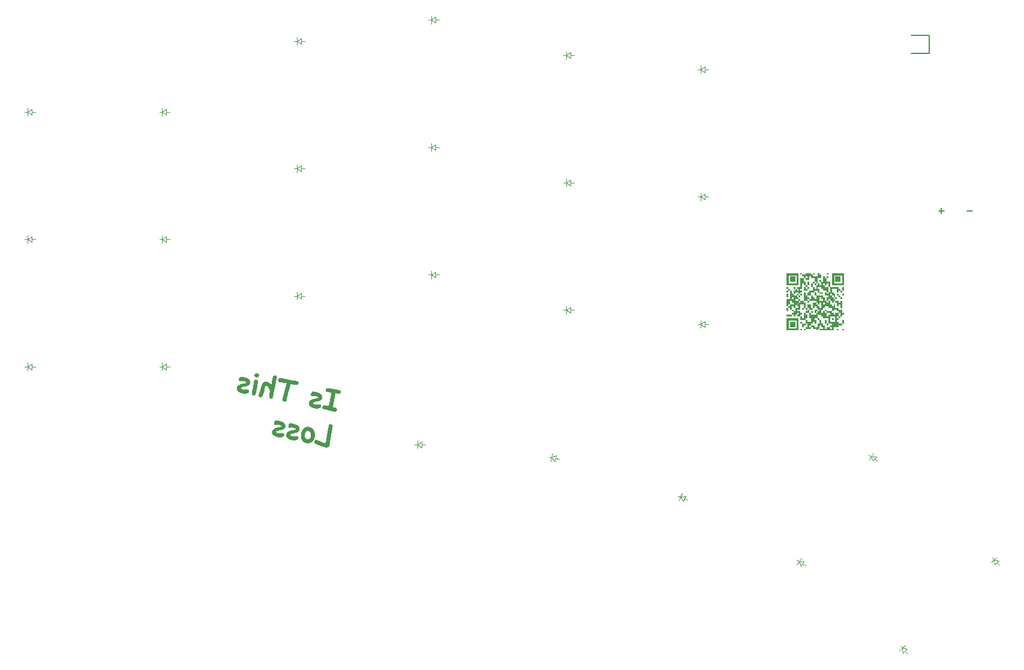
<source format=gbr>
%TF.GenerationSoftware,KiCad,Pcbnew,7.0.2-6a45011f42~172~ubuntu22.04.1*%
%TF.CreationDate,2023-05-10T23:38:50+02:00*%
%TF.ProjectId,keyboard,6b657962-6f61-4726-942e-6b696361645f,v1.0.0*%
%TF.SameCoordinates,Original*%
%TF.FileFunction,Legend,Bot*%
%TF.FilePolarity,Positive*%
%FSLAX46Y46*%
G04 Gerber Fmt 4.6, Leading zero omitted, Abs format (unit mm)*
G04 Created by KiCad (PCBNEW 7.0.2-6a45011f42~172~ubuntu22.04.1) date 2023-05-10 23:38:50*
%MOMM*%
%LPD*%
G01*
G04 APERTURE LIST*
%ADD10C,0.200000*%
%ADD11C,0.300000*%
%ADD12C,0.000000*%
%ADD13C,0.100000*%
%ADD14C,0.009086*%
%ADD15C,0.150000*%
G04 APERTURE END LIST*
D10*
X232238095Y-82996666D02*
X233000000Y-82996666D01*
X228238095Y-82996666D02*
X229000000Y-82996666D01*
X228619047Y-83377619D02*
X228619047Y-82615714D01*
D11*
G36*
X141937813Y-108571544D02*
G01*
X141970026Y-108577466D01*
X142001855Y-108582513D01*
X142040258Y-108588080D01*
X142069513Y-108592080D01*
X142101689Y-108596311D01*
X142136788Y-108600773D01*
X142174808Y-108605466D01*
X142215750Y-108610390D01*
X142259614Y-108615544D01*
X142306400Y-108620930D01*
X142356108Y-108626546D01*
X142408738Y-108632393D01*
X142464289Y-108638472D01*
X142522763Y-108644781D01*
X142516163Y-108693721D01*
X142508941Y-108744561D01*
X142501098Y-108797300D01*
X142492633Y-108851940D01*
X142483548Y-108908479D01*
X142478772Y-108937461D01*
X142473840Y-108966919D01*
X142468754Y-108996851D01*
X142463512Y-109027258D01*
X142458114Y-109058140D01*
X142452562Y-109089497D01*
X142446854Y-109121329D01*
X142440990Y-109153635D01*
X142434972Y-109186417D01*
X142428798Y-109219674D01*
X142422468Y-109253406D01*
X142415983Y-109287613D01*
X142409343Y-109322294D01*
X142402548Y-109357451D01*
X142395597Y-109393082D01*
X142388491Y-109429189D01*
X142381229Y-109465771D01*
X142373812Y-109502827D01*
X142366240Y-109540359D01*
X142358513Y-109578365D01*
X142350630Y-109616846D01*
X142342591Y-109655803D01*
X142153527Y-110579680D01*
X142120088Y-110572031D01*
X142086562Y-110564410D01*
X142052948Y-110556818D01*
X142019246Y-110549255D01*
X141985456Y-110541720D01*
X141951578Y-110534214D01*
X141917613Y-110526737D01*
X141883560Y-110519288D01*
X141849419Y-110511867D01*
X141815190Y-110504476D01*
X141780874Y-110497112D01*
X141746470Y-110489778D01*
X141711978Y-110482472D01*
X141677398Y-110475194D01*
X141642731Y-110467946D01*
X141607975Y-110460725D01*
X141578044Y-110455872D01*
X141541708Y-110453810D01*
X141506569Y-110456198D01*
X141472628Y-110463035D01*
X141439885Y-110474323D01*
X141408340Y-110490060D01*
X141389987Y-110501638D01*
X141361583Y-110523254D01*
X141336734Y-110547286D01*
X141315441Y-110573736D01*
X141297702Y-110602602D01*
X141283519Y-110633886D01*
X141272890Y-110667586D01*
X141269634Y-110681743D01*
X141264278Y-110717404D01*
X141263158Y-110752189D01*
X141266275Y-110786098D01*
X141273630Y-110819130D01*
X141285221Y-110851286D01*
X141301050Y-110882565D01*
X141308568Y-110894832D01*
X141329636Y-110923553D01*
X141353555Y-110948737D01*
X141380327Y-110970382D01*
X141409950Y-110988489D01*
X141442425Y-111003058D01*
X141470458Y-111012166D01*
X141492681Y-111017511D01*
X141522773Y-111023789D01*
X141556367Y-111030886D01*
X141593463Y-111038801D01*
X141623583Y-111045275D01*
X141655672Y-111052209D01*
X141689732Y-111059604D01*
X141725761Y-111067459D01*
X141763759Y-111075774D01*
X141803727Y-111084551D01*
X141831467Y-111090657D01*
X141872743Y-111099739D01*
X141912035Y-111108358D01*
X141949346Y-111116513D01*
X141984674Y-111124206D01*
X142018020Y-111131435D01*
X142049384Y-111138202D01*
X142078765Y-111144505D01*
X142114856Y-111152189D01*
X142147424Y-111159050D01*
X142169536Y-111163655D01*
X142204910Y-111171307D01*
X142234076Y-111178022D01*
X142265503Y-111185573D01*
X142299190Y-111193960D01*
X142335137Y-111203184D01*
X142373345Y-111213244D01*
X142413812Y-111224140D01*
X142456540Y-111235873D01*
X142486281Y-111244160D01*
X142517026Y-111252818D01*
X142548776Y-111261847D01*
X142565028Y-111266502D01*
X142597280Y-111275717D01*
X142628527Y-111284561D01*
X142658771Y-111293033D01*
X142688009Y-111301134D01*
X142729983Y-111312588D01*
X142769698Y-111323205D01*
X142807152Y-111332987D01*
X142842345Y-111341932D01*
X142875279Y-111350040D01*
X142905953Y-111357313D01*
X142943335Y-111365708D01*
X142960519Y-111369348D01*
X142990464Y-111374135D01*
X143026857Y-111375923D01*
X143062096Y-111373052D01*
X143096181Y-111365521D01*
X143129111Y-111353330D01*
X143160887Y-111336479D01*
X143179399Y-111324131D01*
X143202710Y-111305563D01*
X143228670Y-111280083D01*
X143251096Y-111252082D01*
X143269989Y-111221558D01*
X143285349Y-111188512D01*
X143295092Y-111160260D01*
X143302575Y-111130393D01*
X143307605Y-111099832D01*
X143309919Y-111069855D01*
X143309517Y-111040460D01*
X143305195Y-111004537D01*
X143296628Y-110969526D01*
X143283817Y-110935426D01*
X143270512Y-110908802D01*
X143266761Y-110902237D01*
X143250483Y-110877295D01*
X143227504Y-110849617D01*
X143201600Y-110825828D01*
X143172772Y-110805927D01*
X143141020Y-110789914D01*
X143106344Y-110777790D01*
X143084134Y-110772383D01*
X143048348Y-110764972D01*
X143009872Y-110757005D01*
X142979249Y-110750664D01*
X142947112Y-110744009D01*
X142913462Y-110737041D01*
X142878299Y-110729760D01*
X142841622Y-110722165D01*
X142803432Y-110714257D01*
X142763728Y-110706035D01*
X142722510Y-110697500D01*
X142729451Y-110666607D01*
X142737051Y-110632360D01*
X142745311Y-110594760D01*
X142754230Y-110553806D01*
X142763808Y-110509499D01*
X142774045Y-110461838D01*
X142784942Y-110410824D01*
X142796498Y-110356456D01*
X142808714Y-110298735D01*
X142815069Y-110268617D01*
X142821588Y-110237661D01*
X142828273Y-110205866D01*
X142835123Y-110173233D01*
X142842137Y-110139761D01*
X142849316Y-110105451D01*
X142856660Y-110070303D01*
X142864169Y-110034316D01*
X142871843Y-109997491D01*
X142879681Y-109959828D01*
X142887684Y-109921326D01*
X142895853Y-109881986D01*
X142904186Y-109841807D01*
X142912683Y-109800791D01*
X142919626Y-109767063D01*
X142926471Y-109733416D01*
X142933217Y-109699849D01*
X142939865Y-109666363D01*
X142946414Y-109632958D01*
X142952864Y-109599632D01*
X142959216Y-109566388D01*
X142965470Y-109533223D01*
X142971625Y-109500139D01*
X142977682Y-109467136D01*
X142983640Y-109434213D01*
X142989499Y-109401370D01*
X142995260Y-109368608D01*
X143000923Y-109335927D01*
X143006487Y-109303325D01*
X143011953Y-109270805D01*
X143017320Y-109238364D01*
X143022588Y-109206004D01*
X143027758Y-109173725D01*
X143032830Y-109141526D01*
X143037803Y-109109407D01*
X143042678Y-109077369D01*
X143047454Y-109045412D01*
X143052131Y-109013534D01*
X143056710Y-108981738D01*
X143061191Y-108950021D01*
X143065573Y-108918385D01*
X143069857Y-108886830D01*
X143074042Y-108855355D01*
X143078128Y-108823960D01*
X143082116Y-108792646D01*
X143086006Y-108761413D01*
X143523685Y-108852044D01*
X143553632Y-108856994D01*
X143590029Y-108859448D01*
X143625276Y-108857755D01*
X143659372Y-108851915D01*
X143692318Y-108841926D01*
X143724113Y-108827790D01*
X143742637Y-108817317D01*
X143771401Y-108797088D01*
X143796541Y-108774244D01*
X143818056Y-108748787D01*
X143835948Y-108720715D01*
X143850216Y-108690031D01*
X143860860Y-108656732D01*
X143864103Y-108642680D01*
X143869470Y-108606791D01*
X143870436Y-108572219D01*
X143867001Y-108538964D01*
X143859164Y-108507027D01*
X143846925Y-108476407D01*
X143830285Y-108447104D01*
X143822397Y-108435752D01*
X143802269Y-108411281D01*
X143779885Y-108389229D01*
X143755248Y-108369596D01*
X143728355Y-108352383D01*
X143699207Y-108337590D01*
X143667805Y-108325216D01*
X143654613Y-108320943D01*
X143619659Y-108310764D01*
X143580032Y-108299905D01*
X143551018Y-108292290D01*
X143519926Y-108284373D01*
X143486757Y-108276154D01*
X143451511Y-108267634D01*
X143414188Y-108258812D01*
X143374788Y-108249689D01*
X143333310Y-108240264D01*
X143289756Y-108230537D01*
X143244124Y-108220510D01*
X143196415Y-108210180D01*
X143146629Y-108199550D01*
X143094766Y-108188617D01*
X143040825Y-108177383D01*
X142990392Y-108167127D01*
X142938107Y-108156862D01*
X142883971Y-108146587D01*
X142827984Y-108136303D01*
X142770145Y-108126010D01*
X142740531Y-108120860D01*
X142710455Y-108115707D01*
X142679916Y-108110553D01*
X142648914Y-108105396D01*
X142617449Y-108100237D01*
X142585522Y-108095075D01*
X142553131Y-108089911D01*
X142520278Y-108084745D01*
X142486962Y-108079577D01*
X142453184Y-108074406D01*
X142418942Y-108069233D01*
X142384238Y-108064058D01*
X142349070Y-108058880D01*
X142313440Y-108053700D01*
X142277347Y-108048518D01*
X142240792Y-108043333D01*
X142203773Y-108038147D01*
X142166292Y-108032958D01*
X142128348Y-108027766D01*
X142089941Y-108022572D01*
X142051071Y-108017376D01*
X142011739Y-108012178D01*
X141980613Y-108011090D01*
X141951081Y-108012069D01*
X141909774Y-108017412D01*
X141872055Y-108027405D01*
X141837925Y-108042046D01*
X141807383Y-108061338D01*
X141780428Y-108085279D01*
X141757063Y-108113869D01*
X141737285Y-108147110D01*
X141721095Y-108184999D01*
X141708494Y-108227538D01*
X141705091Y-108242751D01*
X141700091Y-108274862D01*
X141698609Y-108305901D01*
X141700646Y-108335868D01*
X141706203Y-108364763D01*
X141718097Y-108399374D01*
X141731571Y-108425858D01*
X141748564Y-108451270D01*
X141763619Y-108469625D01*
X141786180Y-108493267D01*
X141810467Y-108514050D01*
X141836478Y-108531976D01*
X141864213Y-108547043D01*
X141893673Y-108559252D01*
X141924857Y-108568604D01*
X141937813Y-108571544D01*
G37*
G36*
X139786327Y-109179600D02*
G01*
X139822687Y-109185965D01*
X139856696Y-109189515D01*
X139888355Y-109190250D01*
X139917663Y-109188171D01*
X139953085Y-109181020D01*
X139984329Y-109168864D01*
X140011394Y-109151705D01*
X140034281Y-109129541D01*
X140052990Y-109102374D01*
X140084059Y-109104993D01*
X140115325Y-109108442D01*
X140146787Y-109112721D01*
X140178446Y-109117830D01*
X140210301Y-109123768D01*
X140220963Y-109125932D01*
X140250824Y-109132238D01*
X140279687Y-109138581D01*
X140334423Y-109151379D01*
X140385170Y-109164328D01*
X140431929Y-109177427D01*
X140474698Y-109190677D01*
X140513479Y-109204077D01*
X140548271Y-109217627D01*
X140579074Y-109231327D01*
X140605888Y-109245178D01*
X140638631Y-109266236D01*
X140662399Y-109287632D01*
X140680128Y-109316686D01*
X140681903Y-109346341D01*
X140665791Y-109372319D01*
X140636090Y-109393371D01*
X140601677Y-109409821D01*
X140569653Y-109421931D01*
X140532304Y-109433846D01*
X140489628Y-109445565D01*
X140458219Y-109453270D01*
X140424442Y-109460887D01*
X140388298Y-109468418D01*
X140349788Y-109475862D01*
X140296384Y-109487682D01*
X140245120Y-109499307D01*
X140195995Y-109510738D01*
X140149009Y-109521975D01*
X140104161Y-109533017D01*
X140061452Y-109543865D01*
X140020883Y-109554519D01*
X139982452Y-109564978D01*
X139946160Y-109575244D01*
X139912007Y-109585315D01*
X139879993Y-109595191D01*
X139850118Y-109604874D01*
X139822381Y-109614362D01*
X139784787Y-109628229D01*
X139752006Y-109641660D01*
X139711203Y-109660175D01*
X139672602Y-109679573D01*
X139636203Y-109699853D01*
X139602007Y-109721016D01*
X139570013Y-109743062D01*
X139540221Y-109765991D01*
X139512632Y-109789803D01*
X139487245Y-109814497D01*
X139464060Y-109840075D01*
X139443078Y-109866535D01*
X139424298Y-109893877D01*
X139407720Y-109922103D01*
X139393344Y-109951211D01*
X139381171Y-109981202D01*
X139371200Y-110012076D01*
X139363432Y-110043833D01*
X139356132Y-110085438D01*
X139351616Y-110126304D01*
X139349883Y-110166431D01*
X139350935Y-110205819D01*
X139354769Y-110244468D01*
X139361388Y-110282378D01*
X139370790Y-110319549D01*
X139382976Y-110355981D01*
X139397945Y-110391675D01*
X139415698Y-110426629D01*
X139436235Y-110460845D01*
X139459555Y-110494322D01*
X139485659Y-110527060D01*
X139514547Y-110559059D01*
X139546218Y-110590319D01*
X139580673Y-110620840D01*
X139610223Y-110644447D01*
X139640927Y-110667164D01*
X139672786Y-110688993D01*
X139705799Y-110709932D01*
X139739967Y-110729982D01*
X139775290Y-110749143D01*
X139811767Y-110767415D01*
X139849398Y-110784798D01*
X139888184Y-110801291D01*
X139928125Y-110816895D01*
X139969220Y-110831610D01*
X140011470Y-110845436D01*
X140054874Y-110858373D01*
X140099433Y-110870420D01*
X140145146Y-110881579D01*
X140192014Y-110891848D01*
X140225450Y-110898395D01*
X140258672Y-110904143D01*
X140291679Y-110909092D01*
X140324471Y-110913243D01*
X140357049Y-110916595D01*
X140389412Y-110919149D01*
X140421560Y-110920905D01*
X140453494Y-110921861D01*
X140485213Y-110922019D01*
X140516718Y-110921379D01*
X140548008Y-110919940D01*
X140579083Y-110917702D01*
X140609944Y-110914666D01*
X140640590Y-110910832D01*
X140671021Y-110906198D01*
X140701238Y-110900767D01*
X140741251Y-110892196D01*
X140779092Y-110882198D01*
X140814761Y-110870775D01*
X140848259Y-110857927D01*
X140879585Y-110843652D01*
X140908739Y-110827951D01*
X140935722Y-110810824D01*
X140960533Y-110792271D01*
X140983172Y-110772292D01*
X141003639Y-110750888D01*
X141030269Y-110716107D01*
X141052012Y-110678118D01*
X141063793Y-110651009D01*
X141073402Y-110622475D01*
X141080839Y-110592514D01*
X141087064Y-110551814D01*
X141088244Y-110514199D01*
X141084378Y-110479669D01*
X141075467Y-110448224D01*
X141061511Y-110419866D01*
X141042509Y-110394592D01*
X141018463Y-110372404D01*
X140989371Y-110353301D01*
X140955234Y-110337284D01*
X140916052Y-110324352D01*
X140887127Y-110317444D01*
X140855822Y-110312716D01*
X140819757Y-110310509D01*
X140787478Y-110310559D01*
X140752151Y-110312223D01*
X140713778Y-110315501D01*
X140682999Y-110319019D01*
X140650506Y-110323445D01*
X140616299Y-110328778D01*
X140604516Y-110330758D01*
X140569719Y-110336390D01*
X140536598Y-110341106D01*
X140505153Y-110344907D01*
X140475384Y-110347792D01*
X140438299Y-110350214D01*
X140404193Y-110351009D01*
X140373067Y-110350176D01*
X140338349Y-110346845D01*
X140319753Y-110343625D01*
X140270253Y-110332770D01*
X140224177Y-110321414D01*
X140181526Y-110309557D01*
X140142298Y-110297199D01*
X140106495Y-110284340D01*
X140074116Y-110270979D01*
X140045162Y-110257118D01*
X140008150Y-110235386D01*
X139978843Y-110212528D01*
X139957240Y-110188542D01*
X139940421Y-110154806D01*
X139937299Y-110119067D01*
X139938659Y-110109819D01*
X139951701Y-110081862D01*
X139972289Y-110060888D01*
X140001905Y-110041153D01*
X140030041Y-110027164D01*
X140063254Y-110013871D01*
X140101545Y-110001274D01*
X140129893Y-109993263D01*
X140160498Y-109985562D01*
X140193360Y-109978170D01*
X140228478Y-109971087D01*
X140265853Y-109964314D01*
X140321178Y-109952799D01*
X140374007Y-109941591D01*
X140424341Y-109930691D01*
X140472179Y-109920098D01*
X140517522Y-109909813D01*
X140560368Y-109899836D01*
X140600720Y-109890165D01*
X140638576Y-109880803D01*
X140673936Y-109871748D01*
X140706801Y-109863000D01*
X140737170Y-109854560D01*
X140778044Y-109842476D01*
X140813304Y-109831085D01*
X140842948Y-109820385D01*
X140851582Y-109816972D01*
X140891195Y-109799392D01*
X140928719Y-109780694D01*
X140964153Y-109760881D01*
X140997497Y-109739950D01*
X141028752Y-109717903D01*
X141057917Y-109694739D01*
X141084992Y-109670459D01*
X141109978Y-109645061D01*
X141132875Y-109618548D01*
X141153681Y-109590917D01*
X141172399Y-109562170D01*
X141189026Y-109532306D01*
X141203564Y-109501326D01*
X141216013Y-109469229D01*
X141226372Y-109436015D01*
X141234641Y-109401684D01*
X141243005Y-109352838D01*
X141247593Y-109305314D01*
X141248406Y-109259113D01*
X141245443Y-109214234D01*
X141238705Y-109170678D01*
X141228191Y-109128445D01*
X141213901Y-109087535D01*
X141195836Y-109047947D01*
X141173995Y-109009682D01*
X141148379Y-108972740D01*
X141118987Y-108937120D01*
X141085820Y-108902823D01*
X141048877Y-108869849D01*
X141008158Y-108838197D01*
X140963664Y-108807868D01*
X140915394Y-108778862D01*
X140884816Y-108762382D01*
X140852062Y-108746106D01*
X140817131Y-108730034D01*
X140780025Y-108714166D01*
X140740743Y-108698502D01*
X140699284Y-108683042D01*
X140655650Y-108667787D01*
X140609840Y-108652736D01*
X140561853Y-108637888D01*
X140511691Y-108623245D01*
X140459352Y-108608807D01*
X140404838Y-108594572D01*
X140348147Y-108580541D01*
X140318986Y-108573602D01*
X140289281Y-108566715D01*
X140259031Y-108559878D01*
X140228238Y-108553092D01*
X140196901Y-108546358D01*
X140165020Y-108539674D01*
X140128039Y-108532510D01*
X140092703Y-108526673D01*
X140059014Y-108522163D01*
X140026969Y-108518980D01*
X139996571Y-108517124D01*
X139958599Y-108516715D01*
X139923552Y-108518665D01*
X139891431Y-108522975D01*
X139862235Y-108529644D01*
X139855394Y-108531680D01*
X139820008Y-108545035D01*
X139788008Y-108563044D01*
X139759394Y-108585705D01*
X139734166Y-108613019D01*
X139712324Y-108644986D01*
X139698165Y-108672015D01*
X139685909Y-108701661D01*
X139675559Y-108733924D01*
X139667113Y-108768805D01*
X139658594Y-108813796D01*
X139652205Y-108856212D01*
X139647945Y-108896053D01*
X139645814Y-108933317D01*
X139645813Y-108968006D01*
X139647941Y-109000120D01*
X139652198Y-109029658D01*
X139662576Y-109069136D01*
X139677744Y-109102819D01*
X139697704Y-109130707D01*
X139722454Y-109152799D01*
X139751995Y-109169097D01*
X139786327Y-109179600D01*
G37*
G36*
X135224099Y-107181323D02*
G01*
X135255152Y-107187529D01*
X135289382Y-107193946D01*
X135326792Y-107200575D01*
X135367381Y-107207414D01*
X135411148Y-107214465D01*
X135442092Y-107219283D01*
X135474450Y-107224194D01*
X135508220Y-107229199D01*
X135543402Y-107234298D01*
X135579998Y-107239491D01*
X135618006Y-107244778D01*
X135657428Y-107250158D01*
X135698262Y-107255632D01*
X135719208Y-107258404D01*
X135759387Y-107263743D01*
X135798335Y-107269037D01*
X135836052Y-107274287D01*
X135872540Y-107279492D01*
X135907798Y-107284654D01*
X135941825Y-107289770D01*
X135974622Y-107294843D01*
X136006189Y-107299872D01*
X136036526Y-107304856D01*
X136065633Y-107309796D01*
X136106987Y-107317122D01*
X136145573Y-107324349D01*
X136181390Y-107331477D01*
X136214440Y-107338505D01*
X136206817Y-107369590D01*
X136198288Y-107403522D01*
X136188854Y-107440300D01*
X136178515Y-107479925D01*
X136167271Y-107522397D01*
X136155122Y-107567715D01*
X136142068Y-107615880D01*
X136128108Y-107666891D01*
X136113244Y-107720749D01*
X136097474Y-107777454D01*
X136089250Y-107806873D01*
X136080799Y-107837005D01*
X136072122Y-107867848D01*
X136063219Y-107899402D01*
X136054090Y-107931669D01*
X136044734Y-107964647D01*
X136035152Y-107998336D01*
X136025344Y-108032738D01*
X136015309Y-108067850D01*
X136005048Y-108103675D01*
X135994561Y-108140211D01*
X135983848Y-108177459D01*
X135974297Y-108210467D01*
X135964920Y-108243050D01*
X135955717Y-108275209D01*
X135946688Y-108306944D01*
X135937833Y-108338254D01*
X135929153Y-108369140D01*
X135920646Y-108399602D01*
X135912314Y-108429639D01*
X135904155Y-108459253D01*
X135896171Y-108488441D01*
X135888361Y-108517206D01*
X135880725Y-108545546D01*
X135865975Y-108600954D01*
X135851921Y-108654664D01*
X135838564Y-108706677D01*
X135825903Y-108756992D01*
X135813939Y-108805611D01*
X135802671Y-108852532D01*
X135792099Y-108897756D01*
X135782223Y-108941282D01*
X135773044Y-108983112D01*
X135764562Y-109023244D01*
X135758035Y-109052224D01*
X135749485Y-109085888D01*
X135740816Y-109117521D01*
X135730742Y-109152406D01*
X135721672Y-109182657D01*
X135711703Y-109214990D01*
X135706382Y-109231937D01*
X135695998Y-109265143D01*
X135686509Y-109296289D01*
X135677914Y-109325375D01*
X135668427Y-109358837D01*
X135660338Y-109389081D01*
X135652475Y-109421125D01*
X135648350Y-109439913D01*
X135642874Y-109469215D01*
X135637518Y-109507788D01*
X135634383Y-109545792D01*
X135633471Y-109583227D01*
X135634782Y-109620094D01*
X135638314Y-109656392D01*
X135644069Y-109692121D01*
X135652046Y-109727281D01*
X135654387Y-109735982D01*
X135664509Y-109768166D01*
X135676466Y-109797771D01*
X135690260Y-109824796D01*
X135711508Y-109856818D01*
X135736021Y-109884254D01*
X135763798Y-109907105D01*
X135794840Y-109925371D01*
X135829146Y-109939052D01*
X135857018Y-109946303D01*
X135891511Y-109951582D01*
X135925484Y-109953027D01*
X135958935Y-109950637D01*
X135991864Y-109944412D01*
X136024273Y-109934352D01*
X136056160Y-109920458D01*
X136068769Y-109913827D01*
X136095371Y-109897156D01*
X136119278Y-109878594D01*
X136140489Y-109858141D01*
X136163214Y-109829917D01*
X136181727Y-109798737D01*
X136193506Y-109771666D01*
X136202590Y-109742704D01*
X136206121Y-109727514D01*
X136210443Y-109698295D01*
X136212912Y-109668584D01*
X136214500Y-109636463D01*
X136215660Y-109607147D01*
X136217957Y-109575938D01*
X136221956Y-109546461D01*
X136222755Y-109542394D01*
X136229852Y-109509793D01*
X136236726Y-109480356D01*
X136244661Y-109447935D01*
X136253658Y-109412530D01*
X136261103Y-109384019D01*
X136269146Y-109353830D01*
X136277785Y-109321962D01*
X136287023Y-109288416D01*
X136296858Y-109253191D01*
X136306593Y-109217799D01*
X136315747Y-109184076D01*
X136324318Y-109152021D01*
X136332307Y-109121634D01*
X136339714Y-109092915D01*
X136348684Y-109057218D01*
X136356619Y-109024488D01*
X136363519Y-108994723D01*
X136370689Y-108961688D01*
X136378314Y-108925698D01*
X136386591Y-108888224D01*
X136395520Y-108849266D01*
X136405102Y-108808824D01*
X136415336Y-108766897D01*
X136426222Y-108723486D01*
X136437760Y-108678591D01*
X136449951Y-108632211D01*
X136462794Y-108584348D01*
X136476289Y-108535000D01*
X136490436Y-108484168D01*
X136505236Y-108431851D01*
X136520688Y-108378051D01*
X136536792Y-108322766D01*
X136545089Y-108294567D01*
X136553549Y-108265997D01*
X136562171Y-108237056D01*
X136570957Y-108207744D01*
X136581048Y-108174171D01*
X136590920Y-108141250D01*
X136600574Y-108108981D01*
X136610009Y-108077365D01*
X136619227Y-108046400D01*
X136628226Y-108016087D01*
X136637006Y-107986425D01*
X136645569Y-107957416D01*
X136653913Y-107929059D01*
X136669946Y-107874300D01*
X136685106Y-107822149D01*
X136699393Y-107772606D01*
X136712807Y-107725670D01*
X136725347Y-107681342D01*
X136737014Y-107639621D01*
X136747808Y-107600508D01*
X136757729Y-107564003D01*
X136766777Y-107530106D01*
X136774952Y-107498816D01*
X136782253Y-107470134D01*
X136785576Y-107456771D01*
X136890332Y-107478463D01*
X136945881Y-107489779D01*
X137000058Y-107500436D01*
X137052862Y-107510435D01*
X137104295Y-107519776D01*
X137154356Y-107528458D01*
X137203045Y-107536483D01*
X137250362Y-107543849D01*
X137296307Y-107550557D01*
X137340880Y-107556606D01*
X137384081Y-107561998D01*
X137425911Y-107566731D01*
X137466368Y-107570806D01*
X137505454Y-107574223D01*
X137543167Y-107576981D01*
X137579508Y-107579082D01*
X137614478Y-107580524D01*
X137656946Y-107576921D01*
X137696056Y-107569716D01*
X137731809Y-107558908D01*
X137764203Y-107544499D01*
X137793240Y-107526487D01*
X137818918Y-107504873D01*
X137841239Y-107479657D01*
X137860202Y-107450839D01*
X137875807Y-107418418D01*
X137888054Y-107382395D01*
X137894353Y-107356379D01*
X137899300Y-107323578D01*
X137900491Y-107291095D01*
X137897926Y-107258930D01*
X137891605Y-107227084D01*
X137881528Y-107195556D01*
X137867694Y-107164346D01*
X137861109Y-107151951D01*
X137843990Y-107123842D01*
X137824493Y-107098865D01*
X137802616Y-107077019D01*
X137778361Y-107058305D01*
X137751727Y-107042724D01*
X137722714Y-107030274D01*
X137691322Y-107020956D01*
X137657551Y-107014769D01*
X137624390Y-107010226D01*
X137595044Y-107006722D01*
X137559908Y-107002837D01*
X137529756Y-106999673D01*
X137496347Y-106996296D01*
X137459681Y-106992704D01*
X137419757Y-106988898D01*
X137376577Y-106984878D01*
X137345980Y-106982079D01*
X137330139Y-106980644D01*
X137292611Y-106976885D01*
X137256498Y-106973024D01*
X137221801Y-106969061D01*
X137188518Y-106964998D01*
X137156651Y-106960832D01*
X137126199Y-106956565D01*
X137097163Y-106952197D01*
X137060649Y-106946214D01*
X137026651Y-106940051D01*
X137002804Y-106935310D01*
X136970068Y-106928473D01*
X136933566Y-106920739D01*
X136903718Y-106914350D01*
X136871752Y-106907457D01*
X136837667Y-106900059D01*
X136801463Y-106892157D01*
X136763142Y-106883750D01*
X136722701Y-106874839D01*
X136680143Y-106865423D01*
X136650593Y-106858866D01*
X136635466Y-106855503D01*
X136605377Y-106848729D01*
X136576234Y-106842186D01*
X136534293Y-106832804D01*
X136494480Y-106823942D01*
X136456796Y-106815599D01*
X136421241Y-106807776D01*
X136387814Y-106800473D01*
X136356515Y-106793689D01*
X136327345Y-106787425D01*
X136291762Y-106779882D01*
X136267558Y-106774831D01*
X136237547Y-106768616D01*
X136204824Y-106761840D01*
X136169390Y-106754503D01*
X136131243Y-106746603D01*
X136090385Y-106738143D01*
X136061640Y-106732191D01*
X136031690Y-106725989D01*
X136000534Y-106719537D01*
X135968174Y-106712836D01*
X135934608Y-106705886D01*
X135899837Y-106698686D01*
X135863860Y-106691236D01*
X135826679Y-106683537D01*
X135807636Y-106679594D01*
X135769852Y-106671770D01*
X135733273Y-106664195D01*
X135697900Y-106656870D01*
X135663731Y-106649795D01*
X135630768Y-106642969D01*
X135599010Y-106636393D01*
X135568457Y-106630066D01*
X135539109Y-106623989D01*
X135497347Y-106615342D01*
X135458297Y-106607255D01*
X135421959Y-106599731D01*
X135388332Y-106592767D01*
X135357417Y-106586366D01*
X135347714Y-106584357D01*
X135317738Y-106579552D01*
X135288437Y-106577694D01*
X135252762Y-106579514D01*
X135218143Y-106585937D01*
X135184581Y-106596963D01*
X135152075Y-106612593D01*
X135126831Y-106628411D01*
X135103110Y-106646415D01*
X135076687Y-106671430D01*
X135053853Y-106699233D01*
X135034606Y-106729826D01*
X135021791Y-106756309D01*
X135011273Y-106784576D01*
X135003051Y-106814628D01*
X135001354Y-106822420D01*
X134996255Y-106853482D01*
X134993958Y-106883884D01*
X134994463Y-106913627D01*
X134999035Y-106949879D01*
X135007986Y-106985102D01*
X135018299Y-107012538D01*
X135031414Y-107039316D01*
X135039023Y-107052457D01*
X135055875Y-107077168D01*
X135079464Y-107104599D01*
X135105858Y-107128190D01*
X135135057Y-107147942D01*
X135167060Y-107163853D01*
X135194682Y-107173816D01*
X135224099Y-107181323D01*
G37*
G36*
X134046514Y-107574258D02*
G01*
X134024266Y-107541847D01*
X134001371Y-107510657D01*
X133977829Y-107480688D01*
X133953639Y-107451940D01*
X133928801Y-107424412D01*
X133903317Y-107398105D01*
X133877185Y-107373019D01*
X133850406Y-107349153D01*
X133822979Y-107326509D01*
X133794905Y-107305085D01*
X133775829Y-107291480D01*
X133746661Y-107272068D01*
X133716816Y-107253831D01*
X133686293Y-107236768D01*
X133655093Y-107220881D01*
X133623215Y-107206169D01*
X133590660Y-107192632D01*
X133557428Y-107180270D01*
X133523518Y-107169083D01*
X133488931Y-107159071D01*
X133453667Y-107150234D01*
X133429781Y-107144996D01*
X133387241Y-107136973D01*
X133345903Y-107130772D01*
X133305766Y-107126392D01*
X133266830Y-107123834D01*
X133229096Y-107123097D01*
X133192562Y-107124180D01*
X133157230Y-107127086D01*
X133123100Y-107131812D01*
X133090170Y-107138360D01*
X133058442Y-107146729D01*
X133027915Y-107156920D01*
X132998589Y-107168931D01*
X132970465Y-107182764D01*
X132943542Y-107198419D01*
X132917820Y-107215894D01*
X132893299Y-107235191D01*
X132867070Y-107259388D01*
X132841826Y-107286642D01*
X132817566Y-107316955D01*
X132794291Y-107350326D01*
X132772001Y-107386755D01*
X132757688Y-107412739D01*
X132743812Y-107440084D01*
X132730374Y-107468787D01*
X132717374Y-107498849D01*
X132704811Y-107530271D01*
X132692685Y-107563052D01*
X132680998Y-107597192D01*
X132669748Y-107632691D01*
X132664287Y-107650950D01*
X132656632Y-107681550D01*
X132648957Y-107712162D01*
X132641262Y-107742788D01*
X132633547Y-107773428D01*
X132625811Y-107804081D01*
X132618055Y-107834747D01*
X132610279Y-107865426D01*
X132602482Y-107896119D01*
X132594665Y-107926825D01*
X132586828Y-107957545D01*
X132578970Y-107988278D01*
X132571093Y-108019024D01*
X132563194Y-108049783D01*
X132555276Y-108080556D01*
X132547337Y-108111342D01*
X132539378Y-108142142D01*
X132527267Y-108180786D01*
X132515755Y-108217490D01*
X132504844Y-108252256D01*
X132494533Y-108285082D01*
X132484823Y-108315969D01*
X132475713Y-108344917D01*
X132463173Y-108384702D01*
X132451984Y-108420124D01*
X132442146Y-108451183D01*
X132431130Y-108485807D01*
X132420737Y-108518178D01*
X132417630Y-108527733D01*
X132403715Y-108567966D01*
X132389793Y-108607158D01*
X132375862Y-108645309D01*
X132361923Y-108682419D01*
X132347976Y-108718489D01*
X132334021Y-108753518D01*
X132320058Y-108787506D01*
X132306086Y-108820453D01*
X132292107Y-108852360D01*
X132278120Y-108883225D01*
X132268790Y-108903224D01*
X132256387Y-108932294D01*
X132246799Y-108961258D01*
X132243293Y-108975765D01*
X132238305Y-109010440D01*
X132237921Y-109044058D01*
X132242139Y-109076620D01*
X132250961Y-109108125D01*
X132264385Y-109138574D01*
X132282413Y-109167967D01*
X132290913Y-109179429D01*
X132313948Y-109206186D01*
X132339159Y-109229668D01*
X132366546Y-109249873D01*
X132396110Y-109266803D01*
X132427850Y-109280456D01*
X132461767Y-109290833D01*
X132475943Y-109294067D01*
X132513252Y-109299964D01*
X132548765Y-109301833D01*
X132582481Y-109299673D01*
X132614400Y-109293485D01*
X132644524Y-109283268D01*
X132672851Y-109269022D01*
X132699381Y-109250748D01*
X132724115Y-109228445D01*
X132747052Y-109202114D01*
X132768193Y-109171754D01*
X132781290Y-109149276D01*
X132796870Y-109119724D01*
X132812780Y-109087821D01*
X132829020Y-109053565D01*
X132845588Y-109016957D01*
X132862486Y-108977998D01*
X132873934Y-108950718D01*
X132885528Y-108922393D01*
X132897269Y-108893023D01*
X132909156Y-108862607D01*
X132921189Y-108831146D01*
X132933368Y-108798639D01*
X132945694Y-108765087D01*
X132958166Y-108730490D01*
X132964457Y-108712800D01*
X132976087Y-108678952D01*
X132987269Y-108645829D01*
X132998002Y-108613433D01*
X133008287Y-108581761D01*
X133018124Y-108550816D01*
X133027512Y-108520596D01*
X133036452Y-108491101D01*
X133044943Y-108462332D01*
X133056840Y-108420540D01*
X133067727Y-108380379D01*
X133077606Y-108341852D01*
X133086476Y-108304956D01*
X133094337Y-108269694D01*
X133096733Y-108258302D01*
X133103008Y-108225995D01*
X133108477Y-108195260D01*
X133113575Y-108165011D01*
X133119051Y-108131158D01*
X133122911Y-108106586D01*
X133127543Y-108075889D01*
X133132782Y-108042460D01*
X133137672Y-108012747D01*
X133142936Y-107982778D01*
X133148372Y-107954721D01*
X133155689Y-107919723D01*
X133162338Y-107888631D01*
X133169708Y-107855261D01*
X133177173Y-107823275D01*
X133184787Y-107794301D01*
X133188186Y-107784128D01*
X133202022Y-107754011D01*
X133221600Y-107725866D01*
X133244422Y-107706443D01*
X133275150Y-107694805D01*
X133305003Y-107694279D01*
X133315675Y-107696041D01*
X133356916Y-107706429D01*
X133396692Y-107720210D01*
X133435003Y-107737383D01*
X133471848Y-107757949D01*
X133507228Y-107781907D01*
X133541142Y-107809258D01*
X133562938Y-107829377D01*
X133584082Y-107851004D01*
X133604575Y-107874138D01*
X133624417Y-107898781D01*
X133643607Y-107924931D01*
X133662146Y-107952589D01*
X133680034Y-107981755D01*
X133698460Y-108014729D01*
X133712918Y-108043490D01*
X133727924Y-108075706D01*
X133743477Y-108111375D01*
X133759577Y-108150499D01*
X133770615Y-108178501D01*
X133781896Y-108208038D01*
X133793421Y-108239110D01*
X133805188Y-108271717D01*
X133817199Y-108305860D01*
X133829454Y-108341538D01*
X133841951Y-108378751D01*
X133854692Y-108417499D01*
X133845628Y-108461623D01*
X133836932Y-108504664D01*
X133828605Y-108546622D01*
X133820648Y-108587498D01*
X133813059Y-108627291D01*
X133805838Y-108666002D01*
X133798987Y-108703630D01*
X133792505Y-108740176D01*
X133786391Y-108775639D01*
X133780647Y-108810019D01*
X133775271Y-108843317D01*
X133770264Y-108875532D01*
X133765626Y-108906665D01*
X133761356Y-108936715D01*
X133753924Y-108993568D01*
X133747968Y-109046090D01*
X133743486Y-109094282D01*
X133740481Y-109138144D01*
X133738950Y-109177676D01*
X133738895Y-109212877D01*
X133740316Y-109243748D01*
X133745213Y-109281935D01*
X133747583Y-109292499D01*
X133757195Y-109324711D01*
X133769023Y-109354410D01*
X133783069Y-109381595D01*
X133799332Y-109406266D01*
X133824465Y-109435251D01*
X133853540Y-109459768D01*
X133886557Y-109479817D01*
X133913906Y-109491921D01*
X133943472Y-109501511D01*
X133964415Y-109506509D01*
X133999403Y-109511835D01*
X134033962Y-109513237D01*
X134068091Y-109510713D01*
X134101790Y-109504264D01*
X134135061Y-109493890D01*
X134167901Y-109479590D01*
X134180918Y-109472771D01*
X134211185Y-109453609D01*
X134237526Y-109431881D01*
X134259941Y-109407585D01*
X134278430Y-109380723D01*
X134292993Y-109351294D01*
X134303630Y-109319298D01*
X134306786Y-109305781D01*
X134310309Y-109275532D01*
X134310378Y-109244675D01*
X134308314Y-109212633D01*
X134306532Y-109194984D01*
X134308053Y-109161302D01*
X134312897Y-109121197D01*
X134318540Y-109081851D01*
X134323261Y-109051208D01*
X134328747Y-109017035D01*
X134334999Y-108979332D01*
X134342017Y-108938099D01*
X134349802Y-108893335D01*
X134358352Y-108845042D01*
X134367669Y-108793218D01*
X134377751Y-108737864D01*
X134383080Y-108708864D01*
X134388600Y-108678980D01*
X134394312Y-108648215D01*
X134406345Y-108595960D01*
X134419060Y-108539485D01*
X134425672Y-108509665D01*
X134432455Y-108478790D01*
X134439408Y-108446860D01*
X134446531Y-108413875D01*
X134453825Y-108379835D01*
X134461289Y-108344740D01*
X134468923Y-108308590D01*
X134476727Y-108271385D01*
X134484701Y-108233125D01*
X134492846Y-108193810D01*
X134501161Y-108153440D01*
X134509646Y-108112015D01*
X134518301Y-108069535D01*
X134527127Y-108026000D01*
X134536123Y-107981410D01*
X134545289Y-107935765D01*
X134554625Y-107889065D01*
X134564132Y-107841309D01*
X134573809Y-107792499D01*
X134583656Y-107742634D01*
X134593673Y-107691714D01*
X134603860Y-107639739D01*
X134614218Y-107586709D01*
X134624746Y-107532624D01*
X134635444Y-107477484D01*
X134646313Y-107421289D01*
X134657351Y-107364039D01*
X134668560Y-107305733D01*
X134677924Y-107238831D01*
X134682449Y-107209542D01*
X134688938Y-107167947D01*
X134695069Y-107129158D01*
X134700843Y-107093176D01*
X134706259Y-107060001D01*
X134711318Y-107029632D01*
X134717507Y-106993506D01*
X134723060Y-106962369D01*
X134729107Y-106930464D01*
X134731248Y-106919885D01*
X134738414Y-106889951D01*
X134746959Y-106860118D01*
X134757723Y-106826430D01*
X134768388Y-106795412D01*
X134780593Y-106761717D01*
X134788656Y-106740215D01*
X134799116Y-106711725D01*
X134810835Y-106678528D01*
X134821048Y-106648015D01*
X134831316Y-106614944D01*
X134839415Y-106585737D01*
X134845347Y-106560396D01*
X134850508Y-106525326D01*
X134851227Y-106491419D01*
X134847503Y-106458674D01*
X134839336Y-106427093D01*
X134826728Y-106396674D01*
X134809676Y-106367417D01*
X134801612Y-106356040D01*
X134779145Y-106329400D01*
X134754291Y-106305993D01*
X134727051Y-106285818D01*
X134697424Y-106268875D01*
X134665410Y-106255165D01*
X134631010Y-106244688D01*
X134616582Y-106241402D01*
X134579939Y-106235781D01*
X134544811Y-106234406D01*
X134511197Y-106237277D01*
X134479098Y-106244395D01*
X134448514Y-106255760D01*
X134419444Y-106271371D01*
X134391889Y-106291228D01*
X134365848Y-106315332D01*
X134341322Y-106343682D01*
X134318310Y-106376279D01*
X134303810Y-106400369D01*
X134288165Y-106431036D01*
X134272873Y-106465984D01*
X134261635Y-106495006D01*
X134250595Y-106526436D01*
X134239754Y-106560275D01*
X134229111Y-106596522D01*
X134218667Y-106635178D01*
X134208420Y-106676243D01*
X134201700Y-106704958D01*
X134195067Y-106734743D01*
X134188523Y-106765598D01*
X134180763Y-106803616D01*
X134173193Y-106841791D01*
X134165814Y-106880124D01*
X134158627Y-106918615D01*
X134151630Y-106957263D01*
X134144824Y-106996070D01*
X134138209Y-107035035D01*
X134131785Y-107074157D01*
X134125551Y-107113438D01*
X134119509Y-107152876D01*
X134115587Y-107179256D01*
X134110059Y-107216929D01*
X134104336Y-107254469D01*
X134098416Y-107291876D01*
X134092300Y-107329151D01*
X134085987Y-107366293D01*
X134079479Y-107403302D01*
X134072775Y-107440179D01*
X134065874Y-107476923D01*
X134058777Y-107513534D01*
X134051485Y-107550013D01*
X134046514Y-107574258D01*
G37*
G36*
X131938634Y-106500995D02*
G01*
X131970642Y-106506325D01*
X132002088Y-106508944D01*
X132032974Y-106508850D01*
X132063299Y-106506045D01*
X132093062Y-106500528D01*
X132122265Y-106492300D01*
X132150907Y-106481360D01*
X132178989Y-106467708D01*
X132205460Y-106451665D01*
X132229200Y-106433910D01*
X132255032Y-106409310D01*
X132276595Y-106382036D01*
X132293889Y-106352087D01*
X132306914Y-106319464D01*
X132314261Y-106291440D01*
X132319242Y-106255738D01*
X132319236Y-106220829D01*
X132314243Y-106186715D01*
X132304263Y-106153395D01*
X132289296Y-106120869D01*
X132273731Y-106095420D01*
X132259962Y-106076666D01*
X132239646Y-106052817D01*
X132217734Y-106031257D01*
X132194226Y-106011984D01*
X132169122Y-105995001D01*
X132142421Y-105980305D01*
X132114124Y-105967898D01*
X132084230Y-105957780D01*
X132052740Y-105949950D01*
X132020742Y-105944633D01*
X131989322Y-105942056D01*
X131958481Y-105942217D01*
X131928219Y-105945117D01*
X131898535Y-105950755D01*
X131869430Y-105959133D01*
X131840903Y-105970249D01*
X131812955Y-105984104D01*
X131786687Y-106000013D01*
X131763123Y-106017652D01*
X131737473Y-106042133D01*
X131716049Y-106069316D01*
X131698852Y-106099200D01*
X131685882Y-106131787D01*
X131678549Y-106159802D01*
X131673547Y-106195519D01*
X131673489Y-106230469D01*
X131678376Y-106264652D01*
X131688209Y-106298070D01*
X131702986Y-106330721D01*
X131718368Y-106356290D01*
X131731982Y-106375145D01*
X131752164Y-106398791D01*
X131773961Y-106420176D01*
X131797371Y-106439299D01*
X131822396Y-106456161D01*
X131849034Y-106470762D01*
X131877287Y-106483101D01*
X131907154Y-106493179D01*
X131938634Y-106500995D01*
G37*
G36*
X131455439Y-107970816D02*
G01*
X131448850Y-108002071D01*
X131441117Y-108037720D01*
X131434567Y-108067340D01*
X131427374Y-108099430D01*
X131419538Y-108133992D01*
X131411058Y-108171025D01*
X131401935Y-108210529D01*
X131392169Y-108252505D01*
X131385301Y-108281861D01*
X131378147Y-108312316D01*
X131370707Y-108343869D01*
X131363286Y-108375335D01*
X131356148Y-108405708D01*
X131349296Y-108434989D01*
X131339551Y-108476861D01*
X131330447Y-108516275D01*
X131321984Y-108553230D01*
X131314161Y-108587727D01*
X131306978Y-108619765D01*
X131300437Y-108649345D01*
X131292711Y-108684960D01*
X131286124Y-108716204D01*
X131281364Y-108745406D01*
X131279260Y-108780799D01*
X131281430Y-108814957D01*
X131287875Y-108847881D01*
X131298595Y-108879571D01*
X131313589Y-108910028D01*
X131324638Y-108927709D01*
X131345549Y-108955105D01*
X131369339Y-108979187D01*
X131396006Y-108999956D01*
X131425553Y-109017412D01*
X131457977Y-109031554D01*
X131485989Y-109040482D01*
X131508207Y-109045787D01*
X131538109Y-109050727D01*
X131574324Y-109053144D01*
X131609249Y-109051384D01*
X131642882Y-109045448D01*
X131675225Y-109035335D01*
X131706277Y-109021045D01*
X131724289Y-109010466D01*
X131751998Y-108990124D01*
X131776309Y-108966959D01*
X131797222Y-108940971D01*
X131814738Y-108912161D01*
X131828855Y-108880527D01*
X131839574Y-108846071D01*
X131842910Y-108831499D01*
X131849497Y-108800254D01*
X131857222Y-108764639D01*
X131863764Y-108735059D01*
X131870946Y-108703021D01*
X131878769Y-108668525D01*
X131887233Y-108631569D01*
X131896337Y-108592156D01*
X131906081Y-108550283D01*
X131912934Y-108521003D01*
X131920071Y-108490629D01*
X131927493Y-108459163D01*
X131934933Y-108427610D01*
X131942087Y-108397156D01*
X131948955Y-108367799D01*
X131958721Y-108325824D01*
X131967844Y-108286320D01*
X131976323Y-108249287D01*
X131984160Y-108214725D01*
X131991353Y-108182634D01*
X131997903Y-108153015D01*
X132005635Y-108117366D01*
X132012224Y-108086110D01*
X132019290Y-108051102D01*
X132026333Y-108014418D01*
X132033355Y-107976059D01*
X132040356Y-107936026D01*
X132047336Y-107894318D01*
X132054293Y-107850934D01*
X132058920Y-107821082D01*
X132063537Y-107790485D01*
X132068145Y-107759143D01*
X132072743Y-107727057D01*
X132077331Y-107694227D01*
X132081910Y-107660652D01*
X132086480Y-107626333D01*
X132091067Y-107591927D01*
X132095663Y-107558271D01*
X132100267Y-107525365D01*
X132104879Y-107493209D01*
X132109500Y-107461803D01*
X132114130Y-107431147D01*
X132118767Y-107401241D01*
X132123413Y-107372086D01*
X132130398Y-107329758D01*
X132137402Y-107289118D01*
X132144424Y-107250165D01*
X132151466Y-107212900D01*
X132158526Y-107177323D01*
X132160883Y-107165839D01*
X132165656Y-107136639D01*
X132167805Y-107101256D01*
X132165715Y-107067114D01*
X132159386Y-107034214D01*
X132148816Y-107002555D01*
X132134008Y-106972137D01*
X132123088Y-106954482D01*
X132101970Y-106927043D01*
X132078009Y-106902925D01*
X132051204Y-106882128D01*
X132021556Y-106864651D01*
X131989065Y-106850496D01*
X131961025Y-106841562D01*
X131938801Y-106836256D01*
X131908910Y-106831318D01*
X131872741Y-106828910D01*
X131837897Y-106830687D01*
X131804379Y-106836647D01*
X131772186Y-106846791D01*
X131741320Y-106861120D01*
X131723436Y-106871725D01*
X131695520Y-106892025D01*
X131671038Y-106915154D01*
X131649988Y-106941113D01*
X131632371Y-106969903D01*
X131618188Y-107001522D01*
X131607437Y-107035972D01*
X131604098Y-107050544D01*
X131597031Y-107085559D01*
X131589984Y-107122261D01*
X131582955Y-107160652D01*
X131575945Y-107200729D01*
X131568954Y-107242494D01*
X131561982Y-107285947D01*
X131557344Y-107315853D01*
X131552715Y-107346509D01*
X131548094Y-107377915D01*
X131543481Y-107410071D01*
X131538877Y-107442977D01*
X131534281Y-107476633D01*
X131529694Y-107511039D01*
X131525125Y-107545358D01*
X131520546Y-107578932D01*
X131515957Y-107611763D01*
X131511359Y-107643848D01*
X131506752Y-107675190D01*
X131502135Y-107705787D01*
X131497508Y-107735640D01*
X131492872Y-107764748D01*
X131485900Y-107807015D01*
X131478906Y-107847606D01*
X131471891Y-107886523D01*
X131464854Y-107923765D01*
X131457796Y-107959332D01*
X131455439Y-107970816D01*
G37*
G36*
X129617817Y-107073988D02*
G01*
X129654176Y-107080353D01*
X129688185Y-107083903D01*
X129719844Y-107084638D01*
X129749153Y-107082559D01*
X129784575Y-107075407D01*
X129815818Y-107063252D01*
X129842884Y-107046093D01*
X129865771Y-107023929D01*
X129884480Y-106996762D01*
X129915549Y-106999381D01*
X129946814Y-107002830D01*
X129978277Y-107007109D01*
X130009935Y-107012217D01*
X130041790Y-107018156D01*
X130052452Y-107020320D01*
X130082313Y-107026625D01*
X130111177Y-107032968D01*
X130165913Y-107045767D01*
X130216660Y-107058716D01*
X130263418Y-107071815D01*
X130306188Y-107085065D01*
X130344968Y-107098465D01*
X130379760Y-107112015D01*
X130410563Y-107125715D01*
X130437378Y-107139566D01*
X130470120Y-107160624D01*
X130493888Y-107182020D01*
X130511618Y-107211074D01*
X130513392Y-107240729D01*
X130497280Y-107266707D01*
X130467579Y-107287758D01*
X130433166Y-107304209D01*
X130401143Y-107316319D01*
X130363793Y-107328234D01*
X130321117Y-107339953D01*
X130289708Y-107347657D01*
X130255932Y-107355275D01*
X130219788Y-107362806D01*
X130181277Y-107370250D01*
X130127874Y-107382069D01*
X130076610Y-107393695D01*
X130027484Y-107405126D01*
X129980498Y-107416362D01*
X129935650Y-107427405D01*
X129892942Y-107438253D01*
X129852372Y-107448907D01*
X129813941Y-107459366D01*
X129777649Y-107469631D01*
X129743496Y-107479702D01*
X129711482Y-107489579D01*
X129681607Y-107499261D01*
X129653871Y-107508749D01*
X129616277Y-107522617D01*
X129583496Y-107536048D01*
X129542692Y-107554563D01*
X129504091Y-107573960D01*
X129467693Y-107594241D01*
X129433496Y-107615404D01*
X129401502Y-107637450D01*
X129371711Y-107660379D01*
X129344121Y-107684191D01*
X129318734Y-107708885D01*
X129295550Y-107734462D01*
X129274567Y-107760922D01*
X129255787Y-107788265D01*
X129239209Y-107816491D01*
X129224834Y-107845599D01*
X129212661Y-107875590D01*
X129202690Y-107906464D01*
X129194921Y-107938221D01*
X129187622Y-107979826D01*
X129183105Y-108020691D01*
X129181373Y-108060818D01*
X129182424Y-108100206D01*
X129186259Y-108138855D01*
X129192877Y-108176766D01*
X129202279Y-108213937D01*
X129214465Y-108250369D01*
X129229434Y-108286063D01*
X129247187Y-108321017D01*
X129267724Y-108355233D01*
X129291044Y-108388710D01*
X129317148Y-108421447D01*
X129346036Y-108453446D01*
X129377707Y-108484706D01*
X129412162Y-108515227D01*
X129441712Y-108538834D01*
X129472416Y-108561552D01*
X129504275Y-108583381D01*
X129537289Y-108604320D01*
X129571457Y-108624370D01*
X129606779Y-108643531D01*
X129643256Y-108661803D01*
X129680888Y-108679185D01*
X129719674Y-108695679D01*
X129759614Y-108711283D01*
X129800710Y-108725998D01*
X129842959Y-108739824D01*
X129886364Y-108752761D01*
X129930922Y-108764808D01*
X129976636Y-108775967D01*
X130023504Y-108786236D01*
X130056940Y-108792782D01*
X130090161Y-108798530D01*
X130123168Y-108803480D01*
X130155961Y-108807631D01*
X130188538Y-108810983D01*
X130220901Y-108813537D01*
X130253050Y-108815292D01*
X130284983Y-108816249D01*
X130316703Y-108816407D01*
X130348207Y-108815767D01*
X130379497Y-108814328D01*
X130410572Y-108812090D01*
X130441433Y-108809054D01*
X130472079Y-108805219D01*
X130502510Y-108800586D01*
X130532727Y-108795154D01*
X130572740Y-108786583D01*
X130610581Y-108776586D01*
X130646250Y-108765163D01*
X130679748Y-108752314D01*
X130711074Y-108738039D01*
X130740228Y-108722338D01*
X130767211Y-108705212D01*
X130792022Y-108686659D01*
X130814661Y-108666680D01*
X130835129Y-108645275D01*
X130861758Y-108610495D01*
X130883501Y-108572506D01*
X130895282Y-108545397D01*
X130904891Y-108516863D01*
X130912329Y-108486902D01*
X130918554Y-108446202D01*
X130919733Y-108408586D01*
X130915867Y-108374057D01*
X130906956Y-108342612D01*
X130893000Y-108314253D01*
X130873999Y-108288980D01*
X130849952Y-108266792D01*
X130820860Y-108247689D01*
X130786723Y-108231671D01*
X130747541Y-108218739D01*
X130718617Y-108211832D01*
X130687312Y-108207103D01*
X130651247Y-108204897D01*
X130618967Y-108204947D01*
X130583641Y-108206611D01*
X130545268Y-108209889D01*
X130514488Y-108213407D01*
X130481995Y-108217833D01*
X130447789Y-108223166D01*
X130436006Y-108225145D01*
X130401209Y-108230778D01*
X130368088Y-108235494D01*
X130336643Y-108239295D01*
X130306874Y-108242180D01*
X130269789Y-108244602D01*
X130235683Y-108245397D01*
X130204557Y-108244563D01*
X130169839Y-108241233D01*
X130151242Y-108238013D01*
X130101742Y-108227158D01*
X130055667Y-108215802D01*
X130013015Y-108203945D01*
X129973788Y-108191587D01*
X129937985Y-108178727D01*
X129905606Y-108165367D01*
X129876651Y-108151506D01*
X129839639Y-108129774D01*
X129810332Y-108106915D01*
X129788730Y-108082929D01*
X129771911Y-108049194D01*
X129768789Y-108013455D01*
X129770148Y-108004207D01*
X129783190Y-107976249D01*
X129803779Y-107955276D01*
X129833394Y-107935541D01*
X129861530Y-107921551D01*
X129894743Y-107908258D01*
X129933034Y-107895662D01*
X129961383Y-107887651D01*
X129991987Y-107879949D01*
X130024849Y-107872557D01*
X130059968Y-107865475D01*
X130097343Y-107858702D01*
X130152667Y-107847187D01*
X130205497Y-107835979D01*
X130255830Y-107825079D01*
X130303668Y-107814486D01*
X130349011Y-107804201D01*
X130391858Y-107794223D01*
X130432209Y-107784553D01*
X130470065Y-107775191D01*
X130505425Y-107766135D01*
X130538290Y-107757388D01*
X130568659Y-107748948D01*
X130609534Y-107736864D01*
X130644793Y-107725472D01*
X130674438Y-107714773D01*
X130683072Y-107711360D01*
X130722685Y-107693779D01*
X130760208Y-107675082D01*
X130795642Y-107655268D01*
X130828986Y-107634338D01*
X130860241Y-107612291D01*
X130889406Y-107589127D01*
X130916482Y-107564846D01*
X130941468Y-107539449D01*
X130964364Y-107512935D01*
X130985171Y-107485305D01*
X131003888Y-107456558D01*
X131020516Y-107426694D01*
X131035054Y-107395713D01*
X131047502Y-107363616D01*
X131057861Y-107330403D01*
X131066130Y-107296072D01*
X131074494Y-107247225D01*
X131079083Y-107199702D01*
X131079895Y-107153500D01*
X131076933Y-107108622D01*
X131070194Y-107065066D01*
X131059680Y-107022833D01*
X131045391Y-106981922D01*
X131027325Y-106942335D01*
X131005485Y-106904070D01*
X130979869Y-106867127D01*
X130950477Y-106831508D01*
X130917309Y-106797211D01*
X130880366Y-106764237D01*
X130839648Y-106732585D01*
X130795153Y-106702256D01*
X130746884Y-106673250D01*
X130716305Y-106656770D01*
X130683551Y-106640494D01*
X130648621Y-106624422D01*
X130611515Y-106608554D01*
X130572232Y-106592890D01*
X130530774Y-106577430D01*
X130487139Y-106562175D01*
X130441329Y-106547123D01*
X130393343Y-106532276D01*
X130343180Y-106517633D01*
X130290842Y-106503194D01*
X130236327Y-106488960D01*
X130179637Y-106474929D01*
X130150475Y-106467990D01*
X130120770Y-106461103D01*
X130090521Y-106454266D01*
X130059728Y-106447480D01*
X130028390Y-106440746D01*
X129996509Y-106434062D01*
X129959528Y-106426898D01*
X129924193Y-106421060D01*
X129890503Y-106416550D01*
X129858459Y-106413368D01*
X129828060Y-106411512D01*
X129790088Y-106411103D01*
X129755042Y-106413053D01*
X129722921Y-106417363D01*
X129693725Y-106424032D01*
X129686883Y-106426068D01*
X129651497Y-106439423D01*
X129619498Y-106457431D01*
X129590884Y-106480093D01*
X129565656Y-106507407D01*
X129543814Y-106539374D01*
X129529654Y-106566403D01*
X129517399Y-106596049D01*
X129507048Y-106628312D01*
X129498602Y-106663193D01*
X129490084Y-106708184D01*
X129483695Y-106750600D01*
X129479435Y-106790440D01*
X129477304Y-106827705D01*
X129477302Y-106862394D01*
X129479430Y-106894508D01*
X129483687Y-106924046D01*
X129494065Y-106963524D01*
X129509234Y-106997207D01*
X129529193Y-107025094D01*
X129553944Y-107047187D01*
X129583485Y-107063485D01*
X129617817Y-107073988D01*
G37*
G36*
X140250625Y-115859347D02*
G01*
X140278989Y-115877021D01*
X140309425Y-115894965D01*
X140341933Y-115913181D01*
X140376512Y-115931668D01*
X140413163Y-115950426D01*
X140451886Y-115969455D01*
X140492681Y-115988755D01*
X140535547Y-116008326D01*
X140580485Y-116028169D01*
X140627495Y-116048283D01*
X140676577Y-116068668D01*
X140727730Y-116089324D01*
X140780955Y-116110251D01*
X140808345Y-116120816D01*
X140836252Y-116131450D01*
X140864677Y-116142150D01*
X140893621Y-116152919D01*
X140923082Y-116163756D01*
X140953061Y-116174660D01*
X141007704Y-116194402D01*
X141061182Y-116213359D01*
X141113496Y-116231531D01*
X141164645Y-116248918D01*
X141214629Y-116265521D01*
X141263450Y-116281339D01*
X141311105Y-116296372D01*
X141357596Y-116310620D01*
X141402923Y-116324083D01*
X141447085Y-116336762D01*
X141490083Y-116348656D01*
X141531916Y-116359765D01*
X141572585Y-116370089D01*
X141612089Y-116379628D01*
X141650428Y-116388383D01*
X141687603Y-116396352D01*
X141718106Y-116402226D01*
X141747819Y-116407050D01*
X141804876Y-116413551D01*
X141858775Y-116415855D01*
X141909514Y-116413963D01*
X141957095Y-116407874D01*
X142001517Y-116397588D01*
X142042780Y-116383106D01*
X142080884Y-116364426D01*
X142115830Y-116341551D01*
X142147617Y-116314478D01*
X142176245Y-116283209D01*
X142201714Y-116247743D01*
X142224024Y-116208080D01*
X142243176Y-116164221D01*
X142259169Y-116116164D01*
X142272003Y-116063912D01*
X142276436Y-116026495D01*
X142281667Y-115988782D01*
X142286197Y-115956630D01*
X142291561Y-115918868D01*
X142297759Y-115875498D01*
X142304791Y-115826519D01*
X142312658Y-115771931D01*
X142316904Y-115742533D01*
X142321358Y-115711734D01*
X142326021Y-115679532D01*
X142330892Y-115645928D01*
X142335972Y-115610922D01*
X142341261Y-115574513D01*
X142346758Y-115536703D01*
X142352463Y-115497490D01*
X142358377Y-115456875D01*
X142364500Y-115414858D01*
X142372684Y-115359108D01*
X142381049Y-115302995D01*
X142389597Y-115246517D01*
X142398326Y-115189675D01*
X142407238Y-115132469D01*
X142416332Y-115074899D01*
X142425608Y-115016965D01*
X142435067Y-114958666D01*
X142444707Y-114900003D01*
X142454529Y-114840976D01*
X142464534Y-114781585D01*
X142474720Y-114721829D01*
X142485089Y-114661710D01*
X142495640Y-114601226D01*
X142506373Y-114540378D01*
X142517288Y-114479166D01*
X142528385Y-114417589D01*
X142539664Y-114355649D01*
X142551125Y-114293344D01*
X142562768Y-114230675D01*
X142574594Y-114167642D01*
X142586602Y-114104244D01*
X142598791Y-114040483D01*
X142611163Y-113976357D01*
X142623717Y-113911867D01*
X142636453Y-113847013D01*
X142649371Y-113781794D01*
X142662471Y-113716212D01*
X142675754Y-113650265D01*
X142689218Y-113583954D01*
X142702865Y-113517279D01*
X142716693Y-113450240D01*
X142722046Y-113414596D01*
X142723155Y-113379863D01*
X142720019Y-113346042D01*
X142712640Y-113313133D01*
X142701015Y-113281135D01*
X142685147Y-113250048D01*
X142677611Y-113237868D01*
X142656543Y-113209147D01*
X142632624Y-113183963D01*
X142605852Y-113162318D01*
X142576229Y-113144211D01*
X142543754Y-113129642D01*
X142515721Y-113120534D01*
X142493498Y-113115189D01*
X142463560Y-113110311D01*
X142427197Y-113108148D01*
X142392011Y-113110358D01*
X142358003Y-113116941D01*
X142325171Y-113127895D01*
X142293517Y-113143222D01*
X142275090Y-113154518D01*
X142246354Y-113175652D01*
X142221222Y-113199323D01*
X142199694Y-113225530D01*
X142181768Y-113254274D01*
X142167447Y-113285554D01*
X142156728Y-113319371D01*
X142153450Y-113333608D01*
X142139609Y-113400720D01*
X142125942Y-113467523D01*
X142112451Y-113534018D01*
X142099134Y-113600204D01*
X142085993Y-113666081D01*
X142073026Y-113731650D01*
X142060235Y-113796909D01*
X142047618Y-113861861D01*
X142035177Y-113926503D01*
X142022910Y-113990837D01*
X142010818Y-114054862D01*
X141998902Y-114118579D01*
X141987160Y-114181987D01*
X141975594Y-114245086D01*
X141964202Y-114307877D01*
X141952985Y-114370359D01*
X141941944Y-114432532D01*
X141931077Y-114494396D01*
X141920385Y-114555952D01*
X141909869Y-114617199D01*
X141899527Y-114678138D01*
X141889360Y-114738768D01*
X141879369Y-114799089D01*
X141869552Y-114859101D01*
X141859910Y-114918805D01*
X141850444Y-114978200D01*
X141841152Y-115037287D01*
X141832035Y-115096065D01*
X141823093Y-115154534D01*
X141814327Y-115212694D01*
X141805735Y-115270546D01*
X141797318Y-115328089D01*
X141794247Y-115360600D01*
X141790574Y-115396142D01*
X141786300Y-115434717D01*
X141781425Y-115476323D01*
X141777840Y-115505746D01*
X141773988Y-115536516D01*
X141769868Y-115568634D01*
X141765482Y-115602099D01*
X141760827Y-115636912D01*
X141755906Y-115673073D01*
X141750717Y-115710581D01*
X141745261Y-115749437D01*
X141739537Y-115789641D01*
X141733546Y-115831192D01*
X141703505Y-115824298D01*
X141673020Y-115816899D01*
X141642089Y-115808996D01*
X141610713Y-115800589D01*
X141578892Y-115791678D01*
X141546625Y-115782262D01*
X141513914Y-115772342D01*
X141480758Y-115761917D01*
X141447156Y-115750988D01*
X141413110Y-115739555D01*
X141378618Y-115727618D01*
X141343681Y-115715176D01*
X141308300Y-115702231D01*
X141272473Y-115688780D01*
X141236201Y-115674826D01*
X141199484Y-115660367D01*
X141162321Y-115645404D01*
X141124714Y-115629936D01*
X141086662Y-115613965D01*
X141048165Y-115597489D01*
X141009222Y-115580508D01*
X140969834Y-115563024D01*
X140930002Y-115545035D01*
X140889724Y-115526542D01*
X140849001Y-115507544D01*
X140807833Y-115488042D01*
X140766220Y-115468036D01*
X140724162Y-115447526D01*
X140681659Y-115426511D01*
X140638711Y-115404992D01*
X140595317Y-115382969D01*
X140551479Y-115360441D01*
X140524161Y-115347681D01*
X140494479Y-115336761D01*
X140465182Y-115329102D01*
X140433873Y-115324186D01*
X140403443Y-115322585D01*
X140373894Y-115324299D01*
X140338195Y-115331105D01*
X140303871Y-115343092D01*
X140277402Y-115356411D01*
X140251813Y-115373046D01*
X140239349Y-115382607D01*
X140213415Y-115405827D01*
X140190704Y-115430774D01*
X140171216Y-115457448D01*
X140154952Y-115485848D01*
X140141910Y-115515976D01*
X140132091Y-115547831D01*
X140129066Y-115561056D01*
X140123798Y-115594280D01*
X140121977Y-115626416D01*
X140123604Y-115657463D01*
X140128680Y-115687423D01*
X140137203Y-115716294D01*
X140149173Y-115744078D01*
X140164592Y-115770773D01*
X140183459Y-115796380D01*
X140205773Y-115820900D01*
X140231535Y-115844331D01*
X140250625Y-115859347D01*
G37*
G36*
X139183957Y-113495493D02*
G01*
X139232468Y-113498844D01*
X139281736Y-113505030D01*
X139331762Y-113514051D01*
X139365615Y-113521487D01*
X139398830Y-113529645D01*
X139431407Y-113538525D01*
X139463347Y-113548126D01*
X139494649Y-113558449D01*
X139525314Y-113569493D01*
X139555341Y-113581258D01*
X139584731Y-113593745D01*
X139613484Y-113606954D01*
X139641598Y-113620884D01*
X139669075Y-113635535D01*
X139695915Y-113650908D01*
X139722117Y-113667003D01*
X139747682Y-113683819D01*
X139772609Y-113701356D01*
X139796899Y-113719615D01*
X139820551Y-113738596D01*
X139843565Y-113758297D01*
X139865942Y-113778721D01*
X139887681Y-113799866D01*
X139908783Y-113821732D01*
X139929248Y-113844320D01*
X139949075Y-113867629D01*
X139968264Y-113891660D01*
X139986816Y-113916412D01*
X140004730Y-113941886D01*
X140022007Y-113968081D01*
X140038646Y-113994998D01*
X140054648Y-114022636D01*
X140070012Y-114050996D01*
X140084738Y-114080077D01*
X140098827Y-114109880D01*
X140120778Y-114161125D01*
X140140439Y-114212697D01*
X140157810Y-114264596D01*
X140172893Y-114316821D01*
X140185687Y-114369374D01*
X140196191Y-114422253D01*
X140204407Y-114475460D01*
X140210333Y-114528993D01*
X140213970Y-114582853D01*
X140215318Y-114637040D01*
X140214377Y-114691554D01*
X140211147Y-114746394D01*
X140205628Y-114801562D01*
X140197819Y-114857056D01*
X140187722Y-114912878D01*
X140175335Y-114969026D01*
X140168038Y-114998374D01*
X140160271Y-115027236D01*
X140143329Y-115083502D01*
X140124510Y-115137824D01*
X140103814Y-115190202D01*
X140081240Y-115240637D01*
X140056789Y-115289128D01*
X140030460Y-115335675D01*
X140002254Y-115380279D01*
X139972171Y-115422938D01*
X139940210Y-115463654D01*
X139906372Y-115502426D01*
X139870656Y-115539255D01*
X139833063Y-115574140D01*
X139793593Y-115607080D01*
X139752245Y-115638078D01*
X139709020Y-115667131D01*
X139668536Y-115691640D01*
X139627656Y-115713944D01*
X139586378Y-115734045D01*
X139544703Y-115751941D01*
X139502631Y-115767632D01*
X139460162Y-115781120D01*
X139417297Y-115792403D01*
X139374034Y-115801482D01*
X139330374Y-115808357D01*
X139286316Y-115813027D01*
X139241862Y-115815493D01*
X139197011Y-115815755D01*
X139151763Y-115813812D01*
X139106117Y-115809666D01*
X139060075Y-115803315D01*
X139013636Y-115794759D01*
X138984391Y-115788321D01*
X138955673Y-115781225D01*
X138899816Y-115765064D01*
X138846063Y-115746275D01*
X138794415Y-115724859D01*
X138744872Y-115700816D01*
X138697434Y-115674145D01*
X138652101Y-115644846D01*
X138608873Y-115612921D01*
X138567750Y-115578368D01*
X138528731Y-115541187D01*
X138491818Y-115501380D01*
X138457009Y-115458944D01*
X138424306Y-115413882D01*
X138393707Y-115366192D01*
X138365213Y-115315875D01*
X138351756Y-115289731D01*
X138338824Y-115262930D01*
X138317325Y-115214041D01*
X138298008Y-115164463D01*
X138280873Y-115114198D01*
X138265922Y-115063244D01*
X138253153Y-115011603D01*
X138242566Y-114959274D01*
X138234163Y-114906256D01*
X138227942Y-114852551D01*
X138223903Y-114798158D01*
X138222857Y-114767099D01*
X138757970Y-114767099D01*
X138759374Y-114808222D01*
X138763548Y-114848103D01*
X138770491Y-114886743D01*
X138780203Y-114924140D01*
X138792685Y-114960297D01*
X138807936Y-114995211D01*
X138825957Y-115028884D01*
X138846747Y-115061315D01*
X138860087Y-115079118D01*
X138881140Y-115104221D01*
X138903447Y-115127399D01*
X138927008Y-115148653D01*
X138951821Y-115167984D01*
X138977889Y-115185391D01*
X139005209Y-115200873D01*
X139033783Y-115214432D01*
X139063610Y-115226067D01*
X139094690Y-115235778D01*
X139127024Y-115243565D01*
X139163198Y-115249384D01*
X139198892Y-115251760D01*
X139234106Y-115250692D01*
X139268841Y-115246181D01*
X139303097Y-115238227D01*
X139336873Y-115226830D01*
X139370169Y-115211990D01*
X139402985Y-115193706D01*
X139413111Y-115187269D01*
X139442158Y-115166298D01*
X139469208Y-115142835D01*
X139494262Y-115116881D01*
X139517319Y-115088435D01*
X139538381Y-115057497D01*
X139557446Y-115024068D01*
X139574514Y-114988147D01*
X139589586Y-114949734D01*
X139602662Y-114908830D01*
X139610270Y-114880176D01*
X139616991Y-114850415D01*
X139620175Y-114834445D01*
X139625753Y-114802734D01*
X139630280Y-114771332D01*
X139633755Y-114740238D01*
X139636178Y-114709453D01*
X139637549Y-114678976D01*
X139637868Y-114648807D01*
X139637136Y-114618947D01*
X139635352Y-114589395D01*
X139630703Y-114545645D01*
X139623688Y-114502588D01*
X139614307Y-114460226D01*
X139602559Y-114418557D01*
X139588444Y-114377582D01*
X139575817Y-114346161D01*
X139561998Y-114316371D01*
X139546989Y-114288210D01*
X139530789Y-114261680D01*
X139513397Y-114236779D01*
X139494815Y-114213508D01*
X139464708Y-114181658D01*
X139431922Y-114153475D01*
X139396456Y-114128960D01*
X139358310Y-114108111D01*
X139331390Y-114096250D01*
X139303280Y-114086018D01*
X139273979Y-114077417D01*
X139243486Y-114070445D01*
X139198609Y-114064069D01*
X139155752Y-114063385D01*
X139114913Y-114068391D01*
X139076094Y-114079089D01*
X139039294Y-114095478D01*
X139004514Y-114117558D01*
X138971752Y-114145329D01*
X138941010Y-114178791D01*
X138912287Y-114217944D01*
X138885583Y-114262788D01*
X138860898Y-114313324D01*
X138849313Y-114340726D01*
X138838233Y-114369550D01*
X138827657Y-114399798D01*
X138817587Y-114431468D01*
X138808021Y-114464561D01*
X138798960Y-114499077D01*
X138790404Y-114535016D01*
X138782352Y-114572377D01*
X138774806Y-114611161D01*
X138767764Y-114651368D01*
X138763469Y-114681129D01*
X138759335Y-114724735D01*
X138757970Y-114767099D01*
X138222857Y-114767099D01*
X138222048Y-114743077D01*
X138222375Y-114687307D01*
X138224885Y-114630850D01*
X138229577Y-114573705D01*
X138236452Y-114515872D01*
X138240708Y-114486697D01*
X138245510Y-114457351D01*
X138250857Y-114427832D01*
X138256750Y-114398142D01*
X138268782Y-114344247D01*
X138282255Y-114291802D01*
X138297169Y-114240807D01*
X138313526Y-114191262D01*
X138331324Y-114143168D01*
X138350564Y-114096524D01*
X138371246Y-114051330D01*
X138393370Y-114007586D01*
X138416935Y-113965292D01*
X138441942Y-113924449D01*
X138468391Y-113885056D01*
X138496282Y-113847113D01*
X138525615Y-113810620D01*
X138556389Y-113775577D01*
X138588605Y-113741985D01*
X138622263Y-113709842D01*
X138660924Y-113676348D01*
X138700343Y-113645688D01*
X138740520Y-113617863D01*
X138781454Y-113592871D01*
X138823146Y-113570714D01*
X138865596Y-113551391D01*
X138908803Y-113534903D01*
X138952768Y-113521249D01*
X138997490Y-113510429D01*
X139042970Y-113502444D01*
X139089208Y-113497292D01*
X139136204Y-113494975D01*
X139183957Y-113495493D01*
G37*
G36*
X136586014Y-113663826D02*
G01*
X136622373Y-113670190D01*
X136656382Y-113673741D01*
X136688041Y-113674476D01*
X136717350Y-113672396D01*
X136752772Y-113665245D01*
X136784015Y-113653090D01*
X136811081Y-113635931D01*
X136833968Y-113613767D01*
X136852677Y-113586600D01*
X136883746Y-113589219D01*
X136915011Y-113592668D01*
X136946474Y-113596947D01*
X136978132Y-113602055D01*
X137009987Y-113607994D01*
X137020649Y-113610158D01*
X137050510Y-113616463D01*
X137079374Y-113622806D01*
X137134110Y-113635605D01*
X137184857Y-113648554D01*
X137231615Y-113661653D01*
X137274385Y-113674903D01*
X137313165Y-113688302D01*
X137347957Y-113701853D01*
X137378760Y-113715553D01*
X137405575Y-113729404D01*
X137438317Y-113750462D01*
X137462085Y-113771858D01*
X137479815Y-113800912D01*
X137481589Y-113830567D01*
X137465477Y-113856545D01*
X137435776Y-113877596D01*
X137401363Y-113894047D01*
X137369340Y-113906157D01*
X137331990Y-113918072D01*
X137289314Y-113929791D01*
X137257905Y-113937495D01*
X137224129Y-113945113D01*
X137187985Y-113952644D01*
X137149474Y-113960088D01*
X137096071Y-113971907D01*
X137044807Y-113983533D01*
X136995681Y-113994964D01*
X136948695Y-114006200D01*
X136903847Y-114017243D01*
X136861139Y-114028091D01*
X136820569Y-114038745D01*
X136782138Y-114049204D01*
X136745846Y-114059469D01*
X136711693Y-114069540D01*
X136679679Y-114079417D01*
X136649804Y-114089099D01*
X136622068Y-114098587D01*
X136584474Y-114112455D01*
X136551693Y-114125886D01*
X136510889Y-114144401D01*
X136472288Y-114163798D01*
X136435890Y-114184079D01*
X136401693Y-114205242D01*
X136369699Y-114227288D01*
X136339908Y-114250217D01*
X136312318Y-114274029D01*
X136286931Y-114298723D01*
X136263747Y-114324300D01*
X136242764Y-114350760D01*
X136223984Y-114378103D01*
X136207406Y-114406329D01*
X136193031Y-114435437D01*
X136180858Y-114465428D01*
X136170887Y-114496302D01*
X136163118Y-114528059D01*
X136155819Y-114569664D01*
X136151302Y-114610529D01*
X136149570Y-114650656D01*
X136150621Y-114690044D01*
X136154456Y-114728693D01*
X136161074Y-114766604D01*
X136170476Y-114803775D01*
X136182662Y-114840207D01*
X136197631Y-114875901D01*
X136215384Y-114910855D01*
X136235921Y-114945071D01*
X136259241Y-114978548D01*
X136285345Y-115011285D01*
X136314233Y-115043284D01*
X136345904Y-115074544D01*
X136380359Y-115105065D01*
X136409909Y-115128672D01*
X136440613Y-115151390D01*
X136472472Y-115173219D01*
X136505486Y-115194158D01*
X136539654Y-115214208D01*
X136574976Y-115233369D01*
X136611453Y-115251641D01*
X136649085Y-115269023D01*
X136687871Y-115285517D01*
X136727811Y-115301121D01*
X136768907Y-115315836D01*
X136811156Y-115329662D01*
X136854561Y-115342599D01*
X136899119Y-115354646D01*
X136944833Y-115365805D01*
X136991701Y-115376074D01*
X137025137Y-115382620D01*
X137058358Y-115388368D01*
X137091365Y-115393318D01*
X137124158Y-115397469D01*
X137156735Y-115400821D01*
X137189098Y-115403375D01*
X137221247Y-115405130D01*
X137253180Y-115406087D01*
X137284900Y-115406245D01*
X137316404Y-115405605D01*
X137347694Y-115404166D01*
X137378769Y-115401928D01*
X137409630Y-115398892D01*
X137440276Y-115395057D01*
X137470707Y-115390424D01*
X137500924Y-115384992D01*
X137540937Y-115376421D01*
X137578778Y-115366424D01*
X137614447Y-115355001D01*
X137647945Y-115342152D01*
X137679271Y-115327877D01*
X137708425Y-115312176D01*
X137735408Y-115295050D01*
X137760219Y-115276497D01*
X137782858Y-115256518D01*
X137803326Y-115235113D01*
X137829955Y-115200333D01*
X137851698Y-115162344D01*
X137863479Y-115135235D01*
X137873088Y-115106700D01*
X137880526Y-115076740D01*
X137886751Y-115036039D01*
X137887930Y-114998424D01*
X137884064Y-114963895D01*
X137875153Y-114932450D01*
X137861197Y-114904091D01*
X137842196Y-114878818D01*
X137818149Y-114856629D01*
X137789057Y-114837527D01*
X137754920Y-114821509D01*
X137715738Y-114808577D01*
X137686814Y-114801670D01*
X137655509Y-114796941D01*
X137619444Y-114794735D01*
X137587164Y-114794785D01*
X137551838Y-114796449D01*
X137513465Y-114799727D01*
X137482685Y-114803245D01*
X137450192Y-114807670D01*
X137415986Y-114813004D01*
X137404203Y-114814983D01*
X137369406Y-114820616D01*
X137336285Y-114825332D01*
X137304840Y-114829133D01*
X137275071Y-114832018D01*
X137237986Y-114834440D01*
X137203880Y-114835235D01*
X137172754Y-114834401D01*
X137138036Y-114831071D01*
X137119439Y-114827851D01*
X137069939Y-114816996D01*
X137023864Y-114805640D01*
X136981212Y-114793783D01*
X136941985Y-114781425D01*
X136906182Y-114768565D01*
X136873803Y-114755205D01*
X136844848Y-114741344D01*
X136807836Y-114719612D01*
X136778529Y-114696753D01*
X136756927Y-114672767D01*
X136740108Y-114639032D01*
X136736986Y-114603293D01*
X136738345Y-114594045D01*
X136751387Y-114566087D01*
X136771976Y-114545114D01*
X136801591Y-114525379D01*
X136829727Y-114511389D01*
X136862940Y-114498096D01*
X136901231Y-114485500D01*
X136929580Y-114477489D01*
X136960184Y-114469787D01*
X136993046Y-114462395D01*
X137028165Y-114455313D01*
X137065540Y-114448540D01*
X137120864Y-114437025D01*
X137173694Y-114425817D01*
X137224027Y-114414917D01*
X137271865Y-114404324D01*
X137317208Y-114394039D01*
X137360055Y-114384061D01*
X137400406Y-114374391D01*
X137438262Y-114365029D01*
X137473622Y-114355973D01*
X137506487Y-114347226D01*
X137536856Y-114338786D01*
X137577731Y-114326702D01*
X137612990Y-114315310D01*
X137642635Y-114304611D01*
X137651269Y-114301198D01*
X137690882Y-114283617D01*
X137728405Y-114264920D01*
X137763839Y-114245106D01*
X137797183Y-114224176D01*
X137828438Y-114202129D01*
X137857603Y-114178965D01*
X137884679Y-114154684D01*
X137909665Y-114129287D01*
X137932561Y-114102773D01*
X137953368Y-114075143D01*
X137972085Y-114046396D01*
X137988713Y-114016532D01*
X138003251Y-113985551D01*
X138015699Y-113953454D01*
X138026058Y-113920241D01*
X138034327Y-113885910D01*
X138042691Y-113837063D01*
X138047280Y-113789539D01*
X138048092Y-113743338D01*
X138045130Y-113698460D01*
X138038391Y-113654904D01*
X138027877Y-113612671D01*
X138013588Y-113571760D01*
X137995523Y-113532173D01*
X137973682Y-113493908D01*
X137948066Y-113456965D01*
X137918674Y-113421346D01*
X137885506Y-113387049D01*
X137848563Y-113354075D01*
X137807845Y-113322423D01*
X137763350Y-113292094D01*
X137715081Y-113263088D01*
X137684502Y-113246608D01*
X137651748Y-113230332D01*
X137616818Y-113214259D01*
X137579712Y-113198392D01*
X137540429Y-113182728D01*
X137498971Y-113167268D01*
X137455336Y-113152013D01*
X137409526Y-113136961D01*
X137361540Y-113122114D01*
X137311377Y-113107471D01*
X137259039Y-113093032D01*
X137204524Y-113078798D01*
X137147834Y-113064767D01*
X137118672Y-113057828D01*
X137088967Y-113050940D01*
X137058718Y-113044104D01*
X137027925Y-113037318D01*
X136996587Y-113030584D01*
X136964706Y-113023900D01*
X136927725Y-113016736D01*
X136892390Y-113010898D01*
X136858700Y-113006388D01*
X136826656Y-113003206D01*
X136796257Y-113001350D01*
X136758285Y-113000941D01*
X136723239Y-113002891D01*
X136691118Y-113007200D01*
X136661922Y-113013870D01*
X136655080Y-113015906D01*
X136619694Y-113029261D01*
X136587695Y-113047269D01*
X136559081Y-113069931D01*
X136533853Y-113097245D01*
X136512011Y-113129212D01*
X136497851Y-113156241D01*
X136485596Y-113185887D01*
X136475245Y-113218150D01*
X136466799Y-113253031D01*
X136458281Y-113298022D01*
X136451892Y-113340438D01*
X136447632Y-113380278D01*
X136445501Y-113417543D01*
X136445499Y-113452232D01*
X136447627Y-113484346D01*
X136451884Y-113513884D01*
X136462262Y-113553362D01*
X136477431Y-113587044D01*
X136497390Y-113614932D01*
X136522141Y-113637025D01*
X136551682Y-113653323D01*
X136586014Y-113663826D01*
G37*
G36*
X134585604Y-113249597D02*
G01*
X134621963Y-113255962D01*
X134655973Y-113259512D01*
X134687631Y-113260247D01*
X134716940Y-113258168D01*
X134752362Y-113251017D01*
X134783606Y-113238861D01*
X134810671Y-113221702D01*
X134833558Y-113199539D01*
X134852267Y-113172371D01*
X134883336Y-113174990D01*
X134914602Y-113178439D01*
X134946064Y-113182718D01*
X134977722Y-113187827D01*
X135009578Y-113193765D01*
X135020240Y-113195929D01*
X135050100Y-113202235D01*
X135078964Y-113208578D01*
X135133700Y-113221376D01*
X135184447Y-113234325D01*
X135231205Y-113247425D01*
X135273975Y-113260674D01*
X135312756Y-113274074D01*
X135347548Y-113287624D01*
X135378351Y-113301324D01*
X135405165Y-113315175D01*
X135437908Y-113336233D01*
X135461675Y-113357629D01*
X135479405Y-113386683D01*
X135481180Y-113416339D01*
X135465067Y-113442316D01*
X135435366Y-113463368D01*
X135400953Y-113479818D01*
X135368930Y-113491928D01*
X135331580Y-113503843D01*
X135288905Y-113515562D01*
X135257495Y-113523267D01*
X135223719Y-113530884D01*
X135187575Y-113538415D01*
X135149064Y-113545859D01*
X135095661Y-113557679D01*
X135044397Y-113569304D01*
X134995272Y-113580735D01*
X134948285Y-113591972D01*
X134903438Y-113603014D01*
X134860729Y-113613862D01*
X134820159Y-113624516D01*
X134781729Y-113634976D01*
X134745437Y-113645241D01*
X134711284Y-113655312D01*
X134679270Y-113665188D01*
X134649394Y-113674871D01*
X134621658Y-113684359D01*
X134584064Y-113698227D01*
X134551283Y-113711657D01*
X134510479Y-113730172D01*
X134471878Y-113749570D01*
X134435480Y-113769850D01*
X134401284Y-113791014D01*
X134369290Y-113813060D01*
X134339498Y-113835988D01*
X134311909Y-113859800D01*
X134286521Y-113884495D01*
X134263337Y-113910072D01*
X134242354Y-113936532D01*
X134223574Y-113963875D01*
X134206996Y-113992100D01*
X134192621Y-114021209D01*
X134180448Y-114051200D01*
X134170477Y-114082074D01*
X134162709Y-114113830D01*
X134155409Y-114155435D01*
X134150893Y-114196301D01*
X134149160Y-114236428D01*
X134150211Y-114275816D01*
X134154046Y-114314465D01*
X134160664Y-114352375D01*
X134170066Y-114389546D01*
X134182252Y-114425979D01*
X134197222Y-114461672D01*
X134214975Y-114496627D01*
X134235511Y-114530842D01*
X134258832Y-114564319D01*
X134284936Y-114597057D01*
X134313823Y-114629056D01*
X134345495Y-114660316D01*
X134379950Y-114690837D01*
X134409499Y-114714444D01*
X134440204Y-114737161D01*
X134472063Y-114758990D01*
X134505076Y-114779929D01*
X134539244Y-114799979D01*
X134574566Y-114819140D01*
X134611043Y-114837412D01*
X134648675Y-114854795D01*
X134687461Y-114871288D01*
X134727402Y-114886893D01*
X134768497Y-114901608D01*
X134810747Y-114915433D01*
X134854151Y-114928370D01*
X134898710Y-114940418D01*
X134944423Y-114951576D01*
X134991291Y-114961845D01*
X135024727Y-114968392D01*
X135057949Y-114974140D01*
X135090955Y-114979089D01*
X135123748Y-114983240D01*
X135156325Y-114986593D01*
X135188688Y-114989146D01*
X135220837Y-114990902D01*
X135252771Y-114991858D01*
X135284490Y-114992017D01*
X135315994Y-114991376D01*
X135347284Y-114989937D01*
X135378360Y-114987700D01*
X135409220Y-114984663D01*
X135439866Y-114980829D01*
X135470298Y-114976196D01*
X135500514Y-114970764D01*
X135540527Y-114962193D01*
X135578368Y-114952196D01*
X135614038Y-114940773D01*
X135647535Y-114927924D01*
X135678861Y-114913649D01*
X135708016Y-114897948D01*
X135734998Y-114880821D01*
X135759809Y-114862268D01*
X135782448Y-114842290D01*
X135802916Y-114820885D01*
X135829545Y-114786104D01*
X135851289Y-114748115D01*
X135863069Y-114721006D01*
X135872679Y-114692472D01*
X135880116Y-114662511D01*
X135886341Y-114621811D01*
X135887520Y-114584196D01*
X135883655Y-114549666D01*
X135874744Y-114518222D01*
X135860788Y-114489863D01*
X135841786Y-114464589D01*
X135817740Y-114442401D01*
X135788648Y-114423298D01*
X135754511Y-114407281D01*
X135715328Y-114394349D01*
X135686404Y-114387441D01*
X135655099Y-114382713D01*
X135619034Y-114380506D01*
X135586754Y-114380556D01*
X135551428Y-114382221D01*
X135513055Y-114385499D01*
X135482276Y-114389016D01*
X135449783Y-114393442D01*
X135415576Y-114398775D01*
X135403793Y-114400755D01*
X135368996Y-114406387D01*
X135335875Y-114411103D01*
X135304430Y-114414904D01*
X135274661Y-114417789D01*
X135237576Y-114420212D01*
X135203470Y-114421006D01*
X135172344Y-114420173D01*
X135137626Y-114416842D01*
X135119030Y-114413623D01*
X135069530Y-114402768D01*
X135023454Y-114391411D01*
X134980802Y-114379554D01*
X134941575Y-114367196D01*
X134905772Y-114354337D01*
X134873393Y-114340976D01*
X134844438Y-114327115D01*
X134807427Y-114305384D01*
X134778119Y-114282525D01*
X134756517Y-114258539D01*
X134739698Y-114224804D01*
X134736576Y-114189064D01*
X134737936Y-114179816D01*
X134750977Y-114151859D01*
X134771566Y-114130886D01*
X134801182Y-114111150D01*
X134829317Y-114097161D01*
X134862531Y-114083868D01*
X134900822Y-114071271D01*
X134929170Y-114063260D01*
X134959775Y-114055559D01*
X134992636Y-114048167D01*
X135027755Y-114041084D01*
X135065130Y-114034311D01*
X135120455Y-114022796D01*
X135173284Y-114011588D01*
X135223618Y-114000688D01*
X135271456Y-113990096D01*
X135316798Y-113979810D01*
X135359645Y-113969833D01*
X135399997Y-113960163D01*
X135437852Y-113950800D01*
X135473213Y-113941745D01*
X135506077Y-113932997D01*
X135536447Y-113924557D01*
X135577321Y-113912474D01*
X135612581Y-113901082D01*
X135642225Y-113890382D01*
X135650859Y-113886969D01*
X135690472Y-113869389D01*
X135727995Y-113850692D01*
X135763429Y-113830878D01*
X135796774Y-113809947D01*
X135828028Y-113787900D01*
X135857193Y-113764736D01*
X135884269Y-113740456D01*
X135909255Y-113715059D01*
X135932151Y-113688545D01*
X135952958Y-113660914D01*
X135971675Y-113632167D01*
X135988303Y-113602303D01*
X136002841Y-113571323D01*
X136015289Y-113539226D01*
X136025648Y-113506012D01*
X136033918Y-113471682D01*
X136042281Y-113422835D01*
X136046870Y-113375311D01*
X136047683Y-113329110D01*
X136044720Y-113284231D01*
X136037981Y-113240675D01*
X136027467Y-113198442D01*
X136013178Y-113157532D01*
X135995113Y-113117944D01*
X135973272Y-113079679D01*
X135947656Y-113042737D01*
X135918264Y-113007117D01*
X135885096Y-112972820D01*
X135848153Y-112939846D01*
X135807435Y-112908194D01*
X135762941Y-112877866D01*
X135714671Y-112848860D01*
X135684093Y-112832379D01*
X135651338Y-112816103D01*
X135616408Y-112800031D01*
X135579302Y-112784163D01*
X135540019Y-112768499D01*
X135498561Y-112753040D01*
X135454927Y-112737784D01*
X135409116Y-112722733D01*
X135361130Y-112707886D01*
X135310967Y-112693243D01*
X135258629Y-112678804D01*
X135204114Y-112664569D01*
X135147424Y-112650538D01*
X135118263Y-112643600D01*
X135088557Y-112636712D01*
X135058308Y-112629875D01*
X135027515Y-112623090D01*
X134996178Y-112616355D01*
X134964296Y-112609671D01*
X134927315Y-112602507D01*
X134891980Y-112596670D01*
X134858290Y-112592160D01*
X134826246Y-112588977D01*
X134795847Y-112587122D01*
X134757875Y-112586712D01*
X134722829Y-112588662D01*
X134690708Y-112592972D01*
X134661512Y-112599641D01*
X134654670Y-112601677D01*
X134619285Y-112615032D01*
X134587285Y-112633041D01*
X134558671Y-112655702D01*
X134533443Y-112683016D01*
X134511601Y-112714983D01*
X134497441Y-112742012D01*
X134485186Y-112771658D01*
X134474836Y-112803922D01*
X134466390Y-112838802D01*
X134457871Y-112883794D01*
X134451482Y-112926209D01*
X134447222Y-112966050D01*
X134445091Y-113003314D01*
X134445090Y-113038004D01*
X134447217Y-113070117D01*
X134451474Y-113099655D01*
X134461852Y-113139133D01*
X134477021Y-113172816D01*
X134496981Y-113200704D01*
X134521731Y-113222796D01*
X134551272Y-113239094D01*
X134585604Y-113249597D01*
G37*
D12*
G36*
X212669438Y-93980000D02*
G01*
X212423375Y-93980000D01*
X212423375Y-93733938D01*
X212669438Y-93733938D01*
X212669438Y-93980000D01*
G37*
G36*
X211931250Y-95948500D02*
G01*
X211685188Y-95948500D01*
X211685188Y-95702438D01*
X211931250Y-95702438D01*
X211931250Y-95948500D01*
G37*
G36*
X209470625Y-99147312D02*
G01*
X209224563Y-99147312D01*
X209224563Y-98901250D01*
X209470625Y-98901250D01*
X209470625Y-99147312D01*
G37*
G36*
X209962750Y-92503625D02*
G01*
X209716688Y-92503625D01*
X209716688Y-92257563D01*
X209962750Y-92257563D01*
X209962750Y-92503625D01*
G37*
G36*
X212915500Y-96440625D02*
G01*
X212669438Y-96440625D01*
X212669438Y-96194563D01*
X212915500Y-96194563D01*
X212915500Y-96440625D01*
G37*
G36*
X211193063Y-93733938D02*
G01*
X210947000Y-93733938D01*
X210947000Y-93487875D01*
X211193063Y-93487875D01*
X211193063Y-93733938D01*
G37*
G36*
X208486375Y-95948500D02*
G01*
X208240313Y-95948500D01*
X208240313Y-95702438D01*
X208486375Y-95702438D01*
X208486375Y-95948500D01*
G37*
G36*
X210947000Y-94964250D02*
G01*
X210700938Y-94964250D01*
X210700938Y-94718188D01*
X210947000Y-94718188D01*
X210947000Y-94964250D01*
G37*
G36*
X208978500Y-98163063D02*
G01*
X208732438Y-98163063D01*
X208732438Y-97917000D01*
X208978500Y-97917000D01*
X208978500Y-98163063D01*
G37*
G36*
X213407625Y-99639438D02*
G01*
X213161563Y-99639438D01*
X213161563Y-99393375D01*
X213407625Y-99393375D01*
X213407625Y-99639438D01*
G37*
G36*
X213653688Y-97917000D02*
G01*
X213407625Y-97917000D01*
X213407625Y-97670938D01*
X213653688Y-97670938D01*
X213653688Y-97917000D01*
G37*
G36*
X209470625Y-93487875D02*
G01*
X209224563Y-93487875D01*
X209224563Y-93241813D01*
X209470625Y-93241813D01*
X209470625Y-93487875D01*
G37*
G36*
X213407625Y-96686688D02*
G01*
X213161563Y-96686688D01*
X213161563Y-96440625D01*
X213407625Y-96440625D01*
X213407625Y-96686688D01*
G37*
G36*
X211931250Y-96932750D02*
G01*
X211685188Y-96932750D01*
X211685188Y-96686688D01*
X211931250Y-96686688D01*
X211931250Y-96932750D01*
G37*
G36*
X209962750Y-93241813D02*
G01*
X209716688Y-93241813D01*
X209716688Y-92995750D01*
X209962750Y-92995750D01*
X209962750Y-93241813D01*
G37*
G36*
X209962750Y-96686688D02*
G01*
X209716688Y-96686688D01*
X209716688Y-96440625D01*
X209962750Y-96440625D01*
X209962750Y-96686688D01*
G37*
G36*
X210208813Y-94472125D02*
G01*
X209962750Y-94472125D01*
X209962750Y-94226063D01*
X210208813Y-94226063D01*
X210208813Y-94472125D01*
G37*
G36*
X214884000Y-97670938D02*
G01*
X214637938Y-97670938D01*
X214637938Y-97424875D01*
X214884000Y-97424875D01*
X214884000Y-97670938D01*
G37*
G36*
X211931250Y-93487875D02*
G01*
X211685188Y-93487875D01*
X211685188Y-93241813D01*
X211931250Y-93241813D01*
X211931250Y-93487875D01*
G37*
G36*
X211439125Y-96194563D02*
G01*
X211193063Y-96194563D01*
X211193063Y-95948500D01*
X211439125Y-95948500D01*
X211439125Y-96194563D01*
G37*
G36*
X210947000Y-92995750D02*
G01*
X210700938Y-92995750D01*
X210700938Y-92749688D01*
X210947000Y-92749688D01*
X210947000Y-92995750D01*
G37*
G36*
X211931250Y-97917000D02*
G01*
X211685188Y-97917000D01*
X211685188Y-97670938D01*
X211931250Y-97670938D01*
X211931250Y-97917000D01*
G37*
G36*
X212669438Y-97424875D02*
G01*
X212423375Y-97424875D01*
X212423375Y-97178813D01*
X212669438Y-97178813D01*
X212669438Y-97424875D01*
G37*
G36*
X213161563Y-97424875D02*
G01*
X212915500Y-97424875D01*
X212915500Y-97178813D01*
X213161563Y-97178813D01*
X213161563Y-97424875D01*
G37*
G36*
X208486375Y-95456375D02*
G01*
X208240313Y-95456375D01*
X208240313Y-95210313D01*
X208486375Y-95210313D01*
X208486375Y-95456375D01*
G37*
D13*
X213419928Y-93229510D02*
X213419928Y-92023804D01*
D12*
G36*
X214637938Y-97670938D02*
G01*
X214391875Y-97670938D01*
X214391875Y-97424875D01*
X214637938Y-97424875D01*
X214637938Y-97670938D01*
G37*
G36*
X209716688Y-97424875D02*
G01*
X209470625Y-97424875D01*
X209470625Y-97178813D01*
X209716688Y-97178813D01*
X209716688Y-97424875D01*
G37*
G36*
X207994250Y-95948500D02*
G01*
X207748188Y-95948500D01*
X207748188Y-95702438D01*
X207994250Y-95702438D01*
X207994250Y-95948500D01*
G37*
G36*
X207010000Y-95702438D02*
G01*
X206763938Y-95702438D01*
X206763938Y-95456375D01*
X207010000Y-95456375D01*
X207010000Y-95702438D01*
G37*
G36*
X210208813Y-94964250D02*
G01*
X209962750Y-94964250D01*
X209962750Y-94718188D01*
X210208813Y-94718188D01*
X210208813Y-94964250D01*
G37*
G36*
X210454875Y-96932750D02*
G01*
X210208813Y-96932750D01*
X210208813Y-96686688D01*
X210454875Y-96686688D01*
X210454875Y-96932750D01*
G37*
G36*
X211685188Y-96932750D02*
G01*
X211439125Y-96932750D01*
X211439125Y-96686688D01*
X211685188Y-96686688D01*
X211685188Y-96932750D01*
G37*
G36*
X214145812Y-94472125D02*
G01*
X213899750Y-94472125D01*
X213899750Y-94226063D01*
X214145812Y-94226063D01*
X214145812Y-94472125D01*
G37*
G36*
X211931250Y-96194563D02*
G01*
X211685188Y-96194563D01*
X211685188Y-95948500D01*
X211931250Y-95948500D01*
X211931250Y-96194563D01*
G37*
G36*
X214391875Y-97424875D02*
G01*
X214145812Y-97424875D01*
X214145812Y-97178813D01*
X214391875Y-97178813D01*
X214391875Y-97424875D01*
G37*
G36*
X207994250Y-95702438D02*
G01*
X207748188Y-95702438D01*
X207748188Y-95456375D01*
X207994250Y-95456375D01*
X207994250Y-95702438D01*
G37*
G36*
X211193063Y-96440625D02*
G01*
X210947000Y-96440625D01*
X210947000Y-96194563D01*
X211193063Y-96194563D01*
X211193063Y-96440625D01*
G37*
D14*
X208484288Y-95943589D02*
X208248048Y-95943589D01*
X208248048Y-95707349D01*
X208484288Y-95707349D01*
X208484288Y-95943589D01*
G36*
X208484288Y-95943589D02*
G01*
X208248048Y-95943589D01*
X208248048Y-95707349D01*
X208484288Y-95707349D01*
X208484288Y-95943589D01*
G37*
D12*
G36*
X213653688Y-98901250D02*
G01*
X213407625Y-98901250D01*
X213407625Y-98655188D01*
X213653688Y-98655188D01*
X213653688Y-98901250D01*
G37*
G36*
X211931250Y-99147312D02*
G01*
X211685188Y-99147312D01*
X211685188Y-98901250D01*
X211931250Y-98901250D01*
X211931250Y-99147312D01*
G37*
G36*
X207256063Y-95702438D02*
G01*
X207010000Y-95702438D01*
X207010000Y-95456375D01*
X207256063Y-95456375D01*
X207256063Y-95702438D01*
G37*
G36*
X209962750Y-99393375D02*
G01*
X209716688Y-99393375D01*
X209716688Y-99147312D01*
X209962750Y-99147312D01*
X209962750Y-99393375D01*
G37*
G36*
X212915500Y-98655188D02*
G01*
X212669438Y-98655188D01*
X212669438Y-98409125D01*
X212915500Y-98409125D01*
X212915500Y-98655188D01*
G37*
G36*
X210947000Y-98163063D02*
G01*
X210700938Y-98163063D01*
X210700938Y-97917000D01*
X210947000Y-97917000D01*
X210947000Y-98163063D01*
G37*
G36*
X211193063Y-97178813D02*
G01*
X210947000Y-97178813D01*
X210947000Y-96932750D01*
X211193063Y-96932750D01*
X211193063Y-97178813D01*
G37*
G36*
X209470625Y-92503625D02*
G01*
X209224563Y-92503625D01*
X209224563Y-92257563D01*
X209470625Y-92257563D01*
X209470625Y-92503625D01*
G37*
G36*
X207994250Y-94472125D02*
G01*
X207748188Y-94472125D01*
X207748188Y-94226063D01*
X207994250Y-94226063D01*
X207994250Y-94472125D01*
G37*
G36*
X210700938Y-95702438D02*
G01*
X210454875Y-95702438D01*
X210454875Y-95456375D01*
X210700938Y-95456375D01*
X210700938Y-95702438D01*
G37*
G36*
X209716688Y-94226063D02*
G01*
X209470625Y-94226063D01*
X209470625Y-93980000D01*
X209716688Y-93980000D01*
X209716688Y-94226063D01*
G37*
G36*
X211439125Y-99147312D02*
G01*
X211193063Y-99147312D01*
X211193063Y-98901250D01*
X211439125Y-98901250D01*
X211439125Y-99147312D01*
G37*
G36*
X211685188Y-92257563D02*
G01*
X211439125Y-92257563D01*
X211439125Y-92011500D01*
X211685188Y-92011500D01*
X211685188Y-92257563D01*
G37*
G36*
X209470625Y-96686688D02*
G01*
X209224563Y-96686688D01*
X209224563Y-96440625D01*
X209470625Y-96440625D01*
X209470625Y-96686688D01*
G37*
G36*
X209962750Y-95948500D02*
G01*
X209716688Y-95948500D01*
X209716688Y-95702438D01*
X209962750Y-95702438D01*
X209962750Y-95948500D01*
G37*
G36*
X208486375Y-96932750D02*
G01*
X208240313Y-96932750D01*
X208240313Y-96686688D01*
X208486375Y-96686688D01*
X208486375Y-96932750D01*
G37*
G36*
X212177313Y-93980000D02*
G01*
X211931250Y-93980000D01*
X211931250Y-93733938D01*
X212177313Y-93733938D01*
X212177313Y-93980000D01*
G37*
G36*
X214145812Y-98409125D02*
G01*
X213899750Y-98409125D01*
X213899750Y-98163063D01*
X214145812Y-98163063D01*
X214145812Y-98409125D01*
G37*
G36*
X208240313Y-96932750D02*
G01*
X207994250Y-96932750D01*
X207994250Y-96686688D01*
X208240313Y-96686688D01*
X208240313Y-96932750D01*
G37*
G36*
X208732438Y-95702438D02*
G01*
X208486375Y-95702438D01*
X208486375Y-95456375D01*
X208732438Y-95456375D01*
X208732438Y-95702438D01*
G37*
G36*
X211931250Y-97670938D02*
G01*
X211685188Y-97670938D01*
X211685188Y-97424875D01*
X211931250Y-97424875D01*
X211931250Y-97670938D01*
G37*
G36*
X213161563Y-96440625D02*
G01*
X212915500Y-96440625D01*
X212915500Y-96194563D01*
X213161563Y-96194563D01*
X213161563Y-96440625D01*
G37*
G36*
X207994250Y-96440625D02*
G01*
X207748188Y-96440625D01*
X207748188Y-96194563D01*
X207994250Y-96194563D01*
X207994250Y-96440625D01*
G37*
G36*
X210454875Y-99393375D02*
G01*
X210208813Y-99393375D01*
X210208813Y-99147312D01*
X210454875Y-99147312D01*
X210454875Y-99393375D01*
G37*
G36*
X211193063Y-99885500D02*
G01*
X210947000Y-99885500D01*
X210947000Y-99639438D01*
X211193063Y-99639438D01*
X211193063Y-99885500D01*
G37*
G36*
X208486375Y-96440625D02*
G01*
X208240313Y-96440625D01*
X208240313Y-96194563D01*
X208486375Y-96194563D01*
X208486375Y-96440625D01*
G37*
G36*
X207010000Y-95948500D02*
G01*
X206763938Y-95948500D01*
X206763938Y-95702438D01*
X207010000Y-95702438D01*
X207010000Y-95948500D01*
G37*
G36*
X211439125Y-96932750D02*
G01*
X211193063Y-96932750D01*
X211193063Y-96686688D01*
X211439125Y-96686688D01*
X211439125Y-96932750D01*
G37*
G36*
X208732438Y-94226063D02*
G01*
X208486375Y-94226063D01*
X208486375Y-93980000D01*
X208732438Y-93980000D01*
X208732438Y-94226063D01*
G37*
G36*
X207010000Y-96440625D02*
G01*
X206763938Y-96440625D01*
X206763938Y-96194563D01*
X207010000Y-96194563D01*
X207010000Y-96440625D01*
G37*
G36*
X210454875Y-95456375D02*
G01*
X210208813Y-95456375D01*
X210208813Y-95210313D01*
X210454875Y-95210313D01*
X210454875Y-95456375D01*
G37*
G36*
X210208813Y-97670938D02*
G01*
X209962750Y-97670938D01*
X209962750Y-97424875D01*
X210208813Y-97424875D01*
X210208813Y-97670938D01*
G37*
G36*
X209962750Y-96440625D02*
G01*
X209716688Y-96440625D01*
X209716688Y-96194563D01*
X209962750Y-96194563D01*
X209962750Y-96440625D01*
G37*
G36*
X209470625Y-98163063D02*
G01*
X209224563Y-98163063D01*
X209224563Y-97917000D01*
X209470625Y-97917000D01*
X209470625Y-98163063D01*
G37*
G36*
X209224563Y-92995750D02*
G01*
X208978500Y-92995750D01*
X208978500Y-92749688D01*
X209224563Y-92749688D01*
X209224563Y-92995750D01*
G37*
G36*
X210208813Y-95702438D02*
G01*
X209962750Y-95702438D01*
X209962750Y-95456375D01*
X210208813Y-95456375D01*
X210208813Y-95702438D01*
G37*
G36*
X211931250Y-93980000D02*
G01*
X211685188Y-93980000D01*
X211685188Y-93733938D01*
X211931250Y-93733938D01*
X211931250Y-93980000D01*
G37*
G36*
X211685188Y-94718188D02*
G01*
X211439125Y-94718188D01*
X211439125Y-94472125D01*
X211685188Y-94472125D01*
X211685188Y-94718188D01*
G37*
G36*
X212669438Y-92011500D02*
G01*
X212423375Y-92011500D01*
X212423375Y-91765438D01*
X212669438Y-91765438D01*
X212669438Y-92011500D01*
G37*
G36*
X210208813Y-96686688D02*
G01*
X209962750Y-96686688D01*
X209962750Y-96440625D01*
X210208813Y-96440625D01*
X210208813Y-96686688D01*
G37*
G36*
X209962750Y-92257563D02*
G01*
X209716688Y-92257563D01*
X209716688Y-92011500D01*
X209962750Y-92011500D01*
X209962750Y-92257563D01*
G37*
G36*
X211685188Y-93733938D02*
G01*
X211439125Y-93733938D01*
X211439125Y-93487875D01*
X211685188Y-93487875D01*
X211685188Y-93733938D01*
G37*
G36*
X208486375Y-94964250D02*
G01*
X208240313Y-94964250D01*
X208240313Y-94718188D01*
X208486375Y-94718188D01*
X208486375Y-94964250D01*
G37*
G36*
X208978500Y-92749688D02*
G01*
X208732438Y-92749688D01*
X208732438Y-92503625D01*
X208978500Y-92503625D01*
X208978500Y-92749688D01*
G37*
G36*
X212423375Y-92995750D02*
G01*
X212177313Y-92995750D01*
X212177313Y-92749688D01*
X212423375Y-92749688D01*
X212423375Y-92995750D01*
G37*
G36*
X214637938Y-96194563D02*
G01*
X214391875Y-96194563D01*
X214391875Y-95948500D01*
X214637938Y-95948500D01*
X214637938Y-96194563D01*
G37*
G36*
X213899750Y-98409125D02*
G01*
X213653688Y-98409125D01*
X213653688Y-98163063D01*
X213899750Y-98163063D01*
X213899750Y-98409125D01*
G37*
G36*
X210208813Y-98163063D02*
G01*
X209962750Y-98163063D01*
X209962750Y-97917000D01*
X210208813Y-97917000D01*
X210208813Y-98163063D01*
G37*
G36*
X210947000Y-95702438D02*
G01*
X210700938Y-95702438D01*
X210700938Y-95456375D01*
X210947000Y-95456375D01*
X210947000Y-95702438D01*
G37*
G36*
X213407625Y-95456375D02*
G01*
X213161563Y-95456375D01*
X213161563Y-95210313D01*
X213407625Y-95210313D01*
X213407625Y-95456375D01*
G37*
G36*
X210947000Y-97917000D02*
G01*
X210700938Y-97917000D01*
X210700938Y-97670938D01*
X210947000Y-97670938D01*
X210947000Y-97917000D01*
G37*
G36*
X209962750Y-99147312D02*
G01*
X209716688Y-99147312D01*
X209716688Y-98901250D01*
X209962750Y-98901250D01*
X209962750Y-99147312D01*
G37*
G36*
X213899750Y-97670938D02*
G01*
X213653688Y-97670938D01*
X213653688Y-97424875D01*
X213899750Y-97424875D01*
X213899750Y-97670938D01*
G37*
G36*
X212177313Y-99639438D02*
G01*
X211931250Y-99639438D01*
X211931250Y-99393375D01*
X212177313Y-99393375D01*
X212177313Y-99639438D01*
G37*
G36*
X210947000Y-94226063D02*
G01*
X210700938Y-94226063D01*
X210700938Y-93980000D01*
X210947000Y-93980000D01*
X210947000Y-94226063D01*
G37*
G36*
X209962750Y-95456375D02*
G01*
X209716688Y-95456375D01*
X209716688Y-95210313D01*
X209962750Y-95210313D01*
X209962750Y-95456375D01*
G37*
G36*
X210208813Y-99639438D02*
G01*
X209962750Y-99639438D01*
X209962750Y-99393375D01*
X210208813Y-99393375D01*
X210208813Y-99639438D01*
G37*
G36*
X210208813Y-96440625D02*
G01*
X209962750Y-96440625D01*
X209962750Y-96194563D01*
X210208813Y-96194563D01*
X210208813Y-96440625D01*
G37*
G36*
X210700938Y-99639438D02*
G01*
X210454875Y-99639438D01*
X210454875Y-99393375D01*
X210700938Y-99393375D01*
X210700938Y-99639438D01*
G37*
G36*
X211439125Y-93733938D02*
G01*
X211193063Y-93733938D01*
X211193063Y-93487875D01*
X211439125Y-93487875D01*
X211439125Y-93733938D01*
G37*
G36*
X213161563Y-94472125D02*
G01*
X212915500Y-94472125D01*
X212915500Y-94226063D01*
X213161563Y-94226063D01*
X213161563Y-94472125D01*
G37*
G36*
X209716688Y-95210313D02*
G01*
X209470625Y-95210313D01*
X209470625Y-94964250D01*
X209716688Y-94964250D01*
X209716688Y-95210313D01*
G37*
G36*
X208732438Y-96440625D02*
G01*
X208486375Y-96440625D01*
X208486375Y-96194563D01*
X208732438Y-96194563D01*
X208732438Y-96440625D01*
G37*
G36*
X209716688Y-99639438D02*
G01*
X209470625Y-99639438D01*
X209470625Y-99393375D01*
X209716688Y-99393375D01*
X209716688Y-99639438D01*
G37*
G36*
X212915500Y-94964250D02*
G01*
X212669438Y-94964250D01*
X212669438Y-94718188D01*
X212915500Y-94718188D01*
X212915500Y-94964250D01*
G37*
G36*
X212915500Y-93487875D02*
G01*
X212669438Y-93487875D01*
X212669438Y-93241813D01*
X212915500Y-93241813D01*
X212915500Y-93487875D01*
G37*
G36*
X213407625Y-96932750D02*
G01*
X213161563Y-96932750D01*
X213161563Y-96686688D01*
X213407625Y-96686688D01*
X213407625Y-96932750D01*
G37*
G36*
X210947000Y-94718188D02*
G01*
X210700938Y-94718188D01*
X210700938Y-94472125D01*
X210947000Y-94472125D01*
X210947000Y-94718188D01*
G37*
G36*
X213161563Y-94226063D02*
G01*
X212915500Y-94226063D01*
X212915500Y-93980000D01*
X213161563Y-93980000D01*
X213161563Y-94226063D01*
G37*
D13*
X208228010Y-93229510D02*
X207022304Y-93229510D01*
D12*
G36*
X210947000Y-92503625D02*
G01*
X210700938Y-92503625D01*
X210700938Y-92257563D01*
X210947000Y-92257563D01*
X210947000Y-92503625D01*
G37*
G36*
X213899750Y-95948500D02*
G01*
X213653688Y-95948500D01*
X213653688Y-95702438D01*
X213899750Y-95702438D01*
X213899750Y-95948500D01*
G37*
G36*
X212915500Y-93241813D02*
G01*
X212669438Y-93241813D01*
X212669438Y-92995750D01*
X212915500Y-92995750D01*
X212915500Y-93241813D01*
G37*
G36*
X207994250Y-92995750D02*
G01*
X207256063Y-92995750D01*
X207256063Y-92257563D01*
X207994250Y-92257563D01*
X207994250Y-92995750D01*
G37*
G36*
X213653688Y-99147312D02*
G01*
X213407625Y-99147312D01*
X213407625Y-98901250D01*
X213653688Y-98901250D01*
X213653688Y-99147312D01*
G37*
G36*
X210947000Y-96440625D02*
G01*
X210700938Y-96440625D01*
X210700938Y-96194563D01*
X210947000Y-96194563D01*
X210947000Y-96440625D01*
G37*
G36*
X208978500Y-95948500D02*
G01*
X208732438Y-95948500D01*
X208732438Y-95702438D01*
X208978500Y-95702438D01*
X208978500Y-95948500D01*
G37*
G36*
X212915500Y-93733938D02*
G01*
X212669438Y-93733938D01*
X212669438Y-93487875D01*
X212915500Y-93487875D01*
X212915500Y-93733938D01*
G37*
G36*
X210947000Y-99639438D02*
G01*
X210700938Y-99639438D01*
X210700938Y-99393375D01*
X210947000Y-99393375D01*
X210947000Y-99639438D01*
G37*
G36*
X212423375Y-94718188D02*
G01*
X212177313Y-94718188D01*
X212177313Y-94472125D01*
X212423375Y-94472125D01*
X212423375Y-94718188D01*
G37*
G36*
X213653688Y-95702438D02*
G01*
X213407625Y-95702438D01*
X213407625Y-95456375D01*
X213653688Y-95456375D01*
X213653688Y-95702438D01*
G37*
G36*
X212177313Y-99393375D02*
G01*
X211931250Y-99393375D01*
X211931250Y-99147312D01*
X212177313Y-99147312D01*
X212177313Y-99393375D01*
G37*
G36*
X209716688Y-92749688D02*
G01*
X209470625Y-92749688D01*
X209470625Y-92503625D01*
X209716688Y-92503625D01*
X209716688Y-92749688D01*
G37*
G36*
X207994250Y-95456375D02*
G01*
X207748188Y-95456375D01*
X207748188Y-95210313D01*
X207994250Y-95210313D01*
X207994250Y-95456375D01*
G37*
G36*
X211193063Y-96686688D02*
G01*
X210947000Y-96686688D01*
X210947000Y-96440625D01*
X211193063Y-96440625D01*
X211193063Y-96686688D01*
G37*
G36*
X212669438Y-96440625D02*
G01*
X212423375Y-96440625D01*
X212423375Y-96194563D01*
X212669438Y-96194563D01*
X212669438Y-96440625D01*
G37*
G36*
X213653688Y-99393375D02*
G01*
X213407625Y-99393375D01*
X213407625Y-99147312D01*
X213653688Y-99147312D01*
X213653688Y-99393375D01*
G37*
G36*
X211685188Y-99885500D02*
G01*
X211439125Y-99885500D01*
X211439125Y-99639438D01*
X211685188Y-99639438D01*
X211685188Y-99885500D01*
G37*
G36*
X211193063Y-92503625D02*
G01*
X210947000Y-92503625D01*
X210947000Y-92257563D01*
X211193063Y-92257563D01*
X211193063Y-92503625D01*
G37*
G36*
X212915500Y-96686688D02*
G01*
X212669438Y-96686688D01*
X212669438Y-96440625D01*
X212915500Y-96440625D01*
X212915500Y-96686688D01*
G37*
G36*
X210700938Y-94226063D02*
G01*
X210454875Y-94226063D01*
X210454875Y-93980000D01*
X210700938Y-93980000D01*
X210700938Y-94226063D01*
G37*
G36*
X208240313Y-95210313D02*
G01*
X207994250Y-95210313D01*
X207994250Y-94964250D01*
X208240313Y-94964250D01*
X208240313Y-95210313D01*
G37*
G36*
X208486375Y-93487875D02*
G01*
X206763938Y-93487875D01*
X206763938Y-92023804D01*
X207022304Y-92023804D01*
X207022304Y-93229510D01*
X208228010Y-93229510D01*
X208228010Y-92023804D01*
X207022304Y-92023804D01*
X206763938Y-92023804D01*
X206763938Y-91765438D01*
X208486375Y-91765438D01*
X208486375Y-93487875D01*
G37*
G36*
X213161563Y-97670938D02*
G01*
X212915500Y-97670938D01*
X212915500Y-97424875D01*
X213161563Y-97424875D01*
X213161563Y-97670938D01*
G37*
G36*
X210700938Y-92503625D02*
G01*
X210454875Y-92503625D01*
X210454875Y-92257563D01*
X210700938Y-92257563D01*
X210700938Y-92503625D01*
G37*
G36*
X209470625Y-94226063D02*
G01*
X209224563Y-94226063D01*
X209224563Y-93980000D01*
X209470625Y-93980000D01*
X209470625Y-94226063D01*
G37*
G36*
X209224563Y-98409125D02*
G01*
X208978500Y-98409125D01*
X208978500Y-98163063D01*
X209224563Y-98163063D01*
X209224563Y-98409125D01*
G37*
G36*
X214145812Y-97670938D02*
G01*
X213899750Y-97670938D01*
X213899750Y-97424875D01*
X214145812Y-97424875D01*
X214145812Y-97670938D01*
G37*
G36*
X208240313Y-95456375D02*
G01*
X207994250Y-95456375D01*
X207994250Y-95210313D01*
X208240313Y-95210313D01*
X208240313Y-95456375D01*
G37*
G36*
X211193063Y-93241813D02*
G01*
X210947000Y-93241813D01*
X210947000Y-92995750D01*
X211193063Y-92995750D01*
X211193063Y-93241813D01*
G37*
G36*
X213899750Y-98655188D02*
G01*
X213653688Y-98655188D01*
X213653688Y-98409125D01*
X213899750Y-98409125D01*
X213899750Y-98655188D01*
G37*
G36*
X208978500Y-98409125D02*
G01*
X208732438Y-98409125D01*
X208732438Y-98163063D01*
X208978500Y-98163063D01*
X208978500Y-98409125D01*
G37*
G36*
X210454875Y-98409125D02*
G01*
X210208813Y-98409125D01*
X210208813Y-98163063D01*
X210454875Y-98163063D01*
X210454875Y-98409125D01*
G37*
G36*
X213653688Y-96686688D02*
G01*
X213407625Y-96686688D01*
X213407625Y-96440625D01*
X213653688Y-96440625D01*
X213653688Y-96686688D01*
G37*
G36*
X210208813Y-97917000D02*
G01*
X209962750Y-97917000D01*
X209962750Y-97670938D01*
X210208813Y-97670938D01*
X210208813Y-97917000D01*
G37*
G36*
X210700938Y-92011500D02*
G01*
X210454875Y-92011500D01*
X210454875Y-91765438D01*
X210700938Y-91765438D01*
X210700938Y-92011500D01*
G37*
D13*
X213419928Y-92023804D02*
X214625634Y-92023804D01*
D12*
G36*
X210700938Y-98655188D02*
G01*
X210454875Y-98655188D01*
X210454875Y-98409125D01*
X210700938Y-98409125D01*
X210700938Y-98655188D01*
G37*
G36*
X214145812Y-95948500D02*
G01*
X213899750Y-95948500D01*
X213899750Y-95702438D01*
X214145812Y-95702438D01*
X214145812Y-95948500D01*
G37*
G36*
X212669438Y-94226063D02*
G01*
X212423375Y-94226063D01*
X212423375Y-93980000D01*
X212669438Y-93980000D01*
X212669438Y-94226063D01*
G37*
G36*
X211685188Y-95948500D02*
G01*
X211439125Y-95948500D01*
X211439125Y-95702438D01*
X211685188Y-95702438D01*
X211685188Y-95948500D01*
G37*
G36*
X209470625Y-96194563D02*
G01*
X209224563Y-96194563D01*
X209224563Y-95948500D01*
X209470625Y-95948500D01*
X209470625Y-96194563D01*
G37*
G36*
X214637938Y-97178813D02*
G01*
X214391875Y-97178813D01*
X214391875Y-96932750D01*
X214637938Y-96932750D01*
X214637938Y-97178813D01*
G37*
G36*
X214145812Y-96932750D02*
G01*
X213899750Y-96932750D01*
X213899750Y-96686688D01*
X214145812Y-96686688D01*
X214145812Y-96932750D01*
G37*
G36*
X214391875Y-94226063D02*
G01*
X214145812Y-94226063D01*
X214145812Y-93980000D01*
X214391875Y-93980000D01*
X214391875Y-94226063D01*
G37*
G36*
X207256063Y-96194563D02*
G01*
X207010000Y-96194563D01*
X207010000Y-95948500D01*
X207256063Y-95948500D01*
X207256063Y-96194563D01*
G37*
G36*
X211685188Y-97670938D02*
G01*
X211439125Y-97670938D01*
X211439125Y-97424875D01*
X211685188Y-97424875D01*
X211685188Y-97670938D01*
G37*
G36*
X209224563Y-93241813D02*
G01*
X208978500Y-93241813D01*
X208978500Y-92995750D01*
X209224563Y-92995750D01*
X209224563Y-93241813D01*
G37*
G36*
X209470625Y-94718188D02*
G01*
X209224563Y-94718188D01*
X209224563Y-94472125D01*
X209470625Y-94472125D01*
X209470625Y-94718188D01*
G37*
G36*
X212177313Y-94226063D02*
G01*
X211931250Y-94226063D01*
X211931250Y-93980000D01*
X212177313Y-93980000D01*
X212177313Y-94226063D01*
G37*
G36*
X212669438Y-99639438D02*
G01*
X212423375Y-99639438D01*
X212423375Y-99393375D01*
X212669438Y-99393375D01*
X212669438Y-99639438D01*
G37*
G36*
X210700938Y-98163063D02*
G01*
X210454875Y-98163063D01*
X210454875Y-97917000D01*
X210700938Y-97917000D01*
X210700938Y-98163063D01*
G37*
G36*
X207502125Y-94472125D02*
G01*
X207256063Y-94472125D01*
X207256063Y-94226063D01*
X207502125Y-94226063D01*
X207502125Y-94472125D01*
G37*
G36*
X213407625Y-99393375D02*
G01*
X213161563Y-99393375D01*
X213161563Y-99147312D01*
X213407625Y-99147312D01*
X213407625Y-99393375D01*
G37*
G36*
X211193063Y-99639438D02*
G01*
X210947000Y-99639438D01*
X210947000Y-99393375D01*
X211193063Y-99393375D01*
X211193063Y-99639438D01*
G37*
G36*
X212177313Y-93733938D02*
G01*
X211931250Y-93733938D01*
X211931250Y-93487875D01*
X212177313Y-93487875D01*
X212177313Y-93733938D01*
G37*
G36*
X214145812Y-93980000D02*
G01*
X213899750Y-93980000D01*
X213899750Y-93733938D01*
X214145812Y-93733938D01*
X214145812Y-93980000D01*
G37*
G36*
X212669438Y-98163063D02*
G01*
X212423375Y-98163063D01*
X212423375Y-97917000D01*
X212669438Y-97917000D01*
X212669438Y-98163063D01*
G37*
D13*
X214625634Y-92023804D02*
X214625634Y-93229510D01*
D14*
X208238962Y-95943589D02*
X208002723Y-95943589D01*
X208002723Y-95707349D01*
X208238962Y-95707349D01*
X208238962Y-95943589D01*
G36*
X208238962Y-95943589D02*
G01*
X208002723Y-95943589D01*
X208002723Y-95707349D01*
X208238962Y-95707349D01*
X208238962Y-95943589D01*
G37*
D12*
G36*
X207502125Y-95210313D02*
G01*
X207256063Y-95210313D01*
X207256063Y-94964250D01*
X207502125Y-94964250D01*
X207502125Y-95210313D01*
G37*
G36*
X214145812Y-97917000D02*
G01*
X213899750Y-97917000D01*
X213899750Y-97670938D01*
X214145812Y-97670938D01*
X214145812Y-97917000D01*
G37*
G36*
X209716688Y-95702438D02*
G01*
X209470625Y-95702438D01*
X209470625Y-95456375D01*
X209716688Y-95456375D01*
X209716688Y-95702438D01*
G37*
G36*
X207256063Y-96686688D02*
G01*
X207010000Y-96686688D01*
X207010000Y-96440625D01*
X207256063Y-96440625D01*
X207256063Y-96686688D01*
G37*
G36*
X211931250Y-96686688D02*
G01*
X211685188Y-96686688D01*
X211685188Y-96440625D01*
X211931250Y-96440625D01*
X211931250Y-96686688D01*
G37*
G36*
X212423375Y-96194563D02*
G01*
X212177313Y-96194563D01*
X212177313Y-95948500D01*
X212423375Y-95948500D01*
X212423375Y-96194563D01*
G37*
G36*
X214145812Y-96440625D02*
G01*
X213899750Y-96440625D01*
X213899750Y-96194563D01*
X214145812Y-96194563D01*
X214145812Y-96440625D01*
G37*
G36*
X212915500Y-98163063D02*
G01*
X212669438Y-98163063D01*
X212669438Y-97917000D01*
X212915500Y-97917000D01*
X212915500Y-98163063D01*
G37*
G36*
X214145812Y-99393375D02*
G01*
X213899750Y-99393375D01*
X213899750Y-99147312D01*
X214145812Y-99147312D01*
X214145812Y-99393375D01*
G37*
G36*
X214391875Y-96194563D02*
G01*
X214145812Y-96194563D01*
X214145812Y-95948500D01*
X214391875Y-95948500D01*
X214391875Y-96194563D01*
G37*
G36*
X214145812Y-94226063D02*
G01*
X213899750Y-94226063D01*
X213899750Y-93980000D01*
X214145812Y-93980000D01*
X214145812Y-94226063D01*
G37*
G36*
X211931250Y-95456375D02*
G01*
X211685188Y-95456375D01*
X211685188Y-95210313D01*
X211931250Y-95210313D01*
X211931250Y-95456375D01*
G37*
G36*
X209470625Y-99885500D02*
G01*
X209224563Y-99885500D01*
X209224563Y-99639438D01*
X209470625Y-99639438D01*
X209470625Y-99885500D01*
G37*
D13*
X207022304Y-92023804D02*
X208228010Y-92023804D01*
D12*
G36*
X212423375Y-97670938D02*
G01*
X212177313Y-97670938D01*
X212177313Y-97424875D01*
X212423375Y-97424875D01*
X212423375Y-97670938D01*
G37*
G36*
X207748188Y-97670938D02*
G01*
X207502125Y-97670938D01*
X207502125Y-97424875D01*
X207748188Y-97424875D01*
X207748188Y-97670938D01*
G37*
G36*
X207010000Y-93980000D02*
G01*
X206763938Y-93980000D01*
X206763938Y-93733938D01*
X207010000Y-93733938D01*
X207010000Y-93980000D01*
G37*
G36*
X207994250Y-93980000D02*
G01*
X207748188Y-93980000D01*
X207748188Y-93733938D01*
X207994250Y-93733938D01*
X207994250Y-93980000D01*
G37*
G36*
X214637938Y-95456375D02*
G01*
X214391875Y-95456375D01*
X214391875Y-95210313D01*
X214637938Y-95210313D01*
X214637938Y-95456375D01*
G37*
G36*
X211439125Y-96686688D02*
G01*
X211193063Y-96686688D01*
X211193063Y-96440625D01*
X211439125Y-96440625D01*
X211439125Y-96686688D01*
G37*
G36*
X210947000Y-98901250D02*
G01*
X210700938Y-98901250D01*
X210700938Y-98655188D01*
X210947000Y-98655188D01*
X210947000Y-98901250D01*
G37*
G36*
X210700938Y-96440625D02*
G01*
X210454875Y-96440625D01*
X210454875Y-96194563D01*
X210700938Y-96194563D01*
X210700938Y-96440625D01*
G37*
G36*
X211685188Y-98901250D02*
G01*
X211439125Y-98901250D01*
X211439125Y-98655188D01*
X211685188Y-98655188D01*
X211685188Y-98901250D01*
G37*
G36*
X209470625Y-95456375D02*
G01*
X209224563Y-95456375D01*
X209224563Y-95210313D01*
X209470625Y-95210313D01*
X209470625Y-95456375D01*
G37*
G36*
X209716688Y-98655188D02*
G01*
X209470625Y-98655188D01*
X209470625Y-98409125D01*
X209716688Y-98409125D01*
X209716688Y-98655188D01*
G37*
G36*
X208732438Y-97424875D02*
G01*
X208486375Y-97424875D01*
X208486375Y-97178813D01*
X208732438Y-97178813D01*
X208732438Y-97424875D01*
G37*
G36*
X208486375Y-99885500D02*
G01*
X206763938Y-99885500D01*
X206763938Y-98421428D01*
X207022304Y-98421428D01*
X207022304Y-99627134D01*
X208228010Y-99627134D01*
X208228010Y-98421428D01*
X207022304Y-98421428D01*
X206763938Y-98421428D01*
X206763938Y-98163063D01*
X208486375Y-98163063D01*
X208486375Y-99885500D01*
G37*
G36*
X212423375Y-94226063D02*
G01*
X212177313Y-94226063D01*
X212177313Y-93980000D01*
X212423375Y-93980000D01*
X212423375Y-94226063D01*
G37*
G36*
X209224563Y-99393375D02*
G01*
X208978500Y-99393375D01*
X208978500Y-99147312D01*
X209224563Y-99147312D01*
X209224563Y-99393375D01*
G37*
G36*
X213407625Y-95702438D02*
G01*
X213161563Y-95702438D01*
X213161563Y-95456375D01*
X213407625Y-95456375D01*
X213407625Y-95702438D01*
G37*
G36*
X211439125Y-97670938D02*
G01*
X211193063Y-97670938D01*
X211193063Y-97424875D01*
X211439125Y-97424875D01*
X211439125Y-97670938D01*
G37*
G36*
X211685188Y-92503625D02*
G01*
X211439125Y-92503625D01*
X211439125Y-92257563D01*
X211685188Y-92257563D01*
X211685188Y-92503625D01*
G37*
G36*
X213161563Y-97917000D02*
G01*
X212915500Y-97917000D01*
X212915500Y-97670938D01*
X213161563Y-97670938D01*
X213161563Y-97917000D01*
G37*
G36*
X212915500Y-95456375D02*
G01*
X212669438Y-95456375D01*
X212669438Y-95210313D01*
X212915500Y-95210313D01*
X212915500Y-95456375D01*
G37*
G36*
X212423375Y-93980000D02*
G01*
X212177313Y-93980000D01*
X212177313Y-93733938D01*
X212423375Y-93733938D01*
X212423375Y-93980000D01*
G37*
G36*
X213899750Y-97917000D02*
G01*
X213653688Y-97917000D01*
X213653688Y-97670938D01*
X213899750Y-97670938D01*
X213899750Y-97917000D01*
G37*
G36*
X207994250Y-99393375D02*
G01*
X207256063Y-99393375D01*
X207256063Y-98655188D01*
X207994250Y-98655188D01*
X207994250Y-99393375D01*
G37*
G36*
X209470625Y-92257563D02*
G01*
X209224563Y-92257563D01*
X209224563Y-92011500D01*
X209470625Y-92011500D01*
X209470625Y-92257563D01*
G37*
G36*
X210208813Y-92011500D02*
G01*
X209962750Y-92011500D01*
X209962750Y-91765438D01*
X210208813Y-91765438D01*
X210208813Y-92011500D01*
G37*
G36*
X212177313Y-97917000D02*
G01*
X211931250Y-97917000D01*
X211931250Y-97670938D01*
X212177313Y-97670938D01*
X212177313Y-97917000D01*
G37*
G36*
X212915500Y-97917000D02*
G01*
X212669438Y-97917000D01*
X212669438Y-97670938D01*
X212915500Y-97670938D01*
X212915500Y-97917000D01*
G37*
G36*
X214637938Y-95948500D02*
G01*
X214391875Y-95948500D01*
X214391875Y-95702438D01*
X214637938Y-95702438D01*
X214637938Y-95948500D01*
G37*
G36*
X207994250Y-95210313D02*
G01*
X207748188Y-95210313D01*
X207748188Y-94964250D01*
X207994250Y-94964250D01*
X207994250Y-95210313D01*
G37*
G36*
X211193063Y-92995750D02*
G01*
X210947000Y-92995750D01*
X210947000Y-92749688D01*
X211193063Y-92749688D01*
X211193063Y-92995750D01*
G37*
G36*
X212669438Y-95702438D02*
G01*
X212423375Y-95702438D01*
X212423375Y-95456375D01*
X212669438Y-95456375D01*
X212669438Y-95702438D01*
G37*
G36*
X207010000Y-97917000D02*
G01*
X206763938Y-97917000D01*
X206763938Y-97670938D01*
X207010000Y-97670938D01*
X207010000Y-97917000D01*
G37*
G36*
X211685188Y-97424875D02*
G01*
X211439125Y-97424875D01*
X211439125Y-97178813D01*
X211685188Y-97178813D01*
X211685188Y-97424875D01*
G37*
G36*
X212915500Y-95948500D02*
G01*
X212669438Y-95948500D01*
X212669438Y-95702438D01*
X212915500Y-95702438D01*
X212915500Y-95948500D01*
G37*
G36*
X208978500Y-93241813D02*
G01*
X208732438Y-93241813D01*
X208732438Y-92995750D01*
X208978500Y-92995750D01*
X208978500Y-93241813D01*
G37*
G36*
X208978500Y-92011500D02*
G01*
X208732438Y-92011500D01*
X208732438Y-91765438D01*
X208978500Y-91765438D01*
X208978500Y-92011500D01*
G37*
D13*
X207022304Y-98421428D02*
X208228010Y-98421428D01*
D12*
G36*
X214884000Y-93980000D02*
G01*
X214637938Y-93980000D01*
X214637938Y-93733938D01*
X214884000Y-93733938D01*
X214884000Y-93980000D01*
G37*
G36*
X212915500Y-99639438D02*
G01*
X212669438Y-99639438D01*
X212669438Y-99393375D01*
X212915500Y-99393375D01*
X212915500Y-99639438D01*
G37*
G36*
X211931250Y-94718188D02*
G01*
X211685188Y-94718188D01*
X211685188Y-94472125D01*
X211931250Y-94472125D01*
X211931250Y-94718188D01*
G37*
G36*
X210454875Y-92503625D02*
G01*
X210208813Y-92503625D01*
X210208813Y-92257563D01*
X210454875Y-92257563D01*
X210454875Y-92503625D01*
G37*
G36*
X211931250Y-93241813D02*
G01*
X211685188Y-93241813D01*
X211685188Y-92995750D01*
X211931250Y-92995750D01*
X211931250Y-93241813D01*
G37*
G36*
X214637938Y-96686688D02*
G01*
X214391875Y-96686688D01*
X214391875Y-96440625D01*
X214637938Y-96440625D01*
X214637938Y-96686688D01*
G37*
G36*
X213407625Y-97670938D02*
G01*
X213161563Y-97670938D01*
X213161563Y-97424875D01*
X213407625Y-97424875D01*
X213407625Y-97670938D01*
G37*
G36*
X212177313Y-99885500D02*
G01*
X211931250Y-99885500D01*
X211931250Y-99639438D01*
X212177313Y-99639438D01*
X212177313Y-99885500D01*
G37*
G36*
X209962750Y-93980000D02*
G01*
X209716688Y-93980000D01*
X209716688Y-93733938D01*
X209962750Y-93733938D01*
X209962750Y-93980000D01*
G37*
G36*
X210700938Y-93980000D02*
G01*
X210454875Y-93980000D01*
X210454875Y-93733938D01*
X210700938Y-93733938D01*
X210700938Y-93980000D01*
G37*
G36*
X212177313Y-92995750D02*
G01*
X211931250Y-92995750D01*
X211931250Y-92749688D01*
X212177313Y-92749688D01*
X212177313Y-92995750D01*
G37*
G36*
X213899750Y-95456375D02*
G01*
X213653688Y-95456375D01*
X213653688Y-95210313D01*
X213899750Y-95210313D01*
X213899750Y-95456375D01*
G37*
G36*
X214884000Y-94226063D02*
G01*
X214637938Y-94226063D01*
X214637938Y-93980000D01*
X214884000Y-93980000D01*
X214884000Y-94226063D01*
G37*
G36*
X207256063Y-95948500D02*
G01*
X207010000Y-95948500D01*
X207010000Y-95702438D01*
X207256063Y-95702438D01*
X207256063Y-95948500D01*
G37*
G36*
X213161563Y-99885500D02*
G01*
X212915500Y-99885500D01*
X212915500Y-99639438D01*
X213161563Y-99639438D01*
X213161563Y-99885500D01*
G37*
G36*
X211193063Y-93980000D02*
G01*
X210947000Y-93980000D01*
X210947000Y-93733938D01*
X211193063Y-93733938D01*
X211193063Y-93980000D01*
G37*
G36*
X208240313Y-96194563D02*
G01*
X207994250Y-96194563D01*
X207994250Y-95948500D01*
X208240313Y-95948500D01*
X208240313Y-96194563D01*
G37*
G36*
X207748188Y-97178813D02*
G01*
X207502125Y-97178813D01*
X207502125Y-96932750D01*
X207748188Y-96932750D01*
X207748188Y-97178813D01*
G37*
G36*
X213161563Y-95210313D02*
G01*
X212915500Y-95210313D01*
X212915500Y-94964250D01*
X213161563Y-94964250D01*
X213161563Y-95210313D01*
G37*
G36*
X210454875Y-95210313D02*
G01*
X210208813Y-95210313D01*
X210208813Y-94964250D01*
X210454875Y-94964250D01*
X210454875Y-95210313D01*
G37*
G36*
X213161563Y-99393375D02*
G01*
X212915500Y-99393375D01*
X212915500Y-99147312D01*
X213161563Y-99147312D01*
X213161563Y-99393375D01*
G37*
G36*
X207502125Y-95702438D02*
G01*
X207256063Y-95702438D01*
X207256063Y-95456375D01*
X207502125Y-95456375D01*
X207502125Y-95702438D01*
G37*
G36*
X209224563Y-92257563D02*
G01*
X208978500Y-92257563D01*
X208978500Y-92011500D01*
X209224563Y-92011500D01*
X209224563Y-92257563D01*
G37*
G36*
X211439125Y-92503625D02*
G01*
X211193063Y-92503625D01*
X211193063Y-92257563D01*
X211439125Y-92257563D01*
X211439125Y-92503625D01*
G37*
G36*
X211931250Y-99393375D02*
G01*
X211685188Y-99393375D01*
X211685188Y-99147312D01*
X211931250Y-99147312D01*
X211931250Y-99393375D01*
G37*
G36*
X211193063Y-97917000D02*
G01*
X210947000Y-97917000D01*
X210947000Y-97670938D01*
X211193063Y-97670938D01*
X211193063Y-97917000D01*
G37*
G36*
X210700938Y-93241813D02*
G01*
X210454875Y-93241813D01*
X210454875Y-92995750D01*
X210700938Y-92995750D01*
X210700938Y-93241813D01*
G37*
G36*
X209716688Y-95456375D02*
G01*
X209470625Y-95456375D01*
X209470625Y-95210313D01*
X209716688Y-95210313D01*
X209716688Y-95456375D01*
G37*
G36*
X212423375Y-99885500D02*
G01*
X212177313Y-99885500D01*
X212177313Y-99639438D01*
X212423375Y-99639438D01*
X212423375Y-99885500D01*
G37*
G36*
X210700938Y-95456375D02*
G01*
X210454875Y-95456375D01*
X210454875Y-95210313D01*
X210700938Y-95210313D01*
X210700938Y-95456375D01*
G37*
G36*
X214637938Y-97424875D02*
G01*
X214391875Y-97424875D01*
X214391875Y-97178813D01*
X214637938Y-97178813D01*
X214637938Y-97424875D01*
G37*
G36*
X210700938Y-94472125D02*
G01*
X210454875Y-94472125D01*
X210454875Y-94226063D01*
X210700938Y-94226063D01*
X210700938Y-94472125D01*
G37*
G36*
X210454875Y-92257563D02*
G01*
X210208813Y-92257563D01*
X210208813Y-92011500D01*
X210454875Y-92011500D01*
X210454875Y-92257563D01*
G37*
G36*
X209716688Y-92257563D02*
G01*
X209470625Y-92257563D01*
X209470625Y-92011500D01*
X209716688Y-92011500D01*
X209716688Y-92257563D01*
G37*
G36*
X213899750Y-99393375D02*
G01*
X213653688Y-99393375D01*
X213653688Y-99147312D01*
X213899750Y-99147312D01*
X213899750Y-99393375D01*
G37*
G36*
X210208813Y-92257563D02*
G01*
X209962750Y-92257563D01*
X209962750Y-92011500D01*
X210208813Y-92011500D01*
X210208813Y-92257563D01*
G37*
G36*
X211193063Y-94226063D02*
G01*
X210947000Y-94226063D01*
X210947000Y-93980000D01*
X211193063Y-93980000D01*
X211193063Y-94226063D01*
G37*
G36*
X209470625Y-98409125D02*
G01*
X209224563Y-98409125D01*
X209224563Y-98163063D01*
X209470625Y-98163063D01*
X209470625Y-98409125D01*
G37*
G36*
X214391875Y-98163063D02*
G01*
X214145812Y-98163063D01*
X214145812Y-97917000D01*
X214391875Y-97917000D01*
X214391875Y-98163063D01*
G37*
G36*
X211439125Y-93487875D02*
G01*
X211193063Y-93487875D01*
X211193063Y-93241813D01*
X211439125Y-93241813D01*
X211439125Y-93487875D01*
G37*
G36*
X209716688Y-96932750D02*
G01*
X209470625Y-96932750D01*
X209470625Y-96686688D01*
X209716688Y-96686688D01*
X209716688Y-96932750D01*
G37*
G36*
X209224563Y-99147312D02*
G01*
X208978500Y-99147312D01*
X208978500Y-98901250D01*
X209224563Y-98901250D01*
X209224563Y-99147312D01*
G37*
G36*
X207748188Y-94964250D02*
G01*
X207502125Y-94964250D01*
X207502125Y-94718188D01*
X207748188Y-94718188D01*
X207748188Y-94964250D01*
G37*
G36*
X208486375Y-94472125D02*
G01*
X208240313Y-94472125D01*
X208240313Y-94226063D01*
X208486375Y-94226063D01*
X208486375Y-94472125D01*
G37*
G36*
X213407625Y-97917000D02*
G01*
X213161563Y-97917000D01*
X213161563Y-97670938D01*
X213407625Y-97670938D01*
X213407625Y-97917000D01*
G37*
G36*
X211193063Y-97670938D02*
G01*
X210947000Y-97670938D01*
X210947000Y-97424875D01*
X211193063Y-97424875D01*
X211193063Y-97670938D01*
G37*
G36*
X213407625Y-98901250D02*
G01*
X213161563Y-98901250D01*
X213161563Y-98655188D01*
X213407625Y-98655188D01*
X213407625Y-98901250D01*
G37*
G36*
X214145812Y-96194563D02*
G01*
X213899750Y-96194563D01*
X213899750Y-95948500D01*
X214145812Y-95948500D01*
X214145812Y-96194563D01*
G37*
G36*
X211685188Y-97178813D02*
G01*
X211439125Y-97178813D01*
X211439125Y-96932750D01*
X211685188Y-96932750D01*
X211685188Y-97178813D01*
G37*
G36*
X212423375Y-94964250D02*
G01*
X212177313Y-94964250D01*
X212177313Y-94718188D01*
X212423375Y-94718188D01*
X212423375Y-94964250D01*
G37*
G36*
X212669438Y-99147312D02*
G01*
X212423375Y-99147312D01*
X212423375Y-98901250D01*
X212669438Y-98901250D01*
X212669438Y-99147312D01*
G37*
G36*
X214884000Y-98655188D02*
G01*
X214637938Y-98655188D01*
X214637938Y-98409125D01*
X214884000Y-98409125D01*
X214884000Y-98655188D01*
G37*
G36*
X210208813Y-96932750D02*
G01*
X209962750Y-96932750D01*
X209962750Y-96686688D01*
X210208813Y-96686688D01*
X210208813Y-96932750D01*
G37*
G36*
X208978500Y-98901250D02*
G01*
X208732438Y-98901250D01*
X208732438Y-98655188D01*
X208978500Y-98655188D01*
X208978500Y-98901250D01*
G37*
G36*
X207502125Y-97917000D02*
G01*
X207256063Y-97917000D01*
X207256063Y-97670938D01*
X207502125Y-97670938D01*
X207502125Y-97917000D01*
G37*
G36*
X212423375Y-98163063D02*
G01*
X212177313Y-98163063D01*
X212177313Y-97917000D01*
X212423375Y-97917000D01*
X212423375Y-98163063D01*
G37*
G36*
X209716688Y-93733938D02*
G01*
X209470625Y-93733938D01*
X209470625Y-93487875D01*
X209716688Y-93487875D01*
X209716688Y-93733938D01*
G37*
G36*
X208978500Y-93487875D02*
G01*
X208732438Y-93487875D01*
X208732438Y-93241813D01*
X208978500Y-93241813D01*
X208978500Y-93487875D01*
G37*
G36*
X210454875Y-93733938D02*
G01*
X210208813Y-93733938D01*
X210208813Y-93487875D01*
X210454875Y-93487875D01*
X210454875Y-93733938D01*
G37*
G36*
X208240313Y-97670938D02*
G01*
X207994250Y-97670938D01*
X207994250Y-97424875D01*
X208240313Y-97424875D01*
X208240313Y-97670938D01*
G37*
G36*
X214637938Y-97917000D02*
G01*
X214391875Y-97917000D01*
X214391875Y-97670938D01*
X214637938Y-97670938D01*
X214637938Y-97917000D01*
G37*
G36*
X213407625Y-98409125D02*
G01*
X213161563Y-98409125D01*
X213161563Y-98163063D01*
X213407625Y-98163063D01*
X213407625Y-98409125D01*
G37*
G36*
X214145812Y-98901250D02*
G01*
X213899750Y-98901250D01*
X213899750Y-98655188D01*
X214145812Y-98655188D01*
X214145812Y-98901250D01*
G37*
G36*
X207010000Y-95210313D02*
G01*
X206763938Y-95210313D01*
X206763938Y-94964250D01*
X207010000Y-94964250D01*
X207010000Y-95210313D01*
G37*
G36*
X212915500Y-98901250D02*
G01*
X212669438Y-98901250D01*
X212669438Y-98655188D01*
X212915500Y-98655188D01*
X212915500Y-98901250D01*
G37*
G36*
X211439125Y-95456375D02*
G01*
X211193063Y-95456375D01*
X211193063Y-95210313D01*
X211439125Y-95210313D01*
X211439125Y-95456375D01*
G37*
G36*
X214637938Y-94472125D02*
G01*
X214391875Y-94472125D01*
X214391875Y-94226063D01*
X214637938Y-94226063D01*
X214637938Y-94472125D01*
G37*
G36*
X212177313Y-95456375D02*
G01*
X211931250Y-95456375D01*
X211931250Y-95210313D01*
X212177313Y-95210313D01*
X212177313Y-95456375D01*
G37*
G36*
X214637938Y-99147312D02*
G01*
X214391875Y-99147312D01*
X214391875Y-98901250D01*
X214637938Y-98901250D01*
X214637938Y-99147312D01*
G37*
G36*
X211193063Y-98163063D02*
G01*
X210947000Y-98163063D01*
X210947000Y-97917000D01*
X211193063Y-97917000D01*
X211193063Y-98163063D01*
G37*
G36*
X208240313Y-94472125D02*
G01*
X207994250Y-94472125D01*
X207994250Y-94226063D01*
X208240313Y-94226063D01*
X208240313Y-94472125D01*
G37*
G36*
X210454875Y-97424875D02*
G01*
X210208813Y-97424875D01*
X210208813Y-97178813D01*
X210454875Y-97178813D01*
X210454875Y-97424875D01*
G37*
G36*
X209470625Y-93980000D02*
G01*
X209224563Y-93980000D01*
X209224563Y-93733938D01*
X209470625Y-93733938D01*
X209470625Y-93980000D01*
G37*
G36*
X208978500Y-97670938D02*
G01*
X208732438Y-97670938D01*
X208732438Y-97424875D01*
X208978500Y-97424875D01*
X208978500Y-97670938D01*
G37*
G36*
X211931250Y-93733938D02*
G01*
X211685188Y-93733938D01*
X211685188Y-93487875D01*
X211931250Y-93487875D01*
X211931250Y-93733938D01*
G37*
G36*
X211193063Y-92749688D02*
G01*
X210947000Y-92749688D01*
X210947000Y-92503625D01*
X211193063Y-92503625D01*
X211193063Y-92749688D01*
G37*
G36*
X207748188Y-95702438D02*
G01*
X207502125Y-95702438D01*
X207502125Y-95456375D01*
X207748188Y-95456375D01*
X207748188Y-95702438D01*
G37*
G36*
X208732438Y-95210313D02*
G01*
X208486375Y-95210313D01*
X208486375Y-94964250D01*
X208732438Y-94964250D01*
X208732438Y-95210313D01*
G37*
G36*
X208486375Y-97917000D02*
G01*
X208240313Y-97917000D01*
X208240313Y-97670938D01*
X208486375Y-97670938D01*
X208486375Y-97917000D01*
G37*
G36*
X207256063Y-94226063D02*
G01*
X207010000Y-94226063D01*
X207010000Y-93980000D01*
X207256063Y-93980000D01*
X207256063Y-94226063D01*
G37*
G36*
X212423375Y-92749688D02*
G01*
X212177313Y-92749688D01*
X212177313Y-92503625D01*
X212423375Y-92503625D01*
X212423375Y-92749688D01*
G37*
G36*
X214145812Y-99885500D02*
G01*
X213899750Y-99885500D01*
X213899750Y-99639438D01*
X214145812Y-99639438D01*
X214145812Y-99885500D01*
G37*
G36*
X211193063Y-95948500D02*
G01*
X210947000Y-95948500D01*
X210947000Y-95702438D01*
X211193063Y-95702438D01*
X211193063Y-95948500D01*
G37*
G36*
X212423375Y-93487875D02*
G01*
X212177313Y-93487875D01*
X212177313Y-93241813D01*
X212423375Y-93241813D01*
X212423375Y-93487875D01*
G37*
G36*
X210700938Y-96686688D02*
G01*
X210454875Y-96686688D01*
X210454875Y-96440625D01*
X210700938Y-96440625D01*
X210700938Y-96686688D01*
G37*
G36*
X214391875Y-97178813D02*
G01*
X214145812Y-97178813D01*
X214145812Y-96932750D01*
X214391875Y-96932750D01*
X214391875Y-97178813D01*
G37*
G36*
X213161563Y-93980000D02*
G01*
X212915500Y-93980000D01*
X212915500Y-93733938D01*
X213161563Y-93733938D01*
X213161563Y-93980000D01*
G37*
G36*
X210700938Y-98409125D02*
G01*
X210454875Y-98409125D01*
X210454875Y-98163063D01*
X210700938Y-98163063D01*
X210700938Y-98409125D01*
G37*
G36*
X209470625Y-95702438D02*
G01*
X209224563Y-95702438D01*
X209224563Y-95456375D01*
X209470625Y-95456375D01*
X209470625Y-95702438D01*
G37*
G36*
X212423375Y-97178813D02*
G01*
X212177313Y-97178813D01*
X212177313Y-96932750D01*
X212423375Y-96932750D01*
X212423375Y-97178813D01*
G37*
G36*
X212669438Y-94472125D02*
G01*
X212423375Y-94472125D01*
X212423375Y-94226063D01*
X212669438Y-94226063D01*
X212669438Y-94472125D01*
G37*
G36*
X211439125Y-95948500D02*
G01*
X211193063Y-95948500D01*
X211193063Y-95702438D01*
X211439125Y-95702438D01*
X211439125Y-95948500D01*
G37*
G36*
X213407625Y-95948500D02*
G01*
X213161563Y-95948500D01*
X213161563Y-95702438D01*
X213407625Y-95702438D01*
X213407625Y-95948500D01*
G37*
G36*
X211439125Y-94226063D02*
G01*
X211193063Y-94226063D01*
X211193063Y-93980000D01*
X211439125Y-93980000D01*
X211439125Y-94226063D01*
G37*
G36*
X211685188Y-92995750D02*
G01*
X211439125Y-92995750D01*
X211439125Y-92749688D01*
X211685188Y-92749688D01*
X211685188Y-92995750D01*
G37*
G36*
X214145812Y-97178813D02*
G01*
X213899750Y-97178813D01*
X213899750Y-96932750D01*
X214145812Y-96932750D01*
X214145812Y-97178813D01*
G37*
G36*
X208240313Y-95948500D02*
G01*
X207994250Y-95948500D01*
X207994250Y-95702438D01*
X208240313Y-95702438D01*
X208240313Y-95948500D01*
G37*
G36*
X209962750Y-97178813D02*
G01*
X209716688Y-97178813D01*
X209716688Y-96932750D01*
X209962750Y-96932750D01*
X209962750Y-97178813D01*
G37*
G36*
X209962750Y-94964250D02*
G01*
X209716688Y-94964250D01*
X209716688Y-94718188D01*
X209962750Y-94718188D01*
X209962750Y-94964250D01*
G37*
G36*
X209716688Y-97917000D02*
G01*
X209470625Y-97917000D01*
X209470625Y-97670938D01*
X209716688Y-97670938D01*
X209716688Y-97917000D01*
G37*
G36*
X209470625Y-95210313D02*
G01*
X209224563Y-95210313D01*
X209224563Y-94964250D01*
X209470625Y-94964250D01*
X209470625Y-95210313D01*
G37*
G36*
X210208813Y-98901250D02*
G01*
X209962750Y-98901250D01*
X209962750Y-98655188D01*
X210208813Y-98655188D01*
X210208813Y-98901250D01*
G37*
G36*
X214145812Y-99147312D02*
G01*
X213899750Y-99147312D01*
X213899750Y-98901250D01*
X214145812Y-98901250D01*
X214145812Y-99147312D01*
G37*
G36*
X208978500Y-92995750D02*
G01*
X208732438Y-92995750D01*
X208732438Y-92749688D01*
X208978500Y-92749688D01*
X208978500Y-92995750D01*
G37*
G36*
X213161563Y-98901250D02*
G01*
X212915500Y-98901250D01*
X212915500Y-98655188D01*
X213161563Y-98655188D01*
X213161563Y-98901250D01*
G37*
G36*
X212177313Y-92749688D02*
G01*
X211931250Y-92749688D01*
X211931250Y-92503625D01*
X212177313Y-92503625D01*
X212177313Y-92749688D01*
G37*
G36*
X209224563Y-96194563D02*
G01*
X208978500Y-96194563D01*
X208978500Y-95948500D01*
X209224563Y-95948500D01*
X209224563Y-96194563D01*
G37*
G36*
X211439125Y-92257563D02*
G01*
X211193063Y-92257563D01*
X211193063Y-92011500D01*
X211439125Y-92011500D01*
X211439125Y-92257563D01*
G37*
G36*
X210208813Y-99147312D02*
G01*
X209962750Y-99147312D01*
X209962750Y-98901250D01*
X210208813Y-98901250D01*
X210208813Y-99147312D01*
G37*
G36*
X207994250Y-97424875D02*
G01*
X207748188Y-97424875D01*
X207748188Y-97178813D01*
X207994250Y-97178813D01*
X207994250Y-97424875D01*
G37*
G36*
X212177313Y-95948500D02*
G01*
X211931250Y-95948500D01*
X211931250Y-95702438D01*
X212177313Y-95702438D01*
X212177313Y-95948500D01*
G37*
G36*
X212423375Y-96440625D02*
G01*
X212177313Y-96440625D01*
X212177313Y-96194563D01*
X212423375Y-96194563D01*
X212423375Y-96440625D01*
G37*
G36*
X210700938Y-99393375D02*
G01*
X210454875Y-99393375D01*
X210454875Y-99147312D01*
X210700938Y-99147312D01*
X210700938Y-99393375D01*
G37*
G36*
X212915500Y-95210313D02*
G01*
X212669438Y-95210313D01*
X212669438Y-94964250D01*
X212915500Y-94964250D01*
X212915500Y-95210313D01*
G37*
G36*
X207502125Y-94718188D02*
G01*
X207256063Y-94718188D01*
X207256063Y-94472125D01*
X207502125Y-94472125D01*
X207502125Y-94718188D01*
G37*
G36*
X214391875Y-92995750D02*
G01*
X213653688Y-92995750D01*
X213653688Y-92257563D01*
X214391875Y-92257563D01*
X214391875Y-92995750D01*
G37*
G36*
X212423375Y-93241813D02*
G01*
X212177313Y-93241813D01*
X212177313Y-92995750D01*
X212423375Y-92995750D01*
X212423375Y-93241813D01*
G37*
G36*
X214391875Y-95210313D02*
G01*
X214145812Y-95210313D01*
X214145812Y-94964250D01*
X214391875Y-94964250D01*
X214391875Y-95210313D01*
G37*
G36*
X207010000Y-96932750D02*
G01*
X206763938Y-96932750D01*
X206763938Y-96686688D01*
X207010000Y-96686688D01*
X207010000Y-96932750D01*
G37*
G36*
X212177313Y-93241813D02*
G01*
X211931250Y-93241813D01*
X211931250Y-92995750D01*
X212177313Y-92995750D01*
X212177313Y-93241813D01*
G37*
G36*
X214637938Y-96440625D02*
G01*
X214391875Y-96440625D01*
X214391875Y-96194563D01*
X214637938Y-96194563D01*
X214637938Y-96440625D01*
G37*
G36*
X210454875Y-98901250D02*
G01*
X210208813Y-98901250D01*
X210208813Y-98655188D01*
X210454875Y-98655188D01*
X210454875Y-98901250D01*
G37*
G36*
X214884000Y-98901250D02*
G01*
X214637938Y-98901250D01*
X214637938Y-98655188D01*
X214884000Y-98655188D01*
X214884000Y-98901250D01*
G37*
G36*
X208240313Y-97178813D02*
G01*
X207994250Y-97178813D01*
X207994250Y-96932750D01*
X208240313Y-96932750D01*
X208240313Y-97178813D01*
G37*
G36*
X207502125Y-96440625D02*
G01*
X207256063Y-96440625D01*
X207256063Y-96194563D01*
X207502125Y-96194563D01*
X207502125Y-96440625D01*
G37*
G36*
X211439125Y-95210313D02*
G01*
X211193063Y-95210313D01*
X211193063Y-94964250D01*
X211439125Y-94964250D01*
X211439125Y-95210313D01*
G37*
G36*
X212915500Y-96194563D02*
G01*
X212669438Y-96194563D01*
X212669438Y-95948500D01*
X212915500Y-95948500D01*
X212915500Y-96194563D01*
G37*
G36*
X210947000Y-96194563D02*
G01*
X210700938Y-96194563D01*
X210700938Y-95948500D01*
X210947000Y-95948500D01*
X210947000Y-96194563D01*
G37*
G36*
X208732438Y-94718188D02*
G01*
X208486375Y-94718188D01*
X208486375Y-94472125D01*
X208732438Y-94472125D01*
X208732438Y-94718188D01*
G37*
G36*
X209224563Y-96932750D02*
G01*
X208978500Y-96932750D01*
X208978500Y-96686688D01*
X209224563Y-96686688D01*
X209224563Y-96932750D01*
G37*
G36*
X207010000Y-94964250D02*
G01*
X206763938Y-94964250D01*
X206763938Y-94718188D01*
X207010000Y-94718188D01*
X207010000Y-94964250D01*
G37*
G36*
X212177313Y-97424875D02*
G01*
X211931250Y-97424875D01*
X211931250Y-97178813D01*
X212177313Y-97178813D01*
X212177313Y-97424875D01*
G37*
G36*
X211931250Y-95210313D02*
G01*
X211685188Y-95210313D01*
X211685188Y-94964250D01*
X211931250Y-94964250D01*
X211931250Y-95210313D01*
G37*
G36*
X214884000Y-99885500D02*
G01*
X214637938Y-99885500D01*
X214637938Y-99639438D01*
X214884000Y-99639438D01*
X214884000Y-99885500D01*
G37*
G36*
X208486375Y-93980000D02*
G01*
X208240313Y-93980000D01*
X208240313Y-93733938D01*
X208486375Y-93733938D01*
X208486375Y-93980000D01*
G37*
G36*
X210454875Y-97917000D02*
G01*
X210208813Y-97917000D01*
X210208813Y-97670938D01*
X210454875Y-97670938D01*
X210454875Y-97917000D01*
G37*
G36*
X211439125Y-99393375D02*
G01*
X211193063Y-99393375D01*
X211193063Y-99147312D01*
X211439125Y-99147312D01*
X211439125Y-99393375D01*
G37*
G36*
X213407625Y-94964250D02*
G01*
X213161563Y-94964250D01*
X213161563Y-94718188D01*
X213407625Y-94718188D01*
X213407625Y-94964250D01*
G37*
G36*
X211193063Y-95210313D02*
G01*
X210947000Y-95210313D01*
X210947000Y-94964250D01*
X211193063Y-94964250D01*
X211193063Y-95210313D01*
G37*
G36*
X208732438Y-96932750D02*
G01*
X208486375Y-96932750D01*
X208486375Y-96686688D01*
X208732438Y-96686688D01*
X208732438Y-96932750D01*
G37*
G36*
X207010000Y-97178813D02*
G01*
X206763938Y-97178813D01*
X206763938Y-96932750D01*
X207010000Y-96932750D01*
X207010000Y-97178813D01*
G37*
G36*
X209470625Y-94964250D02*
G01*
X209224563Y-94964250D01*
X209224563Y-94718188D01*
X209470625Y-94718188D01*
X209470625Y-94964250D01*
G37*
D14*
X208238962Y-96188914D02*
X208002723Y-96188914D01*
X208002723Y-95952675D01*
X208238962Y-95952675D01*
X208238962Y-96188914D01*
G36*
X208238962Y-96188914D02*
G01*
X208002723Y-96188914D01*
X208002723Y-95952675D01*
X208238962Y-95952675D01*
X208238962Y-96188914D01*
G37*
D12*
G36*
X214391875Y-99147312D02*
G01*
X214145812Y-99147312D01*
X214145812Y-98901250D01*
X214391875Y-98901250D01*
X214391875Y-99147312D01*
G37*
G36*
X211439125Y-97424875D02*
G01*
X211193063Y-97424875D01*
X211193063Y-97178813D01*
X211439125Y-97178813D01*
X211439125Y-97424875D01*
G37*
D13*
X214625634Y-93229510D02*
X213419928Y-93229510D01*
D12*
G36*
X211439125Y-92011500D02*
G01*
X211193063Y-92011500D01*
X211193063Y-91765438D01*
X211439125Y-91765438D01*
X211439125Y-92011500D01*
G37*
G36*
X212177313Y-92503625D02*
G01*
X211931250Y-92503625D01*
X211931250Y-92257563D01*
X212177313Y-92257563D01*
X212177313Y-92503625D01*
G37*
D13*
X208228010Y-98421428D02*
X208228010Y-99627134D01*
D12*
G36*
X210208813Y-94718188D02*
G01*
X209962750Y-94718188D01*
X209962750Y-94472125D01*
X210208813Y-94472125D01*
X210208813Y-94718188D01*
G37*
G36*
X213653688Y-93980000D02*
G01*
X213407625Y-93980000D01*
X213407625Y-93733938D01*
X213653688Y-93733938D01*
X213653688Y-93980000D01*
G37*
G36*
X209962750Y-94718188D02*
G01*
X209716688Y-94718188D01*
X209716688Y-94472125D01*
X209962750Y-94472125D01*
X209962750Y-94718188D01*
G37*
G36*
X209716688Y-92011500D02*
G01*
X209470625Y-92011500D01*
X209470625Y-91765438D01*
X209716688Y-91765438D01*
X209716688Y-92011500D01*
G37*
G36*
X210700938Y-96194563D02*
G01*
X210454875Y-96194563D01*
X210454875Y-95948500D01*
X210700938Y-95948500D01*
X210700938Y-96194563D01*
G37*
G36*
X213899750Y-96932750D02*
G01*
X213653688Y-96932750D01*
X213653688Y-96686688D01*
X213899750Y-96686688D01*
X213899750Y-96932750D01*
G37*
G36*
X209716688Y-98163063D02*
G01*
X209470625Y-98163063D01*
X209470625Y-97917000D01*
X209716688Y-97917000D01*
X209716688Y-98163063D01*
G37*
G36*
X208978500Y-94472125D02*
G01*
X208732438Y-94472125D01*
X208732438Y-94226063D01*
X208978500Y-94226063D01*
X208978500Y-94472125D01*
G37*
G36*
X209962750Y-92749688D02*
G01*
X209716688Y-92749688D01*
X209716688Y-92503625D01*
X209962750Y-92503625D01*
X209962750Y-92749688D01*
G37*
G36*
X212669438Y-95456375D02*
G01*
X212423375Y-95456375D01*
X212423375Y-95210313D01*
X212669438Y-95210313D01*
X212669438Y-95456375D01*
G37*
G36*
X208978500Y-93980000D02*
G01*
X208732438Y-93980000D01*
X208732438Y-93733938D01*
X208978500Y-93733938D01*
X208978500Y-93980000D01*
G37*
G36*
X211193063Y-95456375D02*
G01*
X210947000Y-95456375D01*
X210947000Y-95210313D01*
X211193063Y-95210313D01*
X211193063Y-95456375D01*
G37*
G36*
X208732438Y-97670938D02*
G01*
X208486375Y-97670938D01*
X208486375Y-97424875D01*
X208732438Y-97424875D01*
X208732438Y-97670938D01*
G37*
G36*
X211439125Y-98409125D02*
G01*
X211193063Y-98409125D01*
X211193063Y-98163063D01*
X211439125Y-98163063D01*
X211439125Y-98409125D01*
G37*
G36*
X210947000Y-98655188D02*
G01*
X210700938Y-98655188D01*
X210700938Y-98409125D01*
X210947000Y-98409125D01*
X210947000Y-98655188D01*
G37*
G36*
X207502125Y-95456375D02*
G01*
X207256063Y-95456375D01*
X207256063Y-95210313D01*
X207502125Y-95210313D01*
X207502125Y-95456375D01*
G37*
G36*
X213407625Y-99147312D02*
G01*
X213161563Y-99147312D01*
X213161563Y-98901250D01*
X213407625Y-98901250D01*
X213407625Y-99147312D01*
G37*
G36*
X213653688Y-95210313D02*
G01*
X213407625Y-95210313D01*
X213407625Y-94964250D01*
X213653688Y-94964250D01*
X213653688Y-95210313D01*
G37*
G36*
X211931250Y-99885500D02*
G01*
X211685188Y-99885500D01*
X211685188Y-99639438D01*
X211931250Y-99639438D01*
X211931250Y-99885500D01*
G37*
G36*
X214145812Y-94964250D02*
G01*
X213899750Y-94964250D01*
X213899750Y-94718188D01*
X214145812Y-94718188D01*
X214145812Y-94964250D01*
G37*
G36*
X213161563Y-96686688D02*
G01*
X212915500Y-96686688D01*
X212915500Y-96440625D01*
X213161563Y-96440625D01*
X213161563Y-96686688D01*
G37*
G36*
X213899750Y-93980000D02*
G01*
X213653688Y-93980000D01*
X213653688Y-93733938D01*
X213899750Y-93733938D01*
X213899750Y-93980000D01*
G37*
G36*
X208240313Y-94226063D02*
G01*
X207994250Y-94226063D01*
X207994250Y-93980000D01*
X208240313Y-93980000D01*
X208240313Y-94226063D01*
G37*
G36*
X213161563Y-94718188D02*
G01*
X212915500Y-94718188D01*
X212915500Y-94472125D01*
X213161563Y-94472125D01*
X213161563Y-94718188D01*
G37*
G36*
X207502125Y-96686688D02*
G01*
X207256063Y-96686688D01*
X207256063Y-96440625D01*
X207502125Y-96440625D01*
X207502125Y-96686688D01*
G37*
G36*
X213407625Y-94718188D02*
G01*
X213161563Y-94718188D01*
X213161563Y-94472125D01*
X213407625Y-94472125D01*
X213407625Y-94718188D01*
G37*
G36*
X213407625Y-99885500D02*
G01*
X213161563Y-99885500D01*
X213161563Y-99639438D01*
X213407625Y-99639438D01*
X213407625Y-99885500D01*
G37*
G36*
X208978500Y-99885500D02*
G01*
X208732438Y-99885500D01*
X208732438Y-99639438D01*
X208978500Y-99639438D01*
X208978500Y-99885500D01*
G37*
G36*
X208732438Y-93980000D02*
G01*
X208486375Y-93980000D01*
X208486375Y-93733938D01*
X208732438Y-93733938D01*
X208732438Y-93980000D01*
G37*
G36*
X213899750Y-99147312D02*
G01*
X213653688Y-99147312D01*
X213653688Y-98901250D01*
X213899750Y-98901250D01*
X213899750Y-99147312D01*
G37*
G36*
X208486375Y-97424875D02*
G01*
X208240313Y-97424875D01*
X208240313Y-97178813D01*
X208486375Y-97178813D01*
X208486375Y-97424875D01*
G37*
G36*
X213161563Y-95702438D02*
G01*
X212915500Y-95702438D01*
X212915500Y-95456375D01*
X213161563Y-95456375D01*
X213161563Y-95702438D01*
G37*
G36*
X207502125Y-94964250D02*
G01*
X207256063Y-94964250D01*
X207256063Y-94718188D01*
X207502125Y-94718188D01*
X207502125Y-94964250D01*
G37*
G36*
X211685188Y-98655188D02*
G01*
X211439125Y-98655188D01*
X211439125Y-98409125D01*
X211685188Y-98409125D01*
X211685188Y-98655188D01*
G37*
G36*
X207994250Y-96686688D02*
G01*
X207748188Y-96686688D01*
X207748188Y-96440625D01*
X207994250Y-96440625D01*
X207994250Y-96686688D01*
G37*
G36*
X213407625Y-97178813D02*
G01*
X213161563Y-97178813D01*
X213161563Y-96932750D01*
X213407625Y-96932750D01*
X213407625Y-97178813D01*
G37*
D13*
X208228010Y-99627134D02*
X207022304Y-99627134D01*
D12*
G36*
X208240313Y-97424875D02*
G01*
X207994250Y-97424875D01*
X207994250Y-97178813D01*
X208240313Y-97178813D01*
X208240313Y-97424875D01*
G37*
G36*
X207748188Y-96440625D02*
G01*
X207502125Y-96440625D01*
X207502125Y-96194563D01*
X207748188Y-96194563D01*
X207748188Y-96440625D01*
G37*
G36*
X208732438Y-96686688D02*
G01*
X208486375Y-96686688D01*
X208486375Y-96440625D01*
X208732438Y-96440625D01*
X208732438Y-96686688D01*
G37*
G36*
X209716688Y-98901250D02*
G01*
X209470625Y-98901250D01*
X209470625Y-98655188D01*
X209716688Y-98655188D01*
X209716688Y-98901250D01*
G37*
G36*
X207994250Y-97670938D02*
G01*
X207748188Y-97670938D01*
X207748188Y-97424875D01*
X207994250Y-97424875D01*
X207994250Y-97670938D01*
G37*
G36*
X212177313Y-98163063D02*
G01*
X211931250Y-98163063D01*
X211931250Y-97917000D01*
X212177313Y-97917000D01*
X212177313Y-98163063D01*
G37*
G36*
X209470625Y-96440625D02*
G01*
X209224563Y-96440625D01*
X209224563Y-96194563D01*
X209470625Y-96194563D01*
X209470625Y-96440625D01*
G37*
G36*
X212915500Y-98409125D02*
G01*
X212669438Y-98409125D01*
X212669438Y-98163063D01*
X212915500Y-98163063D01*
X212915500Y-98409125D01*
G37*
G36*
X213899750Y-98163063D02*
G01*
X213653688Y-98163063D01*
X213653688Y-97917000D01*
X213899750Y-97917000D01*
X213899750Y-98163063D01*
G37*
G36*
X208978500Y-94964250D02*
G01*
X208732438Y-94964250D01*
X208732438Y-94718188D01*
X208978500Y-94718188D01*
X208978500Y-94964250D01*
G37*
G36*
X210947000Y-92749688D02*
G01*
X210700938Y-92749688D01*
X210700938Y-92503625D01*
X210947000Y-92503625D01*
X210947000Y-92749688D01*
G37*
G36*
X208978500Y-93733938D02*
G01*
X208732438Y-93733938D01*
X208732438Y-93487875D01*
X208978500Y-93487875D01*
X208978500Y-93733938D01*
G37*
G36*
X209962750Y-93487875D02*
G01*
X209716688Y-93487875D01*
X209716688Y-93241813D01*
X209962750Y-93241813D01*
X209962750Y-93487875D01*
G37*
G36*
X210454875Y-93487875D02*
G01*
X210208813Y-93487875D01*
X210208813Y-93241813D01*
X210454875Y-93241813D01*
X210454875Y-93487875D01*
G37*
G36*
X212669438Y-92503625D02*
G01*
X212423375Y-92503625D01*
X212423375Y-92257563D01*
X212669438Y-92257563D01*
X212669438Y-92503625D01*
G37*
G36*
X208732438Y-96194563D02*
G01*
X208486375Y-96194563D01*
X208486375Y-95948500D01*
X208732438Y-95948500D01*
X208732438Y-96194563D01*
G37*
G36*
X210454875Y-98655188D02*
G01*
X210208813Y-98655188D01*
X210208813Y-98409125D01*
X210454875Y-98409125D01*
X210454875Y-98655188D01*
G37*
G36*
X207994250Y-94718188D02*
G01*
X207748188Y-94718188D01*
X207748188Y-94472125D01*
X207994250Y-94472125D01*
X207994250Y-94718188D01*
G37*
G36*
X207994250Y-96194563D02*
G01*
X207748188Y-96194563D01*
X207748188Y-95948500D01*
X207994250Y-95948500D01*
X207994250Y-96194563D01*
G37*
G36*
X212915500Y-97424875D02*
G01*
X212669438Y-97424875D01*
X212669438Y-97178813D01*
X212915500Y-97178813D01*
X212915500Y-97424875D01*
G37*
G36*
X209470625Y-93241813D02*
G01*
X209224563Y-93241813D01*
X209224563Y-92995750D01*
X209470625Y-92995750D01*
X209470625Y-93241813D01*
G37*
G36*
X212669438Y-99885500D02*
G01*
X212423375Y-99885500D01*
X212423375Y-99639438D01*
X212669438Y-99639438D01*
X212669438Y-99885500D01*
G37*
G36*
X207994250Y-97917000D02*
G01*
X207748188Y-97917000D01*
X207748188Y-97670938D01*
X207994250Y-97670938D01*
X207994250Y-97917000D01*
G37*
G36*
X212423375Y-95948500D02*
G01*
X212177313Y-95948500D01*
X212177313Y-95702438D01*
X212423375Y-95702438D01*
X212423375Y-95948500D01*
G37*
D13*
X207022304Y-93229510D02*
X207022304Y-92023804D01*
D12*
G36*
X210947000Y-93487875D02*
G01*
X210700938Y-93487875D01*
X210700938Y-93241813D01*
X210947000Y-93241813D01*
X210947000Y-93487875D01*
G37*
G36*
X207010000Y-94472125D02*
G01*
X206763938Y-94472125D01*
X206763938Y-94226063D01*
X207010000Y-94226063D01*
X207010000Y-94472125D01*
G37*
G36*
X210454875Y-95702438D02*
G01*
X210208813Y-95702438D01*
X210208813Y-95456375D01*
X210454875Y-95456375D01*
X210454875Y-95702438D01*
G37*
G36*
X209962750Y-98901250D02*
G01*
X209716688Y-98901250D01*
X209716688Y-98655188D01*
X209962750Y-98655188D01*
X209962750Y-98901250D01*
G37*
G36*
X208732438Y-97917000D02*
G01*
X208486375Y-97917000D01*
X208486375Y-97670938D01*
X208732438Y-97670938D01*
X208732438Y-97917000D01*
G37*
G36*
X210454875Y-94472125D02*
G01*
X210208813Y-94472125D01*
X210208813Y-94226063D01*
X210454875Y-94226063D01*
X210454875Y-94472125D01*
G37*
G36*
X208978500Y-96194563D02*
G01*
X208732438Y-96194563D01*
X208732438Y-95948500D01*
X208978500Y-95948500D01*
X208978500Y-96194563D01*
G37*
D13*
X208228010Y-92023804D02*
X208228010Y-93229510D01*
D12*
G36*
X207256063Y-97917000D02*
G01*
X207010000Y-97917000D01*
X207010000Y-97670938D01*
X207256063Y-97670938D01*
X207256063Y-97917000D01*
G37*
G36*
X211439125Y-99639438D02*
G01*
X211193063Y-99639438D01*
X211193063Y-99393375D01*
X211439125Y-99393375D01*
X211439125Y-99639438D01*
G37*
G36*
X209962750Y-99639438D02*
G01*
X209716688Y-99639438D01*
X209716688Y-99393375D01*
X209962750Y-99393375D01*
X209962750Y-99639438D01*
G37*
G36*
X211439125Y-95702438D02*
G01*
X211193063Y-95702438D01*
X211193063Y-95456375D01*
X211439125Y-95456375D01*
X211439125Y-95702438D01*
G37*
G36*
X213653688Y-94964250D02*
G01*
X213407625Y-94964250D01*
X213407625Y-94718188D01*
X213653688Y-94718188D01*
X213653688Y-94964250D01*
G37*
G36*
X209224563Y-95948500D02*
G01*
X208978500Y-95948500D01*
X208978500Y-95702438D01*
X209224563Y-95702438D01*
X209224563Y-95948500D01*
G37*
G36*
X212915500Y-94718188D02*
G01*
X212669438Y-94718188D01*
X212669438Y-94472125D01*
X212915500Y-94472125D01*
X212915500Y-94718188D01*
G37*
G36*
X209470625Y-97670938D02*
G01*
X209224563Y-97670938D01*
X209224563Y-97424875D01*
X209470625Y-97424875D01*
X209470625Y-97670938D01*
G37*
G36*
X207502125Y-96932750D02*
G01*
X207256063Y-96932750D01*
X207256063Y-96686688D01*
X207502125Y-96686688D01*
X207502125Y-96932750D01*
G37*
G36*
X209224563Y-92749688D02*
G01*
X208978500Y-92749688D01*
X208978500Y-92503625D01*
X209224563Y-92503625D01*
X209224563Y-92749688D01*
G37*
G36*
X211193063Y-95702438D02*
G01*
X210947000Y-95702438D01*
X210947000Y-95456375D01*
X211193063Y-95456375D01*
X211193063Y-95702438D01*
G37*
G36*
X212423375Y-97917000D02*
G01*
X212177313Y-97917000D01*
X212177313Y-97670938D01*
X212423375Y-97670938D01*
X212423375Y-97917000D01*
G37*
G36*
X212177313Y-97670938D02*
G01*
X211931250Y-97670938D01*
X211931250Y-97424875D01*
X212177313Y-97424875D01*
X212177313Y-97670938D01*
G37*
G36*
X212669438Y-96194563D02*
G01*
X212423375Y-96194563D01*
X212423375Y-95948500D01*
X212669438Y-95948500D01*
X212669438Y-96194563D01*
G37*
G36*
X212669438Y-93241813D02*
G01*
X212423375Y-93241813D01*
X212423375Y-92995750D01*
X212669438Y-92995750D01*
X212669438Y-93241813D01*
G37*
D13*
X207022304Y-99627134D02*
X207022304Y-98421428D01*
D12*
G36*
X210947000Y-97178813D02*
G01*
X210700938Y-97178813D01*
X210700938Y-96932750D01*
X210947000Y-96932750D01*
X210947000Y-97178813D01*
G37*
G36*
X212915500Y-99885500D02*
G01*
X212669438Y-99885500D01*
X212669438Y-99639438D01*
X212915500Y-99639438D01*
X212915500Y-99885500D01*
G37*
G36*
X209962750Y-97424875D02*
G01*
X209716688Y-97424875D01*
X209716688Y-97178813D01*
X209962750Y-97178813D01*
X209962750Y-97424875D01*
G37*
G36*
X209470625Y-97917000D02*
G01*
X209224563Y-97917000D01*
X209224563Y-97670938D01*
X209470625Y-97670938D01*
X209470625Y-97917000D01*
G37*
G36*
X212177313Y-96686688D02*
G01*
X211931250Y-96686688D01*
X211931250Y-96440625D01*
X212177313Y-96440625D01*
X212177313Y-96686688D01*
G37*
G36*
X207748188Y-95210313D02*
G01*
X207502125Y-95210313D01*
X207502125Y-94964250D01*
X207748188Y-94964250D01*
X207748188Y-95210313D01*
G37*
G36*
X212423375Y-98655188D02*
G01*
X212177313Y-98655188D01*
X212177313Y-98409125D01*
X212423375Y-98409125D01*
X212423375Y-98655188D01*
G37*
G36*
X213899750Y-98901250D02*
G01*
X213653688Y-98901250D01*
X213653688Y-98655188D01*
X213899750Y-98655188D01*
X213899750Y-98901250D01*
G37*
G36*
X212423375Y-98901250D02*
G01*
X212177313Y-98901250D01*
X212177313Y-98655188D01*
X212423375Y-98655188D01*
X212423375Y-98901250D01*
G37*
G36*
X213407625Y-93980000D02*
G01*
X213161563Y-93980000D01*
X213161563Y-93733938D01*
X213407625Y-93733938D01*
X213407625Y-93980000D01*
G37*
G36*
X214884000Y-93487875D02*
G01*
X213161563Y-93487875D01*
X213161563Y-92023804D01*
X213419928Y-92023804D01*
X213419928Y-93229510D01*
X214625634Y-93229510D01*
X214625634Y-92023804D01*
X213419928Y-92023804D01*
X213161563Y-92023804D01*
X213161563Y-91765438D01*
X214884000Y-91765438D01*
X214884000Y-93487875D01*
G37*
G36*
X213653688Y-96440625D02*
G01*
X213407625Y-96440625D01*
X213407625Y-96194563D01*
X213653688Y-96194563D01*
X213653688Y-96440625D01*
G37*
G36*
X210947000Y-97424875D02*
G01*
X210700938Y-97424875D01*
X210700938Y-97178813D01*
X210947000Y-97178813D01*
X210947000Y-97424875D01*
G37*
G36*
X210454875Y-98163063D02*
G01*
X210208813Y-98163063D01*
X210208813Y-97917000D01*
X210454875Y-97917000D01*
X210454875Y-98163063D01*
G37*
G36*
X210700938Y-97917000D02*
G01*
X210454875Y-97917000D01*
X210454875Y-97670938D01*
X210700938Y-97670938D01*
X210700938Y-97917000D01*
G37*
G36*
X212177313Y-95702438D02*
G01*
X211931250Y-95702438D01*
X211931250Y-95456375D01*
X212177313Y-95456375D01*
X212177313Y-95702438D01*
G37*
G36*
X208732438Y-94472125D02*
G01*
X208486375Y-94472125D01*
X208486375Y-94226063D01*
X208732438Y-94226063D01*
X208732438Y-94472125D01*
G37*
G36*
X207010000Y-96194563D02*
G01*
X206763938Y-96194563D01*
X206763938Y-95948500D01*
X207010000Y-95948500D01*
X207010000Y-96194563D01*
G37*
G36*
X207748188Y-95948500D02*
G01*
X207502125Y-95948500D01*
X207502125Y-95702438D01*
X207748188Y-95702438D01*
X207748188Y-95948500D01*
G37*
G36*
X211685188Y-99147312D02*
G01*
X211439125Y-99147312D01*
X211439125Y-98901250D01*
X211685188Y-98901250D01*
X211685188Y-99147312D01*
G37*
G36*
X212177313Y-96440625D02*
G01*
X211931250Y-96440625D01*
X211931250Y-96194563D01*
X212177313Y-96194563D01*
X212177313Y-96440625D01*
G37*
G36*
X209962750Y-92011500D02*
G01*
X209716688Y-92011500D01*
X209716688Y-91765438D01*
X209962750Y-91765438D01*
X209962750Y-92011500D01*
G37*
G36*
X214884000Y-94964250D02*
G01*
X214637938Y-94964250D01*
X214637938Y-94718188D01*
X214884000Y-94718188D01*
X214884000Y-94964250D01*
G37*
G36*
X212669438Y-94964250D02*
G01*
X212423375Y-94964250D01*
X212423375Y-94718188D01*
X212669438Y-94718188D01*
X212669438Y-94964250D01*
G37*
G36*
X213161563Y-95456375D02*
G01*
X212915500Y-95456375D01*
X212915500Y-95210313D01*
X213161563Y-95210313D01*
X213161563Y-95456375D01*
G37*
G36*
X211439125Y-94472125D02*
G01*
X211193063Y-94472125D01*
X211193063Y-94226063D01*
X211439125Y-94226063D01*
X211439125Y-94472125D01*
G37*
G36*
X211685188Y-95210313D02*
G01*
X211439125Y-95210313D01*
X211439125Y-94964250D01*
X211685188Y-94964250D01*
X211685188Y-95210313D01*
G37*
G36*
X211931250Y-96440625D02*
G01*
X211685188Y-96440625D01*
X211685188Y-96194563D01*
X211931250Y-96194563D01*
X211931250Y-96440625D01*
G37*
G36*
X213653688Y-96932750D02*
G01*
X213407625Y-96932750D01*
X213407625Y-96686688D01*
X213653688Y-96686688D01*
X213653688Y-96932750D01*
G37*
D13*
%TO.C,D1*%
X99250000Y-105000000D02*
X99650000Y-105000000D01*
X99650000Y-105000000D02*
X99650000Y-104450000D01*
X99650000Y-105000000D02*
X99650000Y-105550000D01*
X99650000Y-105000000D02*
X100250000Y-104600000D01*
X100250000Y-104600000D02*
X100250000Y-105400000D01*
X100250000Y-105000000D02*
X100750000Y-105000000D01*
X100250000Y-105400000D02*
X99650000Y-105000000D01*
%TO.C,D7*%
X137250000Y-95000000D02*
X137650000Y-95000000D01*
X137650000Y-95000000D02*
X137650000Y-94450000D01*
X137650000Y-95000000D02*
X137650000Y-95550000D01*
X137650000Y-95000000D02*
X138250000Y-94600000D01*
X138250000Y-94600000D02*
X138250000Y-95400000D01*
X138250000Y-95000000D02*
X138750000Y-95000000D01*
X138250000Y-95400000D02*
X137650000Y-95000000D01*
%TO.C,D14*%
X175250000Y-79000000D02*
X175650000Y-79000000D01*
X175650000Y-79000000D02*
X175650000Y-78450000D01*
X175650000Y-79000000D02*
X175650000Y-79550000D01*
X175650000Y-79000000D02*
X176250000Y-78600000D01*
X176250000Y-78600000D02*
X176250000Y-79400000D01*
X176250000Y-79000000D02*
X176750000Y-79000000D01*
X176250000Y-79400000D02*
X175650000Y-79000000D01*
%TO.C,D21*%
X191429078Y-123258991D02*
X191797280Y-123415283D01*
X191797280Y-123415283D02*
X192012182Y-122909005D01*
X191797280Y-123415283D02*
X191582378Y-123921561D01*
X191797280Y-123415283D02*
X192505876Y-123281520D01*
X192505876Y-123281520D02*
X192193291Y-124017924D01*
X192349583Y-123649722D02*
X192809836Y-123845087D01*
X192193291Y-124017924D02*
X191797280Y-123415283D01*
%TO.C,D24*%
X222816287Y-144467950D02*
X223094151Y-144755686D01*
X223094151Y-144755686D02*
X223489787Y-144373624D01*
X223094151Y-144755686D02*
X222698514Y-145137748D01*
X223094151Y-144755686D02*
X223798682Y-144909427D01*
X223798682Y-144909427D02*
X223223210Y-145465153D01*
X223510946Y-145187290D02*
X223858275Y-145546960D01*
X223223210Y-145465153D02*
X223094151Y-144755686D01*
%TO.C,D9*%
X137250000Y-59000000D02*
X137650000Y-59000000D01*
X137650000Y-59000000D02*
X137650000Y-58450000D01*
X137650000Y-59000000D02*
X137650000Y-59550000D01*
X137650000Y-59000000D02*
X138250000Y-58600000D01*
X138250000Y-58600000D02*
X138250000Y-59400000D01*
X138250000Y-59000000D02*
X138750000Y-59000000D01*
X138250000Y-59400000D02*
X137650000Y-59000000D01*
%TO.C,D3*%
X99250000Y-69000000D02*
X99650000Y-69000000D01*
X99650000Y-69000000D02*
X99650000Y-68450000D01*
X99650000Y-69000000D02*
X99650000Y-69550000D01*
X99650000Y-69000000D02*
X100250000Y-68600000D01*
X100250000Y-68600000D02*
X100250000Y-69400000D01*
X100250000Y-69000000D02*
X100750000Y-69000000D01*
X100250000Y-69400000D02*
X99650000Y-69000000D01*
%TO.C,D23*%
X218385810Y-117448936D02*
X218715461Y-117675499D01*
X218715461Y-117675499D02*
X219026984Y-117222229D01*
X218715461Y-117675499D02*
X218403937Y-118128768D01*
X218715461Y-117675499D02*
X219436499Y-117685692D01*
X219436499Y-117685692D02*
X218983374Y-118344993D01*
X219209937Y-118015343D02*
X219622000Y-118298546D01*
X218983374Y-118344993D02*
X218715461Y-117675499D01*
%TO.C,D13*%
X175250000Y-97000000D02*
X175650000Y-97000000D01*
X175650000Y-97000000D02*
X175650000Y-96450000D01*
X175650000Y-97000000D02*
X175650000Y-97550000D01*
X175650000Y-97000000D02*
X176250000Y-96600000D01*
X176250000Y-96600000D02*
X176250000Y-97400000D01*
X176250000Y-97000000D02*
X176750000Y-97000000D01*
X176250000Y-97400000D02*
X175650000Y-97000000D01*
%TO.C,D19*%
X154250000Y-116000000D02*
X154650000Y-116000000D01*
X154650000Y-116000000D02*
X154650000Y-115450000D01*
X154650000Y-116000000D02*
X154650000Y-116550000D01*
X154650000Y-116000000D02*
X155250000Y-115600000D01*
X155250000Y-115600000D02*
X155250000Y-116400000D01*
X155250000Y-116000000D02*
X155750000Y-116000000D01*
X155250000Y-116400000D02*
X154650000Y-116000000D01*
%TO.C,D20*%
X173205010Y-117757627D02*
X173596980Y-117837374D01*
X173596980Y-117837374D02*
X173706633Y-117298416D01*
X173596980Y-117837374D02*
X173487328Y-118376333D01*
X173596980Y-117837374D02*
X174264682Y-117565025D01*
X174264682Y-117565025D02*
X174105188Y-118348965D01*
X174184935Y-117956995D02*
X174674898Y-118056679D01*
X174105188Y-118348965D02*
X173596980Y-117837374D01*
%TO.C,D10*%
X156250000Y-92000000D02*
X156650000Y-92000000D01*
X156650000Y-92000000D02*
X156650000Y-91450000D01*
X156650000Y-92000000D02*
X156650000Y-92550000D01*
X156650000Y-92000000D02*
X157250000Y-91600000D01*
X157250000Y-91600000D02*
X157250000Y-92400000D01*
X157250000Y-92000000D02*
X157750000Y-92000000D01*
X157250000Y-92400000D02*
X156650000Y-92000000D01*
%TO.C,D17*%
X194250000Y-81000000D02*
X194650000Y-81000000D01*
X194650000Y-81000000D02*
X194650000Y-80450000D01*
X194650000Y-81000000D02*
X194650000Y-81550000D01*
X194650000Y-81000000D02*
X195250000Y-80600000D01*
X195250000Y-80600000D02*
X195250000Y-81400000D01*
X195250000Y-81000000D02*
X195750000Y-81000000D01*
X195250000Y-81400000D02*
X194650000Y-81000000D01*
%TO.C,D2*%
X99250000Y-87000000D02*
X99650000Y-87000000D01*
X99650000Y-87000000D02*
X99650000Y-86450000D01*
X99650000Y-87000000D02*
X99650000Y-87550000D01*
X99650000Y-87000000D02*
X100250000Y-86600000D01*
X100250000Y-86600000D02*
X100250000Y-87400000D01*
X100250000Y-87000000D02*
X100750000Y-87000000D01*
X100250000Y-87400000D02*
X99650000Y-87000000D01*
%TO.C,D8*%
X137250000Y-77000000D02*
X137650000Y-77000000D01*
X137650000Y-77000000D02*
X137650000Y-76450000D01*
X137650000Y-77000000D02*
X137650000Y-77550000D01*
X137650000Y-77000000D02*
X138250000Y-76600000D01*
X138250000Y-76600000D02*
X138250000Y-77400000D01*
X138250000Y-77000000D02*
X138750000Y-77000000D01*
X138250000Y-77400000D02*
X137650000Y-77000000D01*
%TO.C,D5*%
X118250000Y-87000000D02*
X118650000Y-87000000D01*
X118650000Y-87000000D02*
X118650000Y-86450000D01*
X118650000Y-87000000D02*
X118650000Y-87550000D01*
X118650000Y-87000000D02*
X119250000Y-86600000D01*
X119250000Y-86600000D02*
X119250000Y-87400000D01*
X119250000Y-87000000D02*
X119750000Y-87000000D01*
X119250000Y-87400000D02*
X118650000Y-87000000D01*
%TO.C,D11*%
X156250000Y-74000000D02*
X156650000Y-74000000D01*
X156650000Y-74000000D02*
X156650000Y-73450000D01*
X156650000Y-74000000D02*
X156650000Y-74550000D01*
X156650000Y-74000000D02*
X157250000Y-73600000D01*
X157250000Y-73600000D02*
X157250000Y-74400000D01*
X157250000Y-74000000D02*
X157750000Y-74000000D01*
X157250000Y-74400000D02*
X156650000Y-74000000D01*
%TO.C,D16*%
X194250000Y-99000000D02*
X194650000Y-99000000D01*
X194650000Y-99000000D02*
X194650000Y-98450000D01*
X194650000Y-99000000D02*
X194650000Y-99550000D01*
X194650000Y-99000000D02*
X195250000Y-98600000D01*
X195250000Y-98600000D02*
X195250000Y-99400000D01*
X195250000Y-99000000D02*
X195750000Y-99000000D01*
X195250000Y-99400000D02*
X194650000Y-99000000D01*
%TO.C,D25*%
X235764403Y-131964099D02*
X236042267Y-132251835D01*
X236042267Y-132251835D02*
X236437903Y-131869773D01*
X236042267Y-132251835D02*
X235646630Y-132633897D01*
X236042267Y-132251835D02*
X236746798Y-132405576D01*
X236746798Y-132405576D02*
X236171326Y-132961302D01*
X236459062Y-132683439D02*
X236806391Y-133043109D01*
X236171326Y-132961302D02*
X236042267Y-132251835D01*
%TO.C,D12*%
X156250000Y-56000000D02*
X156650000Y-56000000D01*
X156650000Y-56000000D02*
X156650000Y-55450000D01*
X156650000Y-56000000D02*
X156650000Y-56550000D01*
X156650000Y-56000000D02*
X157250000Y-55600000D01*
X157250000Y-55600000D02*
X157250000Y-56400000D01*
X157250000Y-56000000D02*
X157750000Y-56000000D01*
X157250000Y-56400000D02*
X156650000Y-56000000D01*
%TO.C,D18*%
X194250000Y-63000000D02*
X194650000Y-63000000D01*
X194650000Y-63000000D02*
X194650000Y-62450000D01*
X194650000Y-63000000D02*
X194650000Y-63550000D01*
X194650000Y-63000000D02*
X195250000Y-62600000D01*
X195250000Y-62600000D02*
X195250000Y-63400000D01*
X195250000Y-63000000D02*
X195750000Y-63000000D01*
X195250000Y-63400000D02*
X194650000Y-63000000D01*
%TO.C,D6*%
X118250000Y-69000000D02*
X118650000Y-69000000D01*
X118650000Y-69000000D02*
X118650000Y-68450000D01*
X118650000Y-69000000D02*
X118650000Y-69550000D01*
X118650000Y-69000000D02*
X119250000Y-68600000D01*
X119250000Y-68600000D02*
X119250000Y-69400000D01*
X119250000Y-69000000D02*
X119750000Y-69000000D01*
X119250000Y-69400000D02*
X118650000Y-69000000D01*
%TO.C,D22*%
X208190498Y-132283207D02*
X208520149Y-132509770D01*
X208520149Y-132509770D02*
X208831672Y-132056500D01*
X208520149Y-132509770D02*
X208208625Y-132963039D01*
X208520149Y-132509770D02*
X209241187Y-132519963D01*
X209241187Y-132519963D02*
X208788062Y-133179264D01*
X209014625Y-132849614D02*
X209426688Y-133132817D01*
X208788062Y-133179264D02*
X208520149Y-132509770D01*
%TO.C,D4*%
X118250000Y-105000000D02*
X118650000Y-105000000D01*
X118650000Y-105000000D02*
X118650000Y-104450000D01*
X118650000Y-105000000D02*
X118650000Y-105550000D01*
X118650000Y-105000000D02*
X119250000Y-104600000D01*
X119250000Y-104600000D02*
X119250000Y-105400000D01*
X119250000Y-105000000D02*
X119750000Y-105000000D01*
X119250000Y-105400000D02*
X118650000Y-105000000D01*
D15*
%TO.C,MCU1*%
X224350000Y-58160000D02*
X226890000Y-58160000D01*
X226890000Y-60700000D02*
X226890000Y-58160000D01*
X224350000Y-60700000D02*
X226890000Y-60700000D01*
D13*
%TO.C,D15*%
X175250000Y-61000000D02*
X175650000Y-61000000D01*
X175650000Y-61000000D02*
X175650000Y-60450000D01*
X175650000Y-61000000D02*
X175650000Y-61550000D01*
X175650000Y-61000000D02*
X176250000Y-60600000D01*
X176250000Y-60600000D02*
X176250000Y-61400000D01*
X176250000Y-61000000D02*
X176750000Y-61000000D01*
X176250000Y-61400000D02*
X175650000Y-61000000D01*
%TD*%
M02*

</source>
